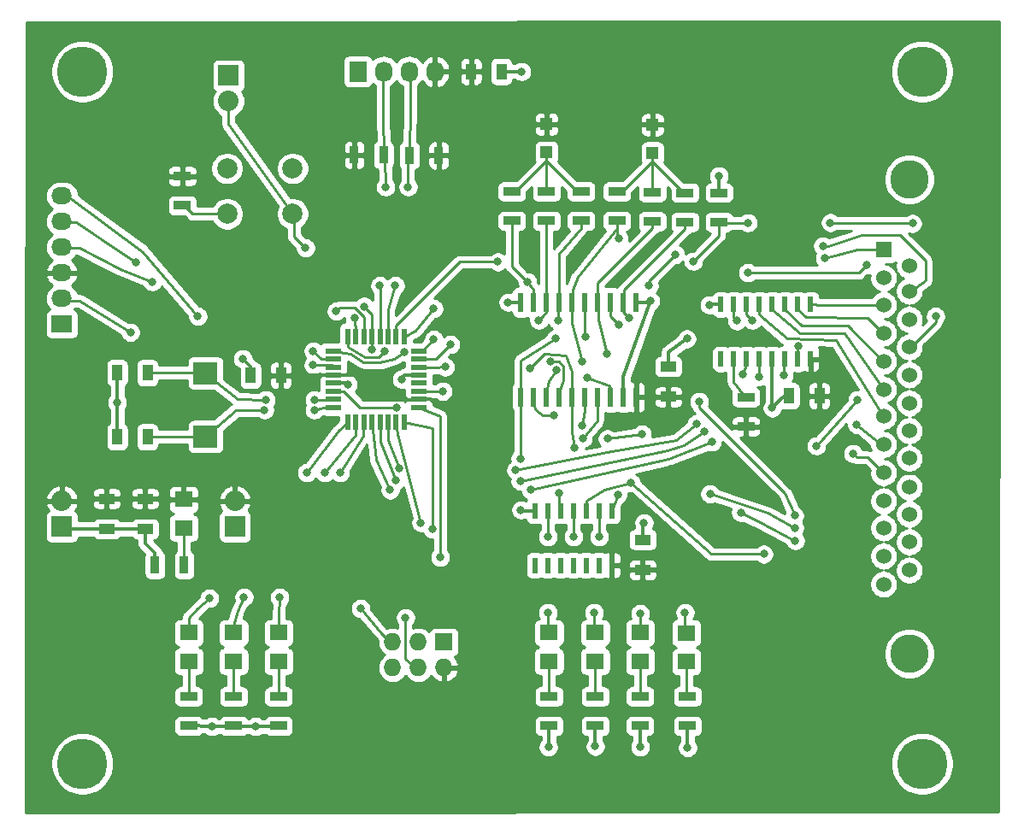
<source format=gbr>
G04 #@! TF.GenerationSoftware,KiCad,Pcbnew,(5.1.2-1)-1*
G04 #@! TF.CreationDate,2019-07-15T09:01:35+02:00*
G04 #@! TF.ProjectId,SmartParallel,536d6172-7450-4617-9261-6c6c656c2e6b,rev?*
G04 #@! TF.SameCoordinates,Original*
G04 #@! TF.FileFunction,Copper,L1,Top*
G04 #@! TF.FilePolarity,Positive*
%FSLAX46Y46*%
G04 Gerber Fmt 4.6, Leading zero omitted, Abs format (unit mm)*
G04 Created by KiCad (PCBNEW (5.1.2-1)-1) date 2019-07-15 09:01:35*
%MOMM*%
%LPD*%
G04 APERTURE LIST*
%ADD10O,2.032000X2.032000*%
%ADD11R,2.032000X2.032000*%
%ADD12R,0.550000X1.600000*%
%ADD13R,1.600000X0.550000*%
%ADD14R,0.900000X1.700000*%
%ADD15C,5.000000*%
%ADD16O,2.032000X1.727200*%
%ADD17R,2.032000X1.727200*%
%ADD18R,2.400000X2.200000*%
%ADD19R,0.600000X1.500000*%
%ADD20R,0.600000X1.950000*%
%ADD21C,2.000000*%
%ADD22R,1.700000X0.900000*%
%ADD23O,1.727200X2.032000*%
%ADD24R,1.727200X2.032000*%
%ADD25C,1.524000*%
%ADD26R,1.524000X1.524000*%
%ADD27C,3.810000*%
%ADD28R,1.800860X1.597660*%
%ADD29R,1.200000X1.200000*%
%ADD30O,1.727200X1.727200*%
%ADD31R,1.727200X1.727200*%
%ADD32R,1.600000X1.000000*%
%ADD33R,1.000000X1.600000*%
%ADD34C,0.800000*%
%ADD35C,0.350000*%
%ADD36C,0.250000*%
%ADD37C,0.254000*%
G04 APERTURE END LIST*
D10*
X143637000Y-33528000D03*
D11*
X143637000Y-30988000D03*
D12*
X155442000Y-56837000D03*
X156242000Y-56837000D03*
X157042000Y-56837000D03*
X157842000Y-56837000D03*
X158642000Y-56837000D03*
X159442000Y-56837000D03*
X160242000Y-56837000D03*
X161042000Y-56837000D03*
D13*
X162492000Y-58287000D03*
X162492000Y-59087000D03*
X162492000Y-59887000D03*
X162492000Y-60687000D03*
X162492000Y-61487000D03*
X162492000Y-62287000D03*
X162492000Y-63087000D03*
X162492000Y-63887000D03*
D12*
X161042000Y-65337000D03*
X160242000Y-65337000D03*
X159442000Y-65337000D03*
X158642000Y-65337000D03*
X157842000Y-65337000D03*
X157042000Y-65337000D03*
X156242000Y-65337000D03*
X155442000Y-65337000D03*
D13*
X153992000Y-63887000D03*
X153992000Y-63087000D03*
X153992000Y-62287000D03*
X153992000Y-61487000D03*
X153992000Y-60687000D03*
X153992000Y-59887000D03*
X153992000Y-59087000D03*
X153992000Y-58287000D03*
D14*
X161554500Y-38925500D03*
X164454500Y-38925500D03*
D15*
X212344000Y-99187000D03*
X129159000Y-99187000D03*
X129159000Y-30607000D03*
X212344000Y-30607000D03*
D10*
X127127000Y-73152000D03*
D11*
X127127000Y-75692000D03*
D16*
X127127000Y-42926000D03*
X127127000Y-45466000D03*
X127127000Y-48006000D03*
X127127000Y-50546000D03*
X127127000Y-53086000D03*
D17*
X127127000Y-55626000D03*
D18*
X141351000Y-66777000D03*
X141351000Y-60477000D03*
D19*
X201295000Y-59088000D03*
X200025000Y-59088000D03*
X198755000Y-59088000D03*
X197485000Y-59088000D03*
X196215000Y-59088000D03*
X194945000Y-59088000D03*
X193675000Y-59088000D03*
X192405000Y-59088000D03*
X192405000Y-53688000D03*
X193675000Y-53688000D03*
X194945000Y-53688000D03*
X196215000Y-53688000D03*
X197485000Y-53688000D03*
X198755000Y-53688000D03*
X200025000Y-53688000D03*
X201295000Y-53688000D03*
X181610000Y-79535000D03*
X180340000Y-79535000D03*
X179070000Y-79535000D03*
X177800000Y-79535000D03*
X176530000Y-79535000D03*
X175260000Y-79535000D03*
X173990000Y-79535000D03*
X173990000Y-74135000D03*
X175260000Y-74135000D03*
X176530000Y-74135000D03*
X177800000Y-74135000D03*
X179070000Y-74135000D03*
X180340000Y-74135000D03*
X181610000Y-74135000D03*
D20*
X184023000Y-62866000D03*
X182753000Y-62866000D03*
X181483000Y-62866000D03*
X180213000Y-62866000D03*
X178943000Y-62866000D03*
X177673000Y-62866000D03*
X176403000Y-62866000D03*
X175133000Y-62866000D03*
X173863000Y-62866000D03*
X172593000Y-62866000D03*
X172593000Y-53466000D03*
X173863000Y-53466000D03*
X175133000Y-53466000D03*
X176403000Y-53466000D03*
X177673000Y-53466000D03*
X178943000Y-53466000D03*
X180213000Y-53466000D03*
X181483000Y-53466000D03*
X182753000Y-53466000D03*
X184023000Y-53466000D03*
D21*
X143487000Y-44704000D03*
X143487000Y-40204000D03*
X149987000Y-44704000D03*
X149987000Y-40204000D03*
D22*
X189103000Y-95430000D03*
X189103000Y-92530000D03*
X175387000Y-95430000D03*
X175387000Y-92530000D03*
X179959000Y-95430000D03*
X179959000Y-92530000D03*
X184404000Y-95430000D03*
X184404000Y-92530000D03*
X194881500Y-62875500D03*
X194881500Y-65775500D03*
D14*
X158993500Y-38862000D03*
X156093500Y-38862000D03*
D22*
X188849000Y-45519000D03*
X188849000Y-42619000D03*
X182118000Y-45392000D03*
X182118000Y-42492000D03*
X185610500Y-45455500D03*
X185610500Y-42555500D03*
X192214500Y-42619000D03*
X192214500Y-45519000D03*
X178562000Y-45392000D03*
X178562000Y-42492000D03*
X139065000Y-43868000D03*
X139065000Y-40968000D03*
X175133000Y-45392000D03*
X175133000Y-42492000D03*
X171704000Y-45392000D03*
X171704000Y-42492000D03*
X139700000Y-95430000D03*
X139700000Y-92530000D03*
X144145000Y-95430000D03*
X144145000Y-92530000D03*
D14*
X136345000Y-79502000D03*
X139245000Y-79502000D03*
D22*
X148590000Y-95430000D03*
X148590000Y-92530000D03*
D23*
X164084000Y-30607000D03*
X161544000Y-30607000D03*
X159004000Y-30607000D03*
D24*
X156464000Y-30607000D03*
D10*
X144272000Y-73152000D03*
D11*
X144272000Y-75692000D03*
D25*
X211074000Y-80010000D03*
X211074000Y-77216000D03*
X211074000Y-74472800D03*
X211074000Y-71780400D03*
X211074000Y-68935600D03*
X211074000Y-66192400D03*
X211074000Y-63449200D03*
X211074000Y-60655200D03*
X211074000Y-57912000D03*
X211074000Y-55168800D03*
X211074000Y-52374800D03*
X211074000Y-49834800D03*
X208534000Y-81407000D03*
X208534000Y-78613000D03*
X208534000Y-75819000D03*
X208534000Y-73152000D03*
X208534000Y-70358000D03*
X208534000Y-67564000D03*
X208534000Y-64770000D03*
X208534000Y-62103000D03*
X208534000Y-59309000D03*
X208534000Y-56515000D03*
X208534000Y-53721000D03*
X208534000Y-51054000D03*
D26*
X208534000Y-48260000D03*
D27*
X211074000Y-41275000D03*
X211074000Y-88265000D03*
D28*
X188976000Y-89072720D03*
X188976000Y-86233000D03*
X175387000Y-89049860D03*
X175387000Y-86210140D03*
X179959000Y-89049860D03*
X179959000Y-86210140D03*
X184404000Y-89049860D03*
X184404000Y-86210140D03*
D29*
X185610500Y-35877500D03*
X185610500Y-38674500D03*
X175133000Y-35814000D03*
X175133000Y-38611000D03*
D28*
X139700000Y-89049860D03*
X139700000Y-86210140D03*
X139192000Y-75841860D03*
X139192000Y-73002140D03*
X144145000Y-89049860D03*
X144145000Y-86210140D03*
X148590000Y-89049860D03*
X148590000Y-86210140D03*
D30*
X159893000Y-89662000D03*
X159893000Y-87122000D03*
X162433000Y-89662000D03*
X162433000Y-87122000D03*
X164973000Y-89662000D03*
D31*
X164973000Y-87122000D03*
D32*
X184658000Y-76986000D03*
X184658000Y-79986000D03*
X187198000Y-59841000D03*
X187198000Y-62841000D03*
D33*
X199160000Y-62738000D03*
X202160000Y-62738000D03*
X170664000Y-30607000D03*
X167664000Y-30607000D03*
D32*
X135382000Y-75922000D03*
X135382000Y-72922000D03*
D33*
X132612000Y-66802000D03*
X135612000Y-66802000D03*
X132612000Y-60452000D03*
X135612000Y-60452000D03*
D32*
X131572000Y-75922000D03*
X131572000Y-72922000D03*
D33*
X145820000Y-60706000D03*
X148820000Y-60706000D03*
D34*
X132588000Y-63373000D03*
X145034000Y-59055000D03*
X155448000Y-61595000D03*
X184785000Y-75311000D03*
X160782000Y-61087000D03*
X171323000Y-53467000D03*
X185420000Y-53340000D03*
X172593000Y-74041000D03*
X191262000Y-53721000D03*
X192214500Y-40957500D03*
X197485000Y-63944500D03*
X175323500Y-97536000D03*
X179959000Y-97472500D03*
X184404000Y-97536000D03*
X189103000Y-97599500D03*
X189039500Y-57086500D03*
X185420000Y-53340000D03*
X172656500Y-30607000D03*
X146304000Y-95504000D03*
X141986000Y-95504000D03*
X147320000Y-63119000D03*
X152146000Y-63119000D03*
X147193000Y-64135000D03*
X152146000Y-64135000D03*
X157068654Y-53878346D03*
X157861000Y-58166000D03*
X156718000Y-83820000D03*
X151257000Y-48075315D03*
X161163000Y-84709000D03*
X162687000Y-75311000D03*
X164592000Y-78740000D03*
X163830000Y-75946000D03*
X154686000Y-70358000D03*
X148693845Y-82700155D03*
X153162000Y-70358000D03*
X145161000Y-82677000D03*
X151384000Y-70358000D03*
X141732000Y-82804000D03*
X184404000Y-84328000D03*
X180340000Y-76708000D03*
X177800000Y-76708000D03*
X179832000Y-84201000D03*
X175260000Y-76708000D03*
X175260000Y-84201000D03*
X188849000Y-84201000D03*
X177927000Y-67881500D03*
X173482000Y-60007500D03*
X165100000Y-59880500D03*
X170307000Y-49466500D03*
X189674500Y-49403000D03*
X213677500Y-54864000D03*
X211391500Y-45656500D03*
X195072000Y-45593000D03*
X203249389Y-45578889D03*
X181165500Y-66992500D03*
X184594500Y-66548000D03*
X205930500Y-63119000D03*
X201866500Y-67691000D03*
X175831500Y-64706500D03*
X182308500Y-47180500D03*
X202501500Y-47879000D03*
X178689000Y-59372500D03*
X182181500Y-72580500D03*
X176403000Y-72390000D03*
X195072000Y-50546000D03*
X206819500Y-49784000D03*
X172529500Y-68961000D03*
X176028498Y-57086500D03*
X196659500Y-78422500D03*
X183515000Y-71374000D03*
X181102000Y-58610500D03*
X194373500Y-74295000D03*
X199771000Y-77089000D03*
X182308500Y-55689500D03*
X179006500Y-56896000D03*
X191325500Y-72453500D03*
X199707500Y-75819000D03*
X183335428Y-54994535D03*
X190246000Y-63309500D03*
X199707500Y-74612500D03*
X193992500Y-55308500D03*
X205486000Y-68453000D03*
X195516500Y-55245000D03*
X205867000Y-65595500D03*
X200087036Y-57841395D03*
X202692000Y-49085500D03*
X187896500Y-48741500D03*
X185293000Y-51816000D03*
X176085500Y-60198000D03*
X152019000Y-58293000D03*
X140589000Y-54864000D03*
X156127824Y-55035824D03*
X134493000Y-49530000D03*
X154305000Y-54356000D03*
X136080500Y-51435000D03*
X152019000Y-59690000D03*
X133921500Y-56451500D03*
X160147000Y-51816000D03*
X161417000Y-42037000D03*
X158623000Y-51816000D03*
X159194500Y-42037000D03*
X173228000Y-51435000D03*
X163957000Y-54102000D03*
X163957000Y-57150000D03*
X174371000Y-55245000D03*
X165608000Y-57658000D03*
X176276000Y-55245000D03*
X159131000Y-58293000D03*
X179133500Y-60960000D03*
X178689000Y-65659000D03*
X164846000Y-62293500D03*
X189992000Y-65532000D03*
X194564000Y-60579000D03*
X172085000Y-70104000D03*
X160528000Y-69913500D03*
X190754000Y-66294000D03*
X196215000Y-60833000D03*
X172529500Y-71183500D03*
X160210500Y-71120000D03*
X198628000Y-60706000D03*
X191516000Y-67310000D03*
X173545500Y-72072500D03*
X159639000Y-72072500D03*
X160274000Y-63894000D03*
X178752500Y-66929000D03*
X161036000Y-58420000D03*
X175514000Y-59372500D03*
D35*
X132612000Y-63349000D02*
X132588000Y-63373000D01*
X132612000Y-60452000D02*
X132612000Y-63349000D01*
X132612000Y-63397000D02*
X132588000Y-63373000D01*
X132612000Y-66802000D02*
X132612000Y-63397000D01*
X145820000Y-59841000D02*
X145034000Y-59055000D01*
X145820000Y-60706000D02*
X145820000Y-59841000D01*
X135382000Y-75922000D02*
X131596000Y-75922000D01*
X131596000Y-75922000D02*
X131572000Y-75946000D01*
X131572000Y-75922000D02*
X127357000Y-75922000D01*
X127357000Y-75922000D02*
X127254000Y-75819000D01*
X136345000Y-78302000D02*
X135382000Y-77339000D01*
X136345000Y-79502000D02*
X136345000Y-78302000D01*
X135382000Y-77339000D02*
X135382000Y-76073000D01*
X155340000Y-61487000D02*
X155448000Y-61595000D01*
X153992000Y-61487000D02*
X155340000Y-61487000D01*
X184658000Y-75438000D02*
X184785000Y-75311000D01*
X184658000Y-76986000D02*
X184658000Y-75438000D01*
X161055000Y-60687000D02*
X162492000Y-60687000D01*
X160782000Y-61087000D02*
X161055000Y-60687000D01*
X171324000Y-53466000D02*
X171323000Y-53467000D01*
X172593000Y-53466000D02*
X171324000Y-53466000D01*
X185294000Y-53466000D02*
X185420000Y-53340000D01*
X184023000Y-53466000D02*
X185294000Y-53466000D01*
X172687000Y-74135000D02*
X172593000Y-74041000D01*
X173990000Y-74135000D02*
X172687000Y-74135000D01*
X191295000Y-53688000D02*
X191262000Y-53721000D01*
X192405000Y-53688000D02*
X191295000Y-53688000D01*
X192214500Y-42619000D02*
X192214500Y-40957500D01*
X197485000Y-59088000D02*
X197485000Y-63944500D01*
X175387000Y-97472500D02*
X175323500Y-97536000D01*
X175387000Y-95430000D02*
X175387000Y-97472500D01*
X179959000Y-95430000D02*
X179959000Y-97472500D01*
X184404000Y-95430000D02*
X184404000Y-97536000D01*
X189103000Y-95430000D02*
X189103000Y-97599500D01*
X187198000Y-58420000D02*
X187198000Y-59841000D01*
X189039500Y-57086500D02*
X187198000Y-58420000D01*
X182753000Y-60833000D02*
X182753000Y-62611000D01*
X182753000Y-62611000D02*
X182753000Y-62484000D01*
X185420000Y-53340000D02*
X182753000Y-60833000D01*
X170664000Y-30607000D02*
X172656500Y-30607000D01*
X198691500Y-62738000D02*
X197485000Y-63944500D01*
X199160000Y-62738000D02*
X198691500Y-62738000D01*
X146304000Y-95504000D02*
X148590000Y-95504000D01*
X141986000Y-95504000D02*
X139700000Y-95377000D01*
X144145000Y-95504000D02*
X146304000Y-95504000D01*
X141986000Y-95504000D02*
X144145000Y-95504000D01*
X148820000Y-60706000D02*
X153797000Y-60706000D01*
X153992000Y-60687000D02*
X157207000Y-60687000D01*
X157207000Y-60687000D02*
X159639000Y-63119000D01*
X159639000Y-63119000D02*
X162179000Y-63119000D01*
X163642000Y-63087000D02*
X163928000Y-63373000D01*
X162492000Y-63087000D02*
X163642000Y-63087000D01*
X163928000Y-63373000D02*
X165989000Y-63373000D01*
D36*
X135612000Y-60452000D02*
X141224000Y-60452000D01*
X141224000Y-60452000D02*
X141351000Y-60579000D01*
X152146000Y-63119000D02*
X153797000Y-63119000D01*
X144526000Y-63055500D02*
X147320000Y-63119000D01*
X142049500Y-61150500D02*
X144526000Y-63055500D01*
X141351000Y-60477000D02*
X142049500Y-61150500D01*
X135612000Y-66802000D02*
X141097000Y-66802000D01*
X152965685Y-63881000D02*
X153797000Y-63881000D01*
X153797000Y-63881000D02*
X153670000Y-63881000D01*
X152146000Y-64135000D02*
X152965685Y-63881000D01*
X144399000Y-64135000D02*
X147193000Y-64135000D01*
X141351000Y-66777000D02*
X144399000Y-64135000D01*
X157842000Y-54651692D02*
X157068654Y-53878346D01*
X157842000Y-56837000D02*
X157842000Y-54651692D01*
X143487000Y-44704000D02*
X140081000Y-44704000D01*
X140081000Y-44704000D02*
X139319000Y-43942000D01*
X143637000Y-35814000D02*
X143637000Y-33655000D01*
X149987000Y-44704000D02*
X143637000Y-35814000D01*
X157842000Y-58147000D02*
X157861000Y-58166000D01*
X157842000Y-56837000D02*
X157842000Y-58147000D01*
X158750000Y-86233000D02*
X159766000Y-87249000D01*
X156718000Y-83820000D02*
X158750000Y-86233000D01*
X150114000Y-46932315D02*
X150114000Y-44831000D01*
X151257000Y-48075315D02*
X150114000Y-46932315D01*
X161163000Y-84709000D02*
X161163000Y-88773000D01*
X161163000Y-88773000D02*
X162306000Y-89916000D01*
X160401000Y-66548000D02*
X160242000Y-65337000D01*
X162687000Y-75311000D02*
X160401000Y-66548000D01*
X164592000Y-64770000D02*
X162492000Y-63887000D01*
X164592000Y-78740000D02*
X164592000Y-64770000D01*
X163830000Y-65913000D02*
X161042000Y-65337000D01*
X163830000Y-75946000D02*
X163830000Y-65913000D01*
X148590000Y-89154000D02*
X148590000Y-92583000D01*
X156972000Y-66675000D02*
X157042000Y-65337000D01*
X154686000Y-70358000D02*
X156972000Y-66675000D01*
X148590000Y-84512685D02*
X148590000Y-86233000D01*
X148693845Y-82700155D02*
X148590000Y-84512685D01*
X144145000Y-91368690D02*
X144145000Y-92583000D01*
X144145000Y-89154000D02*
X144145000Y-91368690D01*
X156242000Y-66643000D02*
X156242000Y-65337000D01*
X153162000Y-70358000D02*
X156242000Y-66643000D01*
X144526000Y-84074000D02*
X144145000Y-85471000D01*
X144145000Y-85471000D02*
X144145000Y-86233000D01*
X145161000Y-82677000D02*
X144526000Y-84074000D01*
X139192000Y-75841860D02*
X139192000Y-79248000D01*
X139700000Y-89027000D02*
X139700000Y-92456000D01*
X139700000Y-84709000D02*
X139700000Y-86233000D01*
X140589000Y-83820000D02*
X139700000Y-84709000D01*
X141732000Y-82804000D02*
X140589000Y-83820000D01*
X154495500Y-66230500D02*
X155442000Y-65337000D01*
X151384000Y-70358000D02*
X154495500Y-66230500D01*
X175133000Y-38611000D02*
X175133000Y-42291000D01*
X175133000Y-42291000D02*
X175006000Y-42418000D01*
X175133000Y-39461000D02*
X178090000Y-42418000D01*
X175133000Y-38611000D02*
X175133000Y-39461000D01*
X178090000Y-42418000D02*
X178562000Y-42418000D01*
X178562000Y-42418000D02*
X178435000Y-42418000D01*
X175133000Y-39461000D02*
X172176000Y-42418000D01*
X172176000Y-42418000D02*
X171704000Y-42418000D01*
X185610500Y-38674500D02*
X185610500Y-39524500D01*
X185610500Y-39524500D02*
X185610500Y-42481500D01*
X185610500Y-39524500D02*
X188758000Y-42672000D01*
X188758000Y-42672000D02*
X188912500Y-42672000D01*
X188912500Y-42672000D02*
X188912500Y-42608500D01*
X185610500Y-39524500D02*
X182653500Y-42481500D01*
X182653500Y-42481500D02*
X182245000Y-42481500D01*
X184404000Y-89049860D02*
X184404000Y-92456000D01*
X184404000Y-92456000D02*
X184340500Y-92456000D01*
X184404000Y-86210140D02*
X184404000Y-84328000D01*
X180340000Y-76708000D02*
X180340000Y-74422000D01*
X179959000Y-89049860D02*
X179959000Y-92583000D01*
X177800000Y-74135000D02*
X177800000Y-76708000D01*
X179832000Y-84201000D02*
X179832000Y-86233000D01*
X175387000Y-89049860D02*
X175387000Y-92392500D01*
X175387000Y-92392500D02*
X175323500Y-92456000D01*
X175260000Y-74135000D02*
X175260000Y-76708000D01*
X175260000Y-84201000D02*
X175260000Y-86233000D01*
X188976000Y-89072720D02*
X188976000Y-92329000D01*
X188849000Y-84201000D02*
X188849000Y-86233000D01*
X177673000Y-66257000D02*
X177673000Y-62866000D01*
X177927000Y-67881500D02*
X177673000Y-66257000D01*
X164027000Y-59887000D02*
X162492000Y-59887000D01*
X165100000Y-59880500D02*
X164027000Y-59887000D01*
X177673000Y-60325000D02*
X177673000Y-62611000D01*
X177038000Y-58737500D02*
X177673000Y-60325000D01*
X174971138Y-58575638D02*
X177038000Y-58737500D01*
X173482000Y-60007500D02*
X174971138Y-58575638D01*
X160242000Y-55787000D02*
X166562500Y-49466500D01*
X166562500Y-49466500D02*
X170307000Y-49466500D01*
X160242000Y-56837000D02*
X160242000Y-55787000D01*
X189674500Y-49403000D02*
X192214500Y-46863000D01*
X192214500Y-46863000D02*
X192214500Y-45466000D01*
X213677500Y-54864000D02*
X213677500Y-55435500D01*
X213677500Y-55435500D02*
X211074000Y-58039000D01*
X211074000Y-58039000D02*
X211137500Y-57975500D01*
X211137500Y-57975500D02*
X211137500Y-57912000D01*
X195072000Y-45593000D02*
X192405000Y-45593000D01*
X211313889Y-45578889D02*
X211391500Y-45656500D01*
X203249389Y-45578889D02*
X211313889Y-45578889D01*
X181165500Y-66992500D02*
X184594500Y-66548000D01*
X201866500Y-67691000D02*
X205930500Y-63119000D01*
X173863000Y-63541000D02*
X173863000Y-62866000D01*
X174117000Y-64198500D02*
X173863000Y-63541000D01*
X174752000Y-64706500D02*
X174117000Y-64198500D01*
X175831500Y-64706500D02*
X174752000Y-64706500D01*
X182118000Y-46990000D02*
X182308500Y-47180500D01*
X182118000Y-45392000D02*
X182118000Y-46990000D01*
X177673000Y-55499000D02*
X177673000Y-53466000D01*
X178689000Y-59372500D02*
X177673000Y-55499000D01*
X182181500Y-72580500D02*
X181610000Y-74041000D01*
X178244500Y-50927000D02*
X177736500Y-52260500D01*
X182118000Y-46092000D02*
X178244500Y-50927000D01*
X177736500Y-52260500D02*
X177736500Y-53403500D01*
X182118000Y-45392000D02*
X182118000Y-46092000D01*
X206375000Y-46799500D02*
X210121500Y-46799500D01*
X212661500Y-51308000D02*
X211137500Y-52387500D01*
X212661500Y-49339500D02*
X212661500Y-51308000D01*
X210121500Y-46799500D02*
X212661500Y-49339500D01*
X203067185Y-47879000D02*
X206375000Y-46799500D01*
X202501500Y-47879000D02*
X203067185Y-47879000D01*
X176403000Y-72390000D02*
X176403000Y-74041000D01*
X206057500Y-50546000D02*
X206819500Y-49784000D01*
X195072000Y-50546000D02*
X206057500Y-50546000D01*
X172593000Y-62866000D02*
X172529500Y-68961000D01*
X172593000Y-59245500D02*
X172593000Y-62866000D01*
X176028498Y-57086500D02*
X172593000Y-59245500D01*
X185610500Y-46155500D02*
X180213000Y-51553000D01*
X185610500Y-45455500D02*
X185610500Y-46155500D01*
X180213000Y-51553000D02*
X180213000Y-53467000D01*
X191452500Y-78422500D02*
X196659500Y-78422500D01*
X183515000Y-71374000D02*
X191452500Y-78422500D01*
X179070000Y-73094998D02*
X179070000Y-74041000D01*
X180848000Y-72009000D02*
X179070000Y-73094998D01*
X183515000Y-71374000D02*
X180848000Y-72009000D01*
X180276500Y-55181500D02*
X181102000Y-58610500D01*
X180276500Y-55181500D02*
X180276500Y-53911500D01*
X208407000Y-78613000D02*
X208407000Y-78676500D01*
X196278500Y-75247500D02*
X194373500Y-74295000D01*
X199771000Y-77089000D02*
X196278500Y-75247500D01*
X181483000Y-54864000D02*
X182308500Y-55689500D01*
X181483000Y-53466000D02*
X181483000Y-54864000D01*
X178943000Y-56832500D02*
X179006500Y-56896000D01*
X178943000Y-53466000D02*
X178943000Y-56832500D01*
X191960500Y-72644000D02*
X191325500Y-72453500D01*
X197040500Y-74358500D02*
X191960500Y-72644000D01*
X199707500Y-75819000D02*
X197040500Y-74358500D01*
X188849000Y-46219000D02*
X182816500Y-52251500D01*
X188849000Y-45519000D02*
X188849000Y-46219000D01*
X182816500Y-52251500D02*
X182816500Y-53467000D01*
X182753000Y-54412107D02*
X183335428Y-54994535D01*
X182753000Y-53466000D02*
X182753000Y-54412107D01*
X190246000Y-63875185D02*
X190246000Y-63309500D01*
X198760816Y-72390001D02*
X190246000Y-63875185D01*
X199707500Y-74612500D02*
X198760816Y-72390001D01*
X193675000Y-54991000D02*
X193992500Y-55308500D01*
X193675000Y-53688000D02*
X193675000Y-54991000D01*
X205885999Y-68852999D02*
X206965499Y-68852999D01*
X205486000Y-68453000D02*
X205885999Y-68852999D01*
X206965499Y-68852999D02*
X208407000Y-70294500D01*
X208407000Y-70294500D02*
X208343500Y-70231000D01*
X194945000Y-54673500D02*
X195516500Y-55245000D01*
X194945000Y-53688000D02*
X194945000Y-54673500D01*
X205867000Y-65595500D02*
X208343500Y-67627500D01*
X208407000Y-64833500D02*
X208407000Y-64770000D01*
X208407000Y-64564998D02*
X208407000Y-64833500D01*
X203835000Y-57213500D02*
X208407000Y-64564998D01*
X198945500Y-57086500D02*
X203835000Y-57213500D01*
X196215000Y-54688000D02*
X198945500Y-57086500D01*
X196215000Y-53688000D02*
X196215000Y-54688000D01*
X200215500Y-56578500D02*
X204660500Y-56578500D01*
X197485000Y-54138000D02*
X200215500Y-56578500D01*
X204660500Y-56578500D02*
X208407000Y-61912500D01*
X197485000Y-53688000D02*
X197485000Y-54138000D01*
X198755000Y-54138000D02*
X200433500Y-55816500D01*
X198755000Y-53688000D02*
X198755000Y-54138000D01*
X200433500Y-55816500D02*
X204978000Y-55816500D01*
X204978000Y-55816500D02*
X208407000Y-59245500D01*
X206946500Y-54991000D02*
X208470500Y-56515000D01*
X200800750Y-54913750D02*
X206946500Y-54991000D01*
X200025000Y-54138000D02*
X200800750Y-54913750D01*
X200025000Y-53688000D02*
X200025000Y-54138000D01*
X201845000Y-53688000D02*
X201878000Y-53721000D01*
X201295000Y-53688000D02*
X201845000Y-53688000D01*
X201878000Y-53721000D02*
X208407000Y-53721000D01*
X208407000Y-53721000D02*
X208470500Y-53784500D01*
X200025000Y-57903431D02*
X200087036Y-57841395D01*
X200025000Y-59088000D02*
X200025000Y-57903431D01*
X185293000Y-51345000D02*
X185293000Y-51816000D01*
X187896500Y-48741500D02*
X185293000Y-51345000D01*
X175323500Y-61277500D02*
X175069500Y-62357000D01*
X176085500Y-60198000D02*
X175323500Y-61277500D01*
X205930500Y-48260000D02*
X202692000Y-49085500D01*
X208534000Y-48260000D02*
X205930500Y-48260000D01*
X152813000Y-59087000D02*
X152019000Y-58293000D01*
X153992000Y-59087000D02*
X152813000Y-59087000D01*
X135173849Y-48468151D02*
X127508000Y-42862500D01*
X140589000Y-54864000D02*
X135173849Y-48468151D01*
X156210000Y-55810685D02*
X156210000Y-56642000D01*
X156210000Y-56515000D02*
X156210000Y-55810685D01*
X156127824Y-55035824D02*
X156210000Y-56515000D01*
X128518185Y-45529500D02*
X127381000Y-45529500D01*
X132969000Y-48514000D02*
X128518185Y-45529500D01*
X134493000Y-49530000D02*
X132969000Y-48514000D01*
X154704999Y-53956001D02*
X156121003Y-53956001D01*
X156121003Y-53956001D02*
X157099000Y-54933998D01*
X154305000Y-54356000D02*
X154704999Y-53956001D01*
X157099000Y-54933998D02*
X157099000Y-56896000D01*
X132969000Y-50165000D02*
X128841500Y-48069500D01*
X136080500Y-51435000D02*
X132969000Y-50165000D01*
X128841500Y-48069500D02*
X127254000Y-48069500D01*
X127254000Y-48069500D02*
X127190500Y-48133000D01*
X152019000Y-59690000D02*
X153924000Y-59690000D01*
X128905000Y-53340000D02*
X127127000Y-53340000D01*
X133921500Y-56451500D02*
X128905000Y-53340000D01*
X161618000Y-30787000D02*
X161671000Y-30734000D01*
X161417000Y-39497000D02*
X161353500Y-38989000D01*
X161417000Y-42037000D02*
X161417000Y-39497000D01*
X161607500Y-35115500D02*
X161607500Y-30734000D01*
X161544000Y-37719000D02*
X161607500Y-35115500D01*
X161607500Y-38417500D02*
X161544000Y-37719000D01*
X159442000Y-54159000D02*
X160147000Y-51816000D01*
X159442000Y-56837000D02*
X159442000Y-54159000D01*
X158642000Y-51835000D02*
X158623000Y-51816000D01*
X158642000Y-56837000D02*
X158642000Y-51835000D01*
X159194500Y-42037000D02*
X159131000Y-39052500D01*
X159004000Y-38608000D02*
X158940500Y-35242500D01*
X158940500Y-30861000D02*
X159004000Y-30797500D01*
X158940500Y-35242500D02*
X158940500Y-30861000D01*
X158676000Y-38862000D02*
X159004000Y-38608000D01*
X173863000Y-52197000D02*
X173863000Y-52959000D01*
X173228000Y-51435000D02*
X173863000Y-52197000D01*
X171704000Y-49911000D02*
X173228000Y-51435000D01*
X171704000Y-45392000D02*
X171704000Y-49911000D01*
X162115500Y-56324500D02*
X161042000Y-56837000D01*
X163957000Y-54102000D02*
X162115500Y-56324500D01*
X162820000Y-58287000D02*
X163957000Y-57150000D01*
X162492000Y-58287000D02*
X162820000Y-58287000D01*
X175133000Y-45392000D02*
X175133000Y-53340000D01*
X175069500Y-54419500D02*
X175133000Y-53848000D01*
X174770999Y-54845001D02*
X175069500Y-54419500D01*
X174371000Y-55245000D02*
X174770999Y-54845001D01*
X164179000Y-59087000D02*
X165608000Y-57658000D01*
X162492000Y-59087000D02*
X164179000Y-59087000D01*
X176276000Y-55245000D02*
X176276000Y-53975000D01*
X176276000Y-53975000D02*
X176403000Y-53848000D01*
X178562000Y-46092000D02*
X176403000Y-48704500D01*
X176403000Y-48704500D02*
X176403000Y-53340000D01*
X178562000Y-45392000D02*
X178562000Y-46092000D01*
X193681685Y-61334315D02*
X194564000Y-62547500D01*
X193675000Y-59088000D02*
X193681685Y-61334315D01*
X155442000Y-57887000D02*
X155442000Y-56837000D01*
X157189001Y-58891001D02*
X155442000Y-57887000D01*
X158532999Y-58891001D02*
X157189001Y-58891001D01*
X159131000Y-58293000D02*
X158532999Y-58891001D01*
X181483000Y-61912500D02*
X181483000Y-62611000D01*
X181292500Y-61722000D02*
X181483000Y-61912500D01*
X179133500Y-60960000D02*
X181292500Y-61722000D01*
X178943000Y-64135000D02*
X178943000Y-63754000D01*
X178689000Y-65659000D02*
X178943000Y-64135000D01*
X178943000Y-63754000D02*
X178943000Y-63373000D01*
X164281000Y-62287000D02*
X162492000Y-62287000D01*
X164846000Y-62293500D02*
X164281000Y-62287000D01*
X187960000Y-67119500D02*
X189992000Y-65532000D01*
X181102000Y-68326000D02*
X187960000Y-67119500D01*
X172085000Y-70104000D02*
X181102000Y-68326000D01*
X159442000Y-67126000D02*
X159442000Y-65337000D01*
X160528000Y-69913500D02*
X159442000Y-67126000D01*
X194945000Y-59632315D02*
X194945000Y-59309000D01*
X194754500Y-60134500D02*
X194945000Y-59632315D01*
X194564000Y-60579000D02*
X194754500Y-60134500D01*
X188722000Y-67627500D02*
X190754000Y-66294000D01*
X187134500Y-68135500D02*
X188722000Y-67627500D01*
X172529500Y-71183500D02*
X187134500Y-68135500D01*
X158642000Y-67291000D02*
X158642000Y-65337000D01*
X160210500Y-71120000D02*
X158642000Y-67291000D01*
X196215000Y-59288315D02*
X196215000Y-59055000D01*
X196147129Y-60075371D02*
X196215000Y-59288315D01*
X196215000Y-60833000D02*
X196147129Y-60075371D01*
X198628000Y-60706000D02*
X198628000Y-59436000D01*
X198628000Y-59436000D02*
X198755000Y-59309000D01*
X187198000Y-68961000D02*
X191516000Y-67310000D01*
X173545500Y-72072500D02*
X187198000Y-68961000D01*
X158242000Y-69088000D02*
X157842000Y-65337000D01*
X159639000Y-72072500D02*
X158242000Y-69088000D01*
X155066998Y-62287000D02*
X156673998Y-63894000D01*
X156673998Y-63894000D02*
X160274000Y-63894000D01*
X153992000Y-62287000D02*
X155066998Y-62287000D01*
X180213000Y-63696315D02*
X180213000Y-63119000D01*
X180149500Y-65151000D02*
X180213000Y-63696315D01*
X178752500Y-66929000D02*
X180149500Y-65151000D01*
X155676838Y-58572162D02*
X153992000Y-58287000D01*
X157021905Y-59386095D02*
X155676838Y-58572162D01*
X158623000Y-59436000D02*
X157021905Y-59386095D01*
X160020000Y-59055000D02*
X158623000Y-59436000D01*
X161036000Y-58420000D02*
X160020000Y-59055000D01*
X176810501Y-61177001D02*
X176403000Y-62357000D01*
X176810501Y-59849999D02*
X176810501Y-61177001D01*
X176333002Y-59372500D02*
X176810501Y-59849999D01*
X175514000Y-59372500D02*
X176333002Y-59372500D01*
D37*
G36*
X219939001Y-38398202D02*
G01*
X219892653Y-103941714D01*
X123543309Y-104056505D01*
X123546970Y-98878229D01*
X126024000Y-98878229D01*
X126024000Y-99495771D01*
X126144476Y-100101446D01*
X126380799Y-100671979D01*
X126723886Y-101185446D01*
X127160554Y-101622114D01*
X127674021Y-101965201D01*
X128244554Y-102201524D01*
X128850229Y-102322000D01*
X129467771Y-102322000D01*
X130073446Y-102201524D01*
X130643979Y-101965201D01*
X131157446Y-101622114D01*
X131594114Y-101185446D01*
X131937201Y-100671979D01*
X132173524Y-100101446D01*
X132294000Y-99495771D01*
X132294000Y-98878229D01*
X209209000Y-98878229D01*
X209209000Y-99495771D01*
X209329476Y-100101446D01*
X209565799Y-100671979D01*
X209908886Y-101185446D01*
X210345554Y-101622114D01*
X210859021Y-101965201D01*
X211429554Y-102201524D01*
X212035229Y-102322000D01*
X212652771Y-102322000D01*
X213258446Y-102201524D01*
X213828979Y-101965201D01*
X214342446Y-101622114D01*
X214779114Y-101185446D01*
X215122201Y-100671979D01*
X215358524Y-100101446D01*
X215479000Y-99495771D01*
X215479000Y-98878229D01*
X215358524Y-98272554D01*
X215122201Y-97702021D01*
X214779114Y-97188554D01*
X214342446Y-96751886D01*
X213828979Y-96408799D01*
X213258446Y-96172476D01*
X212652771Y-96052000D01*
X212035229Y-96052000D01*
X211429554Y-96172476D01*
X210859021Y-96408799D01*
X210345554Y-96751886D01*
X209908886Y-97188554D01*
X209565799Y-97702021D01*
X209329476Y-98272554D01*
X209209000Y-98878229D01*
X132294000Y-98878229D01*
X132173524Y-98272554D01*
X131937201Y-97702021D01*
X131594114Y-97188554D01*
X131157446Y-96751886D01*
X130643979Y-96408799D01*
X130073446Y-96172476D01*
X129467771Y-96052000D01*
X128850229Y-96052000D01*
X128244554Y-96172476D01*
X127674021Y-96408799D01*
X127160554Y-96751886D01*
X126723886Y-97188554D01*
X126380799Y-97702021D01*
X126144476Y-98272554D01*
X126024000Y-98878229D01*
X123546970Y-98878229D01*
X123549726Y-94980000D01*
X138211928Y-94980000D01*
X138211928Y-95880000D01*
X138224188Y-96004482D01*
X138260498Y-96124180D01*
X138319463Y-96234494D01*
X138398815Y-96331185D01*
X138495506Y-96410537D01*
X138605820Y-96469502D01*
X138725518Y-96505812D01*
X138850000Y-96518072D01*
X140550000Y-96518072D01*
X140674482Y-96505812D01*
X140794180Y-96469502D01*
X140904494Y-96410537D01*
X141001185Y-96331185D01*
X141056636Y-96263617D01*
X141295158Y-96276869D01*
X141326226Y-96307937D01*
X141495744Y-96421205D01*
X141684102Y-96499226D01*
X141884061Y-96539000D01*
X142087939Y-96539000D01*
X142287898Y-96499226D01*
X142476256Y-96421205D01*
X142636700Y-96314000D01*
X142829712Y-96314000D01*
X142843815Y-96331185D01*
X142940506Y-96410537D01*
X143050820Y-96469502D01*
X143170518Y-96505812D01*
X143295000Y-96518072D01*
X144995000Y-96518072D01*
X145119482Y-96505812D01*
X145239180Y-96469502D01*
X145349494Y-96410537D01*
X145446185Y-96331185D01*
X145460288Y-96314000D01*
X145653300Y-96314000D01*
X145813744Y-96421205D01*
X146002102Y-96499226D01*
X146202061Y-96539000D01*
X146405939Y-96539000D01*
X146605898Y-96499226D01*
X146794256Y-96421205D01*
X146954700Y-96314000D01*
X147274712Y-96314000D01*
X147288815Y-96331185D01*
X147385506Y-96410537D01*
X147495820Y-96469502D01*
X147615518Y-96505812D01*
X147740000Y-96518072D01*
X149440000Y-96518072D01*
X149564482Y-96505812D01*
X149684180Y-96469502D01*
X149794494Y-96410537D01*
X149891185Y-96331185D01*
X149970537Y-96234494D01*
X150029502Y-96124180D01*
X150065812Y-96004482D01*
X150078072Y-95880000D01*
X150078072Y-94980000D01*
X173898928Y-94980000D01*
X173898928Y-95880000D01*
X173911188Y-96004482D01*
X173947498Y-96124180D01*
X174006463Y-96234494D01*
X174085815Y-96331185D01*
X174182506Y-96410537D01*
X174292820Y-96469502D01*
X174412518Y-96505812D01*
X174537000Y-96518072D01*
X174577001Y-96518072D01*
X174577001Y-96818788D01*
X174519563Y-96876226D01*
X174406295Y-97045744D01*
X174328274Y-97234102D01*
X174288500Y-97434061D01*
X174288500Y-97637939D01*
X174328274Y-97837898D01*
X174406295Y-98026256D01*
X174519563Y-98195774D01*
X174663726Y-98339937D01*
X174833244Y-98453205D01*
X175021602Y-98531226D01*
X175221561Y-98571000D01*
X175425439Y-98571000D01*
X175625398Y-98531226D01*
X175813756Y-98453205D01*
X175983274Y-98339937D01*
X176127437Y-98195774D01*
X176240705Y-98026256D01*
X176318726Y-97837898D01*
X176358500Y-97637939D01*
X176358500Y-97434061D01*
X176318726Y-97234102D01*
X176240705Y-97045744D01*
X176197000Y-96980335D01*
X176197000Y-96518072D01*
X176237000Y-96518072D01*
X176361482Y-96505812D01*
X176481180Y-96469502D01*
X176591494Y-96410537D01*
X176688185Y-96331185D01*
X176767537Y-96234494D01*
X176826502Y-96124180D01*
X176862812Y-96004482D01*
X176875072Y-95880000D01*
X176875072Y-94980000D01*
X178470928Y-94980000D01*
X178470928Y-95880000D01*
X178483188Y-96004482D01*
X178519498Y-96124180D01*
X178578463Y-96234494D01*
X178657815Y-96331185D01*
X178754506Y-96410537D01*
X178864820Y-96469502D01*
X178984518Y-96505812D01*
X179109000Y-96518072D01*
X179149001Y-96518072D01*
X179149001Y-96821799D01*
X179041795Y-96982244D01*
X178963774Y-97170602D01*
X178924000Y-97370561D01*
X178924000Y-97574439D01*
X178963774Y-97774398D01*
X179041795Y-97962756D01*
X179155063Y-98132274D01*
X179299226Y-98276437D01*
X179468744Y-98389705D01*
X179657102Y-98467726D01*
X179857061Y-98507500D01*
X180060939Y-98507500D01*
X180260898Y-98467726D01*
X180449256Y-98389705D01*
X180618774Y-98276437D01*
X180762937Y-98132274D01*
X180876205Y-97962756D01*
X180954226Y-97774398D01*
X180994000Y-97574439D01*
X180994000Y-97370561D01*
X180954226Y-97170602D01*
X180876205Y-96982244D01*
X180769000Y-96821800D01*
X180769000Y-96518072D01*
X180809000Y-96518072D01*
X180933482Y-96505812D01*
X181053180Y-96469502D01*
X181163494Y-96410537D01*
X181260185Y-96331185D01*
X181339537Y-96234494D01*
X181398502Y-96124180D01*
X181434812Y-96004482D01*
X181447072Y-95880000D01*
X181447072Y-94980000D01*
X182915928Y-94980000D01*
X182915928Y-95880000D01*
X182928188Y-96004482D01*
X182964498Y-96124180D01*
X183023463Y-96234494D01*
X183102815Y-96331185D01*
X183199506Y-96410537D01*
X183309820Y-96469502D01*
X183429518Y-96505812D01*
X183554000Y-96518072D01*
X183594001Y-96518072D01*
X183594001Y-96885299D01*
X183486795Y-97045744D01*
X183408774Y-97234102D01*
X183369000Y-97434061D01*
X183369000Y-97637939D01*
X183408774Y-97837898D01*
X183486795Y-98026256D01*
X183600063Y-98195774D01*
X183744226Y-98339937D01*
X183913744Y-98453205D01*
X184102102Y-98531226D01*
X184302061Y-98571000D01*
X184505939Y-98571000D01*
X184705898Y-98531226D01*
X184894256Y-98453205D01*
X185063774Y-98339937D01*
X185207937Y-98195774D01*
X185321205Y-98026256D01*
X185399226Y-97837898D01*
X185439000Y-97637939D01*
X185439000Y-97434061D01*
X185399226Y-97234102D01*
X185321205Y-97045744D01*
X185214000Y-96885300D01*
X185214000Y-96518072D01*
X185254000Y-96518072D01*
X185378482Y-96505812D01*
X185498180Y-96469502D01*
X185608494Y-96410537D01*
X185705185Y-96331185D01*
X185784537Y-96234494D01*
X185843502Y-96124180D01*
X185879812Y-96004482D01*
X185892072Y-95880000D01*
X185892072Y-94980000D01*
X187614928Y-94980000D01*
X187614928Y-95880000D01*
X187627188Y-96004482D01*
X187663498Y-96124180D01*
X187722463Y-96234494D01*
X187801815Y-96331185D01*
X187898506Y-96410537D01*
X188008820Y-96469502D01*
X188128518Y-96505812D01*
X188253000Y-96518072D01*
X188293001Y-96518072D01*
X188293001Y-96948799D01*
X188185795Y-97109244D01*
X188107774Y-97297602D01*
X188068000Y-97497561D01*
X188068000Y-97701439D01*
X188107774Y-97901398D01*
X188185795Y-98089756D01*
X188299063Y-98259274D01*
X188443226Y-98403437D01*
X188612744Y-98516705D01*
X188801102Y-98594726D01*
X189001061Y-98634500D01*
X189204939Y-98634500D01*
X189404898Y-98594726D01*
X189593256Y-98516705D01*
X189762774Y-98403437D01*
X189906937Y-98259274D01*
X190020205Y-98089756D01*
X190098226Y-97901398D01*
X190138000Y-97701439D01*
X190138000Y-97497561D01*
X190098226Y-97297602D01*
X190020205Y-97109244D01*
X189913000Y-96948800D01*
X189913000Y-96518072D01*
X189953000Y-96518072D01*
X190077482Y-96505812D01*
X190197180Y-96469502D01*
X190307494Y-96410537D01*
X190404185Y-96331185D01*
X190483537Y-96234494D01*
X190542502Y-96124180D01*
X190578812Y-96004482D01*
X190591072Y-95880000D01*
X190591072Y-94980000D01*
X190578812Y-94855518D01*
X190542502Y-94735820D01*
X190483537Y-94625506D01*
X190404185Y-94528815D01*
X190307494Y-94449463D01*
X190197180Y-94390498D01*
X190077482Y-94354188D01*
X189953000Y-94341928D01*
X188253000Y-94341928D01*
X188128518Y-94354188D01*
X188008820Y-94390498D01*
X187898506Y-94449463D01*
X187801815Y-94528815D01*
X187722463Y-94625506D01*
X187663498Y-94735820D01*
X187627188Y-94855518D01*
X187614928Y-94980000D01*
X185892072Y-94980000D01*
X185879812Y-94855518D01*
X185843502Y-94735820D01*
X185784537Y-94625506D01*
X185705185Y-94528815D01*
X185608494Y-94449463D01*
X185498180Y-94390498D01*
X185378482Y-94354188D01*
X185254000Y-94341928D01*
X183554000Y-94341928D01*
X183429518Y-94354188D01*
X183309820Y-94390498D01*
X183199506Y-94449463D01*
X183102815Y-94528815D01*
X183023463Y-94625506D01*
X182964498Y-94735820D01*
X182928188Y-94855518D01*
X182915928Y-94980000D01*
X181447072Y-94980000D01*
X181434812Y-94855518D01*
X181398502Y-94735820D01*
X181339537Y-94625506D01*
X181260185Y-94528815D01*
X181163494Y-94449463D01*
X181053180Y-94390498D01*
X180933482Y-94354188D01*
X180809000Y-94341928D01*
X179109000Y-94341928D01*
X178984518Y-94354188D01*
X178864820Y-94390498D01*
X178754506Y-94449463D01*
X178657815Y-94528815D01*
X178578463Y-94625506D01*
X178519498Y-94735820D01*
X178483188Y-94855518D01*
X178470928Y-94980000D01*
X176875072Y-94980000D01*
X176862812Y-94855518D01*
X176826502Y-94735820D01*
X176767537Y-94625506D01*
X176688185Y-94528815D01*
X176591494Y-94449463D01*
X176481180Y-94390498D01*
X176361482Y-94354188D01*
X176237000Y-94341928D01*
X174537000Y-94341928D01*
X174412518Y-94354188D01*
X174292820Y-94390498D01*
X174182506Y-94449463D01*
X174085815Y-94528815D01*
X174006463Y-94625506D01*
X173947498Y-94735820D01*
X173911188Y-94855518D01*
X173898928Y-94980000D01*
X150078072Y-94980000D01*
X150065812Y-94855518D01*
X150029502Y-94735820D01*
X149970537Y-94625506D01*
X149891185Y-94528815D01*
X149794494Y-94449463D01*
X149684180Y-94390498D01*
X149564482Y-94354188D01*
X149440000Y-94341928D01*
X147740000Y-94341928D01*
X147615518Y-94354188D01*
X147495820Y-94390498D01*
X147385506Y-94449463D01*
X147288815Y-94528815D01*
X147209463Y-94625506D01*
X147172852Y-94694000D01*
X146954700Y-94694000D01*
X146794256Y-94586795D01*
X146605898Y-94508774D01*
X146405939Y-94469000D01*
X146202061Y-94469000D01*
X146002102Y-94508774D01*
X145813744Y-94586795D01*
X145653300Y-94694000D01*
X145562148Y-94694000D01*
X145525537Y-94625506D01*
X145446185Y-94528815D01*
X145349494Y-94449463D01*
X145239180Y-94390498D01*
X145119482Y-94354188D01*
X144995000Y-94341928D01*
X143295000Y-94341928D01*
X143170518Y-94354188D01*
X143050820Y-94390498D01*
X142940506Y-94449463D01*
X142843815Y-94528815D01*
X142764463Y-94625506D01*
X142727852Y-94694000D01*
X142636700Y-94694000D01*
X142476256Y-94586795D01*
X142287898Y-94508774D01*
X142087939Y-94469000D01*
X141884061Y-94469000D01*
X141684102Y-94508774D01*
X141495744Y-94586795D01*
X141386974Y-94659472D01*
X141089870Y-94642966D01*
X141080537Y-94625506D01*
X141001185Y-94528815D01*
X140904494Y-94449463D01*
X140794180Y-94390498D01*
X140674482Y-94354188D01*
X140550000Y-94341928D01*
X138850000Y-94341928D01*
X138725518Y-94354188D01*
X138605820Y-94390498D01*
X138495506Y-94449463D01*
X138398815Y-94528815D01*
X138319463Y-94625506D01*
X138260498Y-94735820D01*
X138224188Y-94855518D01*
X138211928Y-94980000D01*
X123549726Y-94980000D01*
X123556492Y-85411310D01*
X138161498Y-85411310D01*
X138161498Y-87008970D01*
X138173758Y-87133452D01*
X138210068Y-87253150D01*
X138269033Y-87363464D01*
X138348385Y-87460155D01*
X138445076Y-87539507D01*
X138555390Y-87598472D01*
X138659324Y-87630000D01*
X138555390Y-87661528D01*
X138445076Y-87720493D01*
X138348385Y-87799845D01*
X138269033Y-87896536D01*
X138210068Y-88006850D01*
X138173758Y-88126548D01*
X138161498Y-88251030D01*
X138161498Y-89848690D01*
X138173758Y-89973172D01*
X138210068Y-90092870D01*
X138269033Y-90203184D01*
X138348385Y-90299875D01*
X138445076Y-90379227D01*
X138555390Y-90438192D01*
X138675088Y-90474502D01*
X138799570Y-90486762D01*
X138940000Y-90486762D01*
X138940001Y-91441928D01*
X138850000Y-91441928D01*
X138725518Y-91454188D01*
X138605820Y-91490498D01*
X138495506Y-91549463D01*
X138398815Y-91628815D01*
X138319463Y-91725506D01*
X138260498Y-91835820D01*
X138224188Y-91955518D01*
X138211928Y-92080000D01*
X138211928Y-92980000D01*
X138224188Y-93104482D01*
X138260498Y-93224180D01*
X138319463Y-93334494D01*
X138398815Y-93431185D01*
X138495506Y-93510537D01*
X138605820Y-93569502D01*
X138725518Y-93605812D01*
X138850000Y-93618072D01*
X140550000Y-93618072D01*
X140674482Y-93605812D01*
X140794180Y-93569502D01*
X140904494Y-93510537D01*
X141001185Y-93431185D01*
X141080537Y-93334494D01*
X141139502Y-93224180D01*
X141175812Y-93104482D01*
X141188072Y-92980000D01*
X141188072Y-92080000D01*
X141175812Y-91955518D01*
X141139502Y-91835820D01*
X141080537Y-91725506D01*
X141001185Y-91628815D01*
X140904494Y-91549463D01*
X140794180Y-91490498D01*
X140674482Y-91454188D01*
X140550000Y-91441928D01*
X140460000Y-91441928D01*
X140460000Y-90486762D01*
X140600430Y-90486762D01*
X140724912Y-90474502D01*
X140844610Y-90438192D01*
X140954924Y-90379227D01*
X141051615Y-90299875D01*
X141130967Y-90203184D01*
X141189932Y-90092870D01*
X141226242Y-89973172D01*
X141238502Y-89848690D01*
X141238502Y-88251030D01*
X141226242Y-88126548D01*
X141189932Y-88006850D01*
X141130967Y-87896536D01*
X141051615Y-87799845D01*
X140954924Y-87720493D01*
X140844610Y-87661528D01*
X140740676Y-87630000D01*
X140844610Y-87598472D01*
X140954924Y-87539507D01*
X141051615Y-87460155D01*
X141130967Y-87363464D01*
X141189932Y-87253150D01*
X141226242Y-87133452D01*
X141238502Y-87008970D01*
X141238502Y-85411310D01*
X142606498Y-85411310D01*
X142606498Y-87008970D01*
X142618758Y-87133452D01*
X142655068Y-87253150D01*
X142714033Y-87363464D01*
X142793385Y-87460155D01*
X142890076Y-87539507D01*
X143000390Y-87598472D01*
X143104324Y-87630000D01*
X143000390Y-87661528D01*
X142890076Y-87720493D01*
X142793385Y-87799845D01*
X142714033Y-87896536D01*
X142655068Y-88006850D01*
X142618758Y-88126548D01*
X142606498Y-88251030D01*
X142606498Y-89848690D01*
X142618758Y-89973172D01*
X142655068Y-90092870D01*
X142714033Y-90203184D01*
X142793385Y-90299875D01*
X142890076Y-90379227D01*
X143000390Y-90438192D01*
X143120088Y-90474502D01*
X143244570Y-90486762D01*
X143385001Y-90486762D01*
X143385001Y-91331348D01*
X143385000Y-91331358D01*
X143385000Y-91441928D01*
X143295000Y-91441928D01*
X143170518Y-91454188D01*
X143050820Y-91490498D01*
X142940506Y-91549463D01*
X142843815Y-91628815D01*
X142764463Y-91725506D01*
X142705498Y-91835820D01*
X142669188Y-91955518D01*
X142656928Y-92080000D01*
X142656928Y-92980000D01*
X142669188Y-93104482D01*
X142705498Y-93224180D01*
X142764463Y-93334494D01*
X142843815Y-93431185D01*
X142940506Y-93510537D01*
X143050820Y-93569502D01*
X143170518Y-93605812D01*
X143295000Y-93618072D01*
X144995000Y-93618072D01*
X145119482Y-93605812D01*
X145239180Y-93569502D01*
X145349494Y-93510537D01*
X145446185Y-93431185D01*
X145525537Y-93334494D01*
X145584502Y-93224180D01*
X145620812Y-93104482D01*
X145633072Y-92980000D01*
X145633072Y-92080000D01*
X145620812Y-91955518D01*
X145584502Y-91835820D01*
X145525537Y-91725506D01*
X145446185Y-91628815D01*
X145349494Y-91549463D01*
X145239180Y-91490498D01*
X145119482Y-91454188D01*
X144995000Y-91441928D01*
X144905000Y-91441928D01*
X144905000Y-90486762D01*
X145045430Y-90486762D01*
X145169912Y-90474502D01*
X145289610Y-90438192D01*
X145399924Y-90379227D01*
X145496615Y-90299875D01*
X145575967Y-90203184D01*
X145634932Y-90092870D01*
X145671242Y-89973172D01*
X145683502Y-89848690D01*
X145683502Y-88251030D01*
X145671242Y-88126548D01*
X145634932Y-88006850D01*
X145575967Y-87896536D01*
X145496615Y-87799845D01*
X145399924Y-87720493D01*
X145289610Y-87661528D01*
X145185676Y-87630000D01*
X145289610Y-87598472D01*
X145399924Y-87539507D01*
X145496615Y-87460155D01*
X145575967Y-87363464D01*
X145634932Y-87253150D01*
X145671242Y-87133452D01*
X145683502Y-87008970D01*
X145683502Y-85411310D01*
X147051498Y-85411310D01*
X147051498Y-87008970D01*
X147063758Y-87133452D01*
X147100068Y-87253150D01*
X147159033Y-87363464D01*
X147238385Y-87460155D01*
X147335076Y-87539507D01*
X147445390Y-87598472D01*
X147549324Y-87630000D01*
X147445390Y-87661528D01*
X147335076Y-87720493D01*
X147238385Y-87799845D01*
X147159033Y-87896536D01*
X147100068Y-88006850D01*
X147063758Y-88126548D01*
X147051498Y-88251030D01*
X147051498Y-89848690D01*
X147063758Y-89973172D01*
X147100068Y-90092870D01*
X147159033Y-90203184D01*
X147238385Y-90299875D01*
X147335076Y-90379227D01*
X147445390Y-90438192D01*
X147565088Y-90474502D01*
X147689570Y-90486762D01*
X147830000Y-90486762D01*
X147830001Y-91441928D01*
X147740000Y-91441928D01*
X147615518Y-91454188D01*
X147495820Y-91490498D01*
X147385506Y-91549463D01*
X147288815Y-91628815D01*
X147209463Y-91725506D01*
X147150498Y-91835820D01*
X147114188Y-91955518D01*
X147101928Y-92080000D01*
X147101928Y-92980000D01*
X147114188Y-93104482D01*
X147150498Y-93224180D01*
X147209463Y-93334494D01*
X147288815Y-93431185D01*
X147385506Y-93510537D01*
X147495820Y-93569502D01*
X147615518Y-93605812D01*
X147740000Y-93618072D01*
X149440000Y-93618072D01*
X149564482Y-93605812D01*
X149684180Y-93569502D01*
X149794494Y-93510537D01*
X149891185Y-93431185D01*
X149970537Y-93334494D01*
X150029502Y-93224180D01*
X150065812Y-93104482D01*
X150078072Y-92980000D01*
X150078072Y-92080000D01*
X150065812Y-91955518D01*
X150029502Y-91835820D01*
X149970537Y-91725506D01*
X149891185Y-91628815D01*
X149794494Y-91549463D01*
X149684180Y-91490498D01*
X149564482Y-91454188D01*
X149440000Y-91441928D01*
X149350000Y-91441928D01*
X149350000Y-90486762D01*
X149490430Y-90486762D01*
X149614912Y-90474502D01*
X149734610Y-90438192D01*
X149844924Y-90379227D01*
X149941615Y-90299875D01*
X150020967Y-90203184D01*
X150079932Y-90092870D01*
X150116242Y-89973172D01*
X150128502Y-89848690D01*
X150128502Y-88251030D01*
X150116242Y-88126548D01*
X150079932Y-88006850D01*
X150020967Y-87896536D01*
X149941615Y-87799845D01*
X149844924Y-87720493D01*
X149734610Y-87661528D01*
X149630676Y-87630000D01*
X149734610Y-87598472D01*
X149844924Y-87539507D01*
X149941615Y-87460155D01*
X150020967Y-87363464D01*
X150079932Y-87253150D01*
X150116242Y-87133452D01*
X150128502Y-87008970D01*
X150128502Y-85411310D01*
X150116242Y-85286828D01*
X150079932Y-85167130D01*
X150020967Y-85056816D01*
X149941615Y-84960125D01*
X149844924Y-84880773D01*
X149734610Y-84821808D01*
X149614912Y-84785498D01*
X149490430Y-84773238D01*
X149350000Y-84773238D01*
X149350000Y-84534433D01*
X149396772Y-83718061D01*
X155683000Y-83718061D01*
X155683000Y-83921939D01*
X155722774Y-84121898D01*
X155800795Y-84310256D01*
X155914063Y-84479774D01*
X156058226Y-84623937D01*
X156227744Y-84737205D01*
X156416102Y-84815226D01*
X156591964Y-84850207D01*
X158165601Y-86718901D01*
X158186201Y-86744002D01*
X158189606Y-86747407D01*
X158192715Y-86751099D01*
X158216025Y-86773826D01*
X158403024Y-86960825D01*
X158387149Y-87122000D01*
X158416084Y-87415777D01*
X158501775Y-87698264D01*
X158640931Y-87958606D01*
X158828203Y-88186797D01*
X159056394Y-88374069D01*
X159089940Y-88392000D01*
X159056394Y-88409931D01*
X158828203Y-88597203D01*
X158640931Y-88825394D01*
X158501775Y-89085736D01*
X158416084Y-89368223D01*
X158387149Y-89662000D01*
X158416084Y-89955777D01*
X158501775Y-90238264D01*
X158640931Y-90498606D01*
X158828203Y-90726797D01*
X159056394Y-90914069D01*
X159316736Y-91053225D01*
X159599223Y-91138916D01*
X159819381Y-91160600D01*
X159966619Y-91160600D01*
X160186777Y-91138916D01*
X160469264Y-91053225D01*
X160729606Y-90914069D01*
X160957797Y-90726797D01*
X161145069Y-90498606D01*
X161163000Y-90465060D01*
X161180931Y-90498606D01*
X161368203Y-90726797D01*
X161596394Y-90914069D01*
X161856736Y-91053225D01*
X162139223Y-91138916D01*
X162359381Y-91160600D01*
X162506619Y-91160600D01*
X162726777Y-91138916D01*
X163009264Y-91053225D01*
X163269606Y-90914069D01*
X163497797Y-90726797D01*
X163685069Y-90498606D01*
X163708863Y-90454090D01*
X163766183Y-90550488D01*
X163962707Y-90768854D01*
X164198056Y-90944684D01*
X164463186Y-91071222D01*
X164613974Y-91116958D01*
X164846000Y-90995817D01*
X164846000Y-89789000D01*
X165100000Y-89789000D01*
X165100000Y-90995817D01*
X165332026Y-91116958D01*
X165482814Y-91071222D01*
X165747944Y-90944684D01*
X165983293Y-90768854D01*
X166179817Y-90550488D01*
X166329964Y-90297978D01*
X166427963Y-90021027D01*
X166307464Y-89789000D01*
X165100000Y-89789000D01*
X164846000Y-89789000D01*
X164826000Y-89789000D01*
X164826000Y-89535000D01*
X164846000Y-89535000D01*
X164846000Y-89515000D01*
X165100000Y-89515000D01*
X165100000Y-89535000D01*
X166307464Y-89535000D01*
X166427963Y-89302973D01*
X166329964Y-89026022D01*
X166179817Y-88773512D01*
X166018308Y-88594053D01*
X166080780Y-88575102D01*
X166191094Y-88516137D01*
X166287785Y-88436785D01*
X166367137Y-88340094D01*
X166426102Y-88229780D01*
X166462412Y-88110082D01*
X166474672Y-87985600D01*
X166474672Y-86258400D01*
X166462412Y-86133918D01*
X166426102Y-86014220D01*
X166367137Y-85903906D01*
X166287785Y-85807215D01*
X166191094Y-85727863D01*
X166080780Y-85668898D01*
X165961082Y-85632588D01*
X165836600Y-85620328D01*
X164109400Y-85620328D01*
X163984918Y-85632588D01*
X163865220Y-85668898D01*
X163754906Y-85727863D01*
X163658215Y-85807215D01*
X163578863Y-85903906D01*
X163519898Y-86014220D01*
X163504414Y-86065265D01*
X163497797Y-86057203D01*
X163269606Y-85869931D01*
X163009264Y-85730775D01*
X162726777Y-85645084D01*
X162506619Y-85623400D01*
X162359381Y-85623400D01*
X162139223Y-85645084D01*
X161923000Y-85710674D01*
X161923000Y-85412711D01*
X161924401Y-85411310D01*
X173848498Y-85411310D01*
X173848498Y-87008970D01*
X173860758Y-87133452D01*
X173897068Y-87253150D01*
X173956033Y-87363464D01*
X174035385Y-87460155D01*
X174132076Y-87539507D01*
X174242390Y-87598472D01*
X174346324Y-87630000D01*
X174242390Y-87661528D01*
X174132076Y-87720493D01*
X174035385Y-87799845D01*
X173956033Y-87896536D01*
X173897068Y-88006850D01*
X173860758Y-88126548D01*
X173848498Y-88251030D01*
X173848498Y-89848690D01*
X173860758Y-89973172D01*
X173897068Y-90092870D01*
X173956033Y-90203184D01*
X174035385Y-90299875D01*
X174132076Y-90379227D01*
X174242390Y-90438192D01*
X174362088Y-90474502D01*
X174486570Y-90486762D01*
X174627000Y-90486762D01*
X174627001Y-91441928D01*
X174537000Y-91441928D01*
X174412518Y-91454188D01*
X174292820Y-91490498D01*
X174182506Y-91549463D01*
X174085815Y-91628815D01*
X174006463Y-91725506D01*
X173947498Y-91835820D01*
X173911188Y-91955518D01*
X173898928Y-92080000D01*
X173898928Y-92980000D01*
X173911188Y-93104482D01*
X173947498Y-93224180D01*
X174006463Y-93334494D01*
X174085815Y-93431185D01*
X174182506Y-93510537D01*
X174292820Y-93569502D01*
X174412518Y-93605812D01*
X174537000Y-93618072D01*
X176237000Y-93618072D01*
X176361482Y-93605812D01*
X176481180Y-93569502D01*
X176591494Y-93510537D01*
X176688185Y-93431185D01*
X176767537Y-93334494D01*
X176826502Y-93224180D01*
X176862812Y-93104482D01*
X176875072Y-92980000D01*
X176875072Y-92080000D01*
X176862812Y-91955518D01*
X176826502Y-91835820D01*
X176767537Y-91725506D01*
X176688185Y-91628815D01*
X176591494Y-91549463D01*
X176481180Y-91490498D01*
X176361482Y-91454188D01*
X176237000Y-91441928D01*
X176147000Y-91441928D01*
X176147000Y-90486762D01*
X176287430Y-90486762D01*
X176411912Y-90474502D01*
X176531610Y-90438192D01*
X176641924Y-90379227D01*
X176738615Y-90299875D01*
X176817967Y-90203184D01*
X176876932Y-90092870D01*
X176913242Y-89973172D01*
X176925502Y-89848690D01*
X176925502Y-88251030D01*
X176913242Y-88126548D01*
X176876932Y-88006850D01*
X176817967Y-87896536D01*
X176738615Y-87799845D01*
X176641924Y-87720493D01*
X176531610Y-87661528D01*
X176427676Y-87630000D01*
X176531610Y-87598472D01*
X176641924Y-87539507D01*
X176738615Y-87460155D01*
X176817967Y-87363464D01*
X176876932Y-87253150D01*
X176913242Y-87133452D01*
X176925502Y-87008970D01*
X176925502Y-85411310D01*
X178420498Y-85411310D01*
X178420498Y-87008970D01*
X178432758Y-87133452D01*
X178469068Y-87253150D01*
X178528033Y-87363464D01*
X178607385Y-87460155D01*
X178704076Y-87539507D01*
X178814390Y-87598472D01*
X178918324Y-87630000D01*
X178814390Y-87661528D01*
X178704076Y-87720493D01*
X178607385Y-87799845D01*
X178528033Y-87896536D01*
X178469068Y-88006850D01*
X178432758Y-88126548D01*
X178420498Y-88251030D01*
X178420498Y-89848690D01*
X178432758Y-89973172D01*
X178469068Y-90092870D01*
X178528033Y-90203184D01*
X178607385Y-90299875D01*
X178704076Y-90379227D01*
X178814390Y-90438192D01*
X178934088Y-90474502D01*
X179058570Y-90486762D01*
X179199000Y-90486762D01*
X179199001Y-91441928D01*
X179109000Y-91441928D01*
X178984518Y-91454188D01*
X178864820Y-91490498D01*
X178754506Y-91549463D01*
X178657815Y-91628815D01*
X178578463Y-91725506D01*
X178519498Y-91835820D01*
X178483188Y-91955518D01*
X178470928Y-92080000D01*
X178470928Y-92980000D01*
X178483188Y-93104482D01*
X178519498Y-93224180D01*
X178578463Y-93334494D01*
X178657815Y-93431185D01*
X178754506Y-93510537D01*
X178864820Y-93569502D01*
X178984518Y-93605812D01*
X179109000Y-93618072D01*
X180809000Y-93618072D01*
X180933482Y-93605812D01*
X181053180Y-93569502D01*
X181163494Y-93510537D01*
X181260185Y-93431185D01*
X181339537Y-93334494D01*
X181398502Y-93224180D01*
X181434812Y-93104482D01*
X181447072Y-92980000D01*
X181447072Y-92080000D01*
X181434812Y-91955518D01*
X181398502Y-91835820D01*
X181339537Y-91725506D01*
X181260185Y-91628815D01*
X181163494Y-91549463D01*
X181053180Y-91490498D01*
X180933482Y-91454188D01*
X180809000Y-91441928D01*
X180719000Y-91441928D01*
X180719000Y-90486762D01*
X180859430Y-90486762D01*
X180983912Y-90474502D01*
X181103610Y-90438192D01*
X181213924Y-90379227D01*
X181310615Y-90299875D01*
X181389967Y-90203184D01*
X181448932Y-90092870D01*
X181485242Y-89973172D01*
X181497502Y-89848690D01*
X181497502Y-88251030D01*
X181485242Y-88126548D01*
X181448932Y-88006850D01*
X181389967Y-87896536D01*
X181310615Y-87799845D01*
X181213924Y-87720493D01*
X181103610Y-87661528D01*
X180999676Y-87630000D01*
X181103610Y-87598472D01*
X181213924Y-87539507D01*
X181310615Y-87460155D01*
X181389967Y-87363464D01*
X181448932Y-87253150D01*
X181485242Y-87133452D01*
X181497502Y-87008970D01*
X181497502Y-85411310D01*
X182865498Y-85411310D01*
X182865498Y-87008970D01*
X182877758Y-87133452D01*
X182914068Y-87253150D01*
X182973033Y-87363464D01*
X183052385Y-87460155D01*
X183149076Y-87539507D01*
X183259390Y-87598472D01*
X183363324Y-87630000D01*
X183259390Y-87661528D01*
X183149076Y-87720493D01*
X183052385Y-87799845D01*
X182973033Y-87896536D01*
X182914068Y-88006850D01*
X182877758Y-88126548D01*
X182865498Y-88251030D01*
X182865498Y-89848690D01*
X182877758Y-89973172D01*
X182914068Y-90092870D01*
X182973033Y-90203184D01*
X183052385Y-90299875D01*
X183149076Y-90379227D01*
X183259390Y-90438192D01*
X183379088Y-90474502D01*
X183503570Y-90486762D01*
X183644000Y-90486762D01*
X183644001Y-91441928D01*
X183554000Y-91441928D01*
X183429518Y-91454188D01*
X183309820Y-91490498D01*
X183199506Y-91549463D01*
X183102815Y-91628815D01*
X183023463Y-91725506D01*
X182964498Y-91835820D01*
X182928188Y-91955518D01*
X182915928Y-92080000D01*
X182915928Y-92980000D01*
X182928188Y-93104482D01*
X182964498Y-93224180D01*
X183023463Y-93334494D01*
X183102815Y-93431185D01*
X183199506Y-93510537D01*
X183309820Y-93569502D01*
X183429518Y-93605812D01*
X183554000Y-93618072D01*
X185254000Y-93618072D01*
X185378482Y-93605812D01*
X185498180Y-93569502D01*
X185608494Y-93510537D01*
X185705185Y-93431185D01*
X185784537Y-93334494D01*
X185843502Y-93224180D01*
X185879812Y-93104482D01*
X185892072Y-92980000D01*
X185892072Y-92080000D01*
X185879812Y-91955518D01*
X185843502Y-91835820D01*
X185784537Y-91725506D01*
X185705185Y-91628815D01*
X185608494Y-91549463D01*
X185498180Y-91490498D01*
X185378482Y-91454188D01*
X185254000Y-91441928D01*
X185164000Y-91441928D01*
X185164000Y-90486762D01*
X185304430Y-90486762D01*
X185428912Y-90474502D01*
X185548610Y-90438192D01*
X185658924Y-90379227D01*
X185755615Y-90299875D01*
X185834967Y-90203184D01*
X185893932Y-90092870D01*
X185930242Y-89973172D01*
X185942502Y-89848690D01*
X185942502Y-88251030D01*
X185930242Y-88126548D01*
X185893932Y-88006850D01*
X185834967Y-87896536D01*
X185755615Y-87799845D01*
X185658924Y-87720493D01*
X185548610Y-87661528D01*
X185444676Y-87630000D01*
X185548610Y-87598472D01*
X185658924Y-87539507D01*
X185755615Y-87460155D01*
X185834967Y-87363464D01*
X185893932Y-87253150D01*
X185930242Y-87133452D01*
X185942502Y-87008970D01*
X185942502Y-85434170D01*
X187437498Y-85434170D01*
X187437498Y-87031830D01*
X187449758Y-87156312D01*
X187486068Y-87276010D01*
X187545033Y-87386324D01*
X187624385Y-87483015D01*
X187721076Y-87562367D01*
X187831390Y-87621332D01*
X187935324Y-87652860D01*
X187831390Y-87684388D01*
X187721076Y-87743353D01*
X187624385Y-87822705D01*
X187545033Y-87919396D01*
X187486068Y-88029710D01*
X187449758Y-88149408D01*
X187437498Y-88273890D01*
X187437498Y-89871550D01*
X187449758Y-89996032D01*
X187486068Y-90115730D01*
X187545033Y-90226044D01*
X187624385Y-90322735D01*
X187721076Y-90402087D01*
X187831390Y-90461052D01*
X187951088Y-90497362D01*
X188075570Y-90509622D01*
X188216000Y-90509622D01*
X188216001Y-91445572D01*
X188128518Y-91454188D01*
X188008820Y-91490498D01*
X187898506Y-91549463D01*
X187801815Y-91628815D01*
X187722463Y-91725506D01*
X187663498Y-91835820D01*
X187627188Y-91955518D01*
X187614928Y-92080000D01*
X187614928Y-92980000D01*
X187627188Y-93104482D01*
X187663498Y-93224180D01*
X187722463Y-93334494D01*
X187801815Y-93431185D01*
X187898506Y-93510537D01*
X188008820Y-93569502D01*
X188128518Y-93605812D01*
X188253000Y-93618072D01*
X189953000Y-93618072D01*
X190077482Y-93605812D01*
X190197180Y-93569502D01*
X190307494Y-93510537D01*
X190404185Y-93431185D01*
X190483537Y-93334494D01*
X190542502Y-93224180D01*
X190578812Y-93104482D01*
X190591072Y-92980000D01*
X190591072Y-92080000D01*
X190578812Y-91955518D01*
X190542502Y-91835820D01*
X190483537Y-91725506D01*
X190404185Y-91628815D01*
X190307494Y-91549463D01*
X190197180Y-91490498D01*
X190077482Y-91454188D01*
X189953000Y-91441928D01*
X189736000Y-91441928D01*
X189736000Y-90509622D01*
X189876430Y-90509622D01*
X190000912Y-90497362D01*
X190120610Y-90461052D01*
X190230924Y-90402087D01*
X190327615Y-90322735D01*
X190406967Y-90226044D01*
X190465932Y-90115730D01*
X190502242Y-89996032D01*
X190514502Y-89871550D01*
X190514502Y-88273890D01*
X190502242Y-88149408D01*
X190465932Y-88029710D01*
X190457980Y-88014832D01*
X208534000Y-88014832D01*
X208534000Y-88515168D01*
X208631611Y-89005891D01*
X208823081Y-89468141D01*
X209101053Y-89884156D01*
X209454844Y-90237947D01*
X209870859Y-90515919D01*
X210333109Y-90707389D01*
X210823832Y-90805000D01*
X211324168Y-90805000D01*
X211814891Y-90707389D01*
X212277141Y-90515919D01*
X212693156Y-90237947D01*
X213046947Y-89884156D01*
X213324919Y-89468141D01*
X213516389Y-89005891D01*
X213614000Y-88515168D01*
X213614000Y-88014832D01*
X213516389Y-87524109D01*
X213324919Y-87061859D01*
X213046947Y-86645844D01*
X212693156Y-86292053D01*
X212277141Y-86014081D01*
X211814891Y-85822611D01*
X211324168Y-85725000D01*
X210823832Y-85725000D01*
X210333109Y-85822611D01*
X209870859Y-86014081D01*
X209454844Y-86292053D01*
X209101053Y-86645844D01*
X208823081Y-87061859D01*
X208631611Y-87524109D01*
X208534000Y-88014832D01*
X190457980Y-88014832D01*
X190406967Y-87919396D01*
X190327615Y-87822705D01*
X190230924Y-87743353D01*
X190120610Y-87684388D01*
X190016676Y-87652860D01*
X190120610Y-87621332D01*
X190230924Y-87562367D01*
X190327615Y-87483015D01*
X190406967Y-87386324D01*
X190465932Y-87276010D01*
X190502242Y-87156312D01*
X190514502Y-87031830D01*
X190514502Y-85434170D01*
X190502242Y-85309688D01*
X190465932Y-85189990D01*
X190406967Y-85079676D01*
X190327615Y-84982985D01*
X190230924Y-84903633D01*
X190120610Y-84844668D01*
X190000912Y-84808358D01*
X189876430Y-84796098D01*
X189696152Y-84796098D01*
X189766205Y-84691256D01*
X189844226Y-84502898D01*
X189884000Y-84302939D01*
X189884000Y-84099061D01*
X189844226Y-83899102D01*
X189766205Y-83710744D01*
X189652937Y-83541226D01*
X189508774Y-83397063D01*
X189339256Y-83283795D01*
X189150898Y-83205774D01*
X188950939Y-83166000D01*
X188747061Y-83166000D01*
X188547102Y-83205774D01*
X188358744Y-83283795D01*
X188189226Y-83397063D01*
X188045063Y-83541226D01*
X187931795Y-83710744D01*
X187853774Y-83899102D01*
X187814000Y-84099061D01*
X187814000Y-84302939D01*
X187853774Y-84502898D01*
X187931795Y-84691256D01*
X188006400Y-84802910D01*
X187951088Y-84808358D01*
X187831390Y-84844668D01*
X187721076Y-84903633D01*
X187624385Y-84982985D01*
X187545033Y-85079676D01*
X187486068Y-85189990D01*
X187449758Y-85309688D01*
X187437498Y-85434170D01*
X185942502Y-85434170D01*
X185942502Y-85411310D01*
X185930242Y-85286828D01*
X185893932Y-85167130D01*
X185834967Y-85056816D01*
X185755615Y-84960125D01*
X185658924Y-84880773D01*
X185548610Y-84821808D01*
X185428912Y-84785498D01*
X185338464Y-84776590D01*
X185399226Y-84629898D01*
X185439000Y-84429939D01*
X185439000Y-84226061D01*
X185399226Y-84026102D01*
X185321205Y-83837744D01*
X185207937Y-83668226D01*
X185063774Y-83524063D01*
X184894256Y-83410795D01*
X184705898Y-83332774D01*
X184505939Y-83293000D01*
X184302061Y-83293000D01*
X184102102Y-83332774D01*
X183913744Y-83410795D01*
X183744226Y-83524063D01*
X183600063Y-83668226D01*
X183486795Y-83837744D01*
X183408774Y-84026102D01*
X183369000Y-84226061D01*
X183369000Y-84429939D01*
X183408774Y-84629898D01*
X183469536Y-84776590D01*
X183379088Y-84785498D01*
X183259390Y-84821808D01*
X183149076Y-84880773D01*
X183052385Y-84960125D01*
X182973033Y-85056816D01*
X182914068Y-85167130D01*
X182877758Y-85286828D01*
X182865498Y-85411310D01*
X181497502Y-85411310D01*
X181485242Y-85286828D01*
X181448932Y-85167130D01*
X181389967Y-85056816D01*
X181310615Y-84960125D01*
X181213924Y-84880773D01*
X181103610Y-84821808D01*
X180983912Y-84785498D01*
X180859430Y-84773238D01*
X180694427Y-84773238D01*
X180749205Y-84691256D01*
X180827226Y-84502898D01*
X180867000Y-84302939D01*
X180867000Y-84099061D01*
X180827226Y-83899102D01*
X180749205Y-83710744D01*
X180635937Y-83541226D01*
X180491774Y-83397063D01*
X180322256Y-83283795D01*
X180133898Y-83205774D01*
X179933939Y-83166000D01*
X179730061Y-83166000D01*
X179530102Y-83205774D01*
X179341744Y-83283795D01*
X179172226Y-83397063D01*
X179028063Y-83541226D01*
X178914795Y-83710744D01*
X178836774Y-83899102D01*
X178797000Y-84099061D01*
X178797000Y-84302939D01*
X178836774Y-84502898D01*
X178914795Y-84691256D01*
X178975068Y-84781462D01*
X178934088Y-84785498D01*
X178814390Y-84821808D01*
X178704076Y-84880773D01*
X178607385Y-84960125D01*
X178528033Y-85056816D01*
X178469068Y-85167130D01*
X178432758Y-85286828D01*
X178420498Y-85411310D01*
X176925502Y-85411310D01*
X176913242Y-85286828D01*
X176876932Y-85167130D01*
X176817967Y-85056816D01*
X176738615Y-84960125D01*
X176641924Y-84880773D01*
X176531610Y-84821808D01*
X176411912Y-84785498D01*
X176287430Y-84773238D01*
X176122427Y-84773238D01*
X176177205Y-84691256D01*
X176255226Y-84502898D01*
X176295000Y-84302939D01*
X176295000Y-84099061D01*
X176255226Y-83899102D01*
X176177205Y-83710744D01*
X176063937Y-83541226D01*
X175919774Y-83397063D01*
X175750256Y-83283795D01*
X175561898Y-83205774D01*
X175361939Y-83166000D01*
X175158061Y-83166000D01*
X174958102Y-83205774D01*
X174769744Y-83283795D01*
X174600226Y-83397063D01*
X174456063Y-83541226D01*
X174342795Y-83710744D01*
X174264774Y-83899102D01*
X174225000Y-84099061D01*
X174225000Y-84302939D01*
X174264774Y-84502898D01*
X174342795Y-84691256D01*
X174403068Y-84781462D01*
X174362088Y-84785498D01*
X174242390Y-84821808D01*
X174132076Y-84880773D01*
X174035385Y-84960125D01*
X173956033Y-85056816D01*
X173897068Y-85167130D01*
X173860758Y-85286828D01*
X173848498Y-85411310D01*
X161924401Y-85411310D01*
X161966937Y-85368774D01*
X162080205Y-85199256D01*
X162158226Y-85010898D01*
X162198000Y-84810939D01*
X162198000Y-84607061D01*
X162158226Y-84407102D01*
X162080205Y-84218744D01*
X161966937Y-84049226D01*
X161822774Y-83905063D01*
X161653256Y-83791795D01*
X161464898Y-83713774D01*
X161264939Y-83674000D01*
X161061061Y-83674000D01*
X160861102Y-83713774D01*
X160672744Y-83791795D01*
X160503226Y-83905063D01*
X160359063Y-84049226D01*
X160245795Y-84218744D01*
X160167774Y-84407102D01*
X160128000Y-84607061D01*
X160128000Y-84810939D01*
X160167774Y-85010898D01*
X160245795Y-85199256D01*
X160359063Y-85368774D01*
X160403000Y-85412711D01*
X160403000Y-85710674D01*
X160186777Y-85645084D01*
X159966619Y-85623400D01*
X159819381Y-85623400D01*
X159599223Y-85645084D01*
X159321217Y-85729416D01*
X159310398Y-85718597D01*
X157753000Y-83869188D01*
X157753000Y-83718061D01*
X157713226Y-83518102D01*
X157635205Y-83329744D01*
X157521937Y-83160226D01*
X157377774Y-83016063D01*
X157208256Y-82902795D01*
X157019898Y-82824774D01*
X156819939Y-82785000D01*
X156616061Y-82785000D01*
X156416102Y-82824774D01*
X156227744Y-82902795D01*
X156058226Y-83016063D01*
X155914063Y-83160226D01*
X155800795Y-83329744D01*
X155722774Y-83518102D01*
X155683000Y-83718061D01*
X149396772Y-83718061D01*
X149412399Y-83445312D01*
X149497782Y-83359929D01*
X149611050Y-83190411D01*
X149689071Y-83002053D01*
X149728845Y-82802094D01*
X149728845Y-82598216D01*
X149689071Y-82398257D01*
X149611050Y-82209899D01*
X149497782Y-82040381D01*
X149353619Y-81896218D01*
X149184101Y-81782950D01*
X148995743Y-81704929D01*
X148795784Y-81665155D01*
X148591906Y-81665155D01*
X148391947Y-81704929D01*
X148203589Y-81782950D01*
X148034071Y-81896218D01*
X147889908Y-82040381D01*
X147776640Y-82209899D01*
X147698619Y-82398257D01*
X147658845Y-82598216D01*
X147658845Y-82802094D01*
X147698619Y-83002053D01*
X147776640Y-83190411D01*
X147889908Y-83359929D01*
X147894534Y-83364555D01*
X147832134Y-84453685D01*
X147830000Y-84475353D01*
X147830000Y-84490934D01*
X147829109Y-84506486D01*
X147830000Y-84528233D01*
X147830000Y-84773238D01*
X147689570Y-84773238D01*
X147565088Y-84785498D01*
X147445390Y-84821808D01*
X147335076Y-84880773D01*
X147238385Y-84960125D01*
X147159033Y-85056816D01*
X147100068Y-85167130D01*
X147063758Y-85286828D01*
X147051498Y-85411310D01*
X145683502Y-85411310D01*
X145671242Y-85286828D01*
X145634932Y-85167130D01*
X145575967Y-85056816D01*
X145496615Y-84960125D01*
X145399924Y-84880773D01*
X145289610Y-84821808D01*
X145169912Y-84785498D01*
X145121025Y-84780683D01*
X145243151Y-84332891D01*
X145562138Y-83631119D01*
X145651256Y-83594205D01*
X145820774Y-83480937D01*
X145964937Y-83336774D01*
X146078205Y-83167256D01*
X146156226Y-82978898D01*
X146196000Y-82778939D01*
X146196000Y-82575061D01*
X146156226Y-82375102D01*
X146078205Y-82186744D01*
X145964937Y-82017226D01*
X145820774Y-81873063D01*
X145651256Y-81759795D01*
X145462898Y-81681774D01*
X145262939Y-81642000D01*
X145059061Y-81642000D01*
X144859102Y-81681774D01*
X144670744Y-81759795D01*
X144501226Y-81873063D01*
X144357063Y-82017226D01*
X144243795Y-82186744D01*
X144165774Y-82375102D01*
X144126000Y-82575061D01*
X144126000Y-82778939D01*
X144165774Y-82978898D01*
X144176822Y-83005570D01*
X143855246Y-83713036D01*
X143842590Y-83733188D01*
X143824342Y-83781025D01*
X143818673Y-83793497D01*
X143811035Y-83815911D01*
X143802603Y-83838014D01*
X143799002Y-83851219D01*
X143782482Y-83899693D01*
X143779347Y-83923287D01*
X143547542Y-84773238D01*
X143244570Y-84773238D01*
X143120088Y-84785498D01*
X143000390Y-84821808D01*
X142890076Y-84880773D01*
X142793385Y-84960125D01*
X142714033Y-85056816D01*
X142655068Y-85167130D01*
X142618758Y-85286828D01*
X142606498Y-85411310D01*
X141238502Y-85411310D01*
X141226242Y-85286828D01*
X141189932Y-85167130D01*
X141130967Y-85056816D01*
X141051615Y-84960125D01*
X140954924Y-84880773D01*
X140844610Y-84821808D01*
X140724912Y-84785498D01*
X140700689Y-84783112D01*
X141110616Y-84373186D01*
X141711576Y-83839000D01*
X141833939Y-83839000D01*
X142033898Y-83799226D01*
X142222256Y-83721205D01*
X142391774Y-83607937D01*
X142535937Y-83463774D01*
X142649205Y-83294256D01*
X142727226Y-83105898D01*
X142767000Y-82905939D01*
X142767000Y-82702061D01*
X142727226Y-82502102D01*
X142649205Y-82313744D01*
X142535937Y-82144226D01*
X142391774Y-82000063D01*
X142222256Y-81886795D01*
X142033898Y-81808774D01*
X141833939Y-81769000D01*
X141630061Y-81769000D01*
X141430102Y-81808774D01*
X141241744Y-81886795D01*
X141072226Y-82000063D01*
X140928063Y-82144226D01*
X140814795Y-82313744D01*
X140736774Y-82502102D01*
X140697000Y-82702061D01*
X140697000Y-82707154D01*
X140095281Y-83242016D01*
X140077997Y-83256201D01*
X140067386Y-83266812D01*
X140056181Y-83276772D01*
X140041020Y-83293178D01*
X139189002Y-84145197D01*
X139159999Y-84168999D01*
X139117784Y-84220439D01*
X139065026Y-84284724D01*
X139034334Y-84342144D01*
X138994454Y-84416754D01*
X138950997Y-84560015D01*
X138940000Y-84671668D01*
X138940000Y-84671678D01*
X138936324Y-84709000D01*
X138940000Y-84746323D01*
X138940000Y-84773238D01*
X138799570Y-84773238D01*
X138675088Y-84785498D01*
X138555390Y-84821808D01*
X138445076Y-84880773D01*
X138348385Y-84960125D01*
X138269033Y-85056816D01*
X138210068Y-85167130D01*
X138173758Y-85286828D01*
X138161498Y-85411310D01*
X123556492Y-85411310D01*
X123564084Y-74676000D01*
X125472928Y-74676000D01*
X125472928Y-76708000D01*
X125485188Y-76832482D01*
X125521498Y-76952180D01*
X125580463Y-77062494D01*
X125659815Y-77159185D01*
X125756506Y-77238537D01*
X125866820Y-77297502D01*
X125986518Y-77333812D01*
X126111000Y-77346072D01*
X128143000Y-77346072D01*
X128267482Y-77333812D01*
X128387180Y-77297502D01*
X128497494Y-77238537D01*
X128594185Y-77159185D01*
X128673537Y-77062494D01*
X128732502Y-76952180D01*
X128768812Y-76832482D01*
X128778708Y-76732000D01*
X130217680Y-76732000D01*
X130241463Y-76776494D01*
X130320815Y-76873185D01*
X130417506Y-76952537D01*
X130527820Y-77011502D01*
X130647518Y-77047812D01*
X130772000Y-77060072D01*
X132372000Y-77060072D01*
X132496482Y-77047812D01*
X132616180Y-77011502D01*
X132726494Y-76952537D01*
X132823185Y-76873185D01*
X132902537Y-76776494D01*
X132926320Y-76732000D01*
X134027680Y-76732000D01*
X134051463Y-76776494D01*
X134130815Y-76873185D01*
X134227506Y-76952537D01*
X134337820Y-77011502D01*
X134457518Y-77047812D01*
X134572000Y-77059087D01*
X134572000Y-77299211D01*
X134568081Y-77339000D01*
X134572000Y-77378788D01*
X134572000Y-77378790D01*
X134583720Y-77497787D01*
X134630037Y-77650472D01*
X134659183Y-77705000D01*
X134705251Y-77791189D01*
X134712416Y-77799919D01*
X134806472Y-77914528D01*
X134837387Y-77939899D01*
X135305454Y-78407966D01*
X135269188Y-78527518D01*
X135256928Y-78652000D01*
X135256928Y-80352000D01*
X135269188Y-80476482D01*
X135305498Y-80596180D01*
X135364463Y-80706494D01*
X135443815Y-80803185D01*
X135540506Y-80882537D01*
X135650820Y-80941502D01*
X135770518Y-80977812D01*
X135895000Y-80990072D01*
X136795000Y-80990072D01*
X136919482Y-80977812D01*
X137039180Y-80941502D01*
X137149494Y-80882537D01*
X137246185Y-80803185D01*
X137325537Y-80706494D01*
X137384502Y-80596180D01*
X137420812Y-80476482D01*
X137433072Y-80352000D01*
X137433072Y-78652000D01*
X137420812Y-78527518D01*
X137384502Y-78407820D01*
X137325537Y-78297506D01*
X137246185Y-78200815D01*
X137149494Y-78121463D01*
X137134203Y-78113290D01*
X137096963Y-77990527D01*
X137096963Y-77990526D01*
X137021749Y-77849811D01*
X136980804Y-77799919D01*
X136920528Y-77726472D01*
X136889618Y-77701105D01*
X136242615Y-77054102D01*
X136306482Y-77047812D01*
X136426180Y-77011502D01*
X136536494Y-76952537D01*
X136633185Y-76873185D01*
X136712537Y-76776494D01*
X136771502Y-76666180D01*
X136807812Y-76546482D01*
X136820072Y-76422000D01*
X136820072Y-75422000D01*
X136807812Y-75297518D01*
X136771502Y-75177820D01*
X136712537Y-75067506D01*
X136633185Y-74970815D01*
X136536494Y-74891463D01*
X136426180Y-74832498D01*
X136306482Y-74796188D01*
X136182000Y-74783928D01*
X134582000Y-74783928D01*
X134457518Y-74796188D01*
X134337820Y-74832498D01*
X134227506Y-74891463D01*
X134130815Y-74970815D01*
X134051463Y-75067506D01*
X134027680Y-75112000D01*
X132926320Y-75112000D01*
X132902537Y-75067506D01*
X132823185Y-74970815D01*
X132726494Y-74891463D01*
X132616180Y-74832498D01*
X132496482Y-74796188D01*
X132372000Y-74783928D01*
X130772000Y-74783928D01*
X130647518Y-74796188D01*
X130527820Y-74832498D01*
X130417506Y-74891463D01*
X130320815Y-74970815D01*
X130241463Y-75067506D01*
X130217680Y-75112000D01*
X128781072Y-75112000D01*
X128781072Y-74676000D01*
X128768812Y-74551518D01*
X128732502Y-74431820D01*
X128673537Y-74321506D01*
X128594185Y-74224815D01*
X128497494Y-74145463D01*
X128453531Y-74121964D01*
X128533382Y-74016815D01*
X128675076Y-73725826D01*
X128732975Y-73534944D01*
X128680401Y-73422000D01*
X130133928Y-73422000D01*
X130146188Y-73546482D01*
X130182498Y-73666180D01*
X130241463Y-73776494D01*
X130320815Y-73873185D01*
X130417506Y-73952537D01*
X130527820Y-74011502D01*
X130647518Y-74047812D01*
X130772000Y-74060072D01*
X131286250Y-74057000D01*
X131445000Y-73898250D01*
X131445000Y-73049000D01*
X131699000Y-73049000D01*
X131699000Y-73898250D01*
X131857750Y-74057000D01*
X132372000Y-74060072D01*
X132496482Y-74047812D01*
X132616180Y-74011502D01*
X132726494Y-73952537D01*
X132823185Y-73873185D01*
X132902537Y-73776494D01*
X132961502Y-73666180D01*
X132997812Y-73546482D01*
X133010072Y-73422000D01*
X133943928Y-73422000D01*
X133956188Y-73546482D01*
X133992498Y-73666180D01*
X134051463Y-73776494D01*
X134130815Y-73873185D01*
X134227506Y-73952537D01*
X134337820Y-74011502D01*
X134457518Y-74047812D01*
X134582000Y-74060072D01*
X135096250Y-74057000D01*
X135255000Y-73898250D01*
X135255000Y-73049000D01*
X135509000Y-73049000D01*
X135509000Y-73898250D01*
X135667750Y-74057000D01*
X136182000Y-74060072D01*
X136306482Y-74047812D01*
X136426180Y-74011502D01*
X136536494Y-73952537D01*
X136633185Y-73873185D01*
X136692450Y-73800970D01*
X137653498Y-73800970D01*
X137665758Y-73925452D01*
X137702068Y-74045150D01*
X137761033Y-74155464D01*
X137840385Y-74252155D01*
X137937076Y-74331507D01*
X138047390Y-74390472D01*
X138151324Y-74422000D01*
X138047390Y-74453528D01*
X137937076Y-74512493D01*
X137840385Y-74591845D01*
X137761033Y-74688536D01*
X137702068Y-74798850D01*
X137665758Y-74918548D01*
X137653498Y-75043030D01*
X137653498Y-76640690D01*
X137665758Y-76765172D01*
X137702068Y-76884870D01*
X137761033Y-76995184D01*
X137840385Y-77091875D01*
X137937076Y-77171227D01*
X138047390Y-77230192D01*
X138167088Y-77266502D01*
X138291570Y-77278762D01*
X138432000Y-77278762D01*
X138432001Y-78128443D01*
X138343815Y-78200815D01*
X138264463Y-78297506D01*
X138205498Y-78407820D01*
X138169188Y-78527518D01*
X138156928Y-78652000D01*
X138156928Y-80352000D01*
X138169188Y-80476482D01*
X138205498Y-80596180D01*
X138264463Y-80706494D01*
X138343815Y-80803185D01*
X138440506Y-80882537D01*
X138550820Y-80941502D01*
X138670518Y-80977812D01*
X138795000Y-80990072D01*
X139695000Y-80990072D01*
X139819482Y-80977812D01*
X139939180Y-80941502D01*
X140049494Y-80882537D01*
X140146185Y-80803185D01*
X140225537Y-80706494D01*
X140284502Y-80596180D01*
X140320812Y-80476482D01*
X140333072Y-80352000D01*
X140333072Y-78652000D01*
X140320812Y-78527518D01*
X140284502Y-78407820D01*
X140225537Y-78297506D01*
X140146185Y-78200815D01*
X140049494Y-78121463D01*
X139952000Y-78069351D01*
X139952000Y-77278762D01*
X140092430Y-77278762D01*
X140216912Y-77266502D01*
X140336610Y-77230192D01*
X140446924Y-77171227D01*
X140543615Y-77091875D01*
X140622967Y-76995184D01*
X140681932Y-76884870D01*
X140718242Y-76765172D01*
X140730502Y-76640690D01*
X140730502Y-75043030D01*
X140718242Y-74918548D01*
X140681932Y-74798850D01*
X140622967Y-74688536D01*
X140612680Y-74676000D01*
X142617928Y-74676000D01*
X142617928Y-76708000D01*
X142630188Y-76832482D01*
X142666498Y-76952180D01*
X142725463Y-77062494D01*
X142804815Y-77159185D01*
X142901506Y-77238537D01*
X143011820Y-77297502D01*
X143131518Y-77333812D01*
X143256000Y-77346072D01*
X145288000Y-77346072D01*
X145412482Y-77333812D01*
X145532180Y-77297502D01*
X145642494Y-77238537D01*
X145739185Y-77159185D01*
X145818537Y-77062494D01*
X145877502Y-76952180D01*
X145913812Y-76832482D01*
X145926072Y-76708000D01*
X145926072Y-74676000D01*
X145913812Y-74551518D01*
X145877502Y-74431820D01*
X145818537Y-74321506D01*
X145739185Y-74224815D01*
X145642494Y-74145463D01*
X145598531Y-74121964D01*
X145678382Y-74016815D01*
X145820076Y-73725826D01*
X145877975Y-73534944D01*
X145758836Y-73279000D01*
X144399000Y-73279000D01*
X144399000Y-73299000D01*
X144145000Y-73299000D01*
X144145000Y-73279000D01*
X142785164Y-73279000D01*
X142666025Y-73534944D01*
X142723924Y-73725826D01*
X142865618Y-74016815D01*
X142945469Y-74121964D01*
X142901506Y-74145463D01*
X142804815Y-74224815D01*
X142725463Y-74321506D01*
X142666498Y-74431820D01*
X142630188Y-74551518D01*
X142617928Y-74676000D01*
X140612680Y-74676000D01*
X140543615Y-74591845D01*
X140446924Y-74512493D01*
X140336610Y-74453528D01*
X140232676Y-74422000D01*
X140336610Y-74390472D01*
X140446924Y-74331507D01*
X140543615Y-74252155D01*
X140622967Y-74155464D01*
X140681932Y-74045150D01*
X140718242Y-73925452D01*
X140730502Y-73800970D01*
X140727430Y-73287890D01*
X140568680Y-73129140D01*
X139319000Y-73129140D01*
X139319000Y-73149140D01*
X139065000Y-73149140D01*
X139065000Y-73129140D01*
X137815320Y-73129140D01*
X137656570Y-73287890D01*
X137653498Y-73800970D01*
X136692450Y-73800970D01*
X136712537Y-73776494D01*
X136771502Y-73666180D01*
X136807812Y-73546482D01*
X136820072Y-73422000D01*
X136817000Y-73207750D01*
X136658250Y-73049000D01*
X135509000Y-73049000D01*
X135255000Y-73049000D01*
X134105750Y-73049000D01*
X133947000Y-73207750D01*
X133943928Y-73422000D01*
X133010072Y-73422000D01*
X133007000Y-73207750D01*
X132848250Y-73049000D01*
X131699000Y-73049000D01*
X131445000Y-73049000D01*
X130295750Y-73049000D01*
X130137000Y-73207750D01*
X130133928Y-73422000D01*
X128680401Y-73422000D01*
X128613836Y-73279000D01*
X127254000Y-73279000D01*
X127254000Y-73299000D01*
X127000000Y-73299000D01*
X127000000Y-73279000D01*
X125640164Y-73279000D01*
X125521025Y-73534944D01*
X125578924Y-73725826D01*
X125720618Y-74016815D01*
X125800469Y-74121964D01*
X125756506Y-74145463D01*
X125659815Y-74224815D01*
X125580463Y-74321506D01*
X125521498Y-74431820D01*
X125485188Y-74551518D01*
X125472928Y-74676000D01*
X123564084Y-74676000D01*
X123565432Y-72769056D01*
X125521025Y-72769056D01*
X125640164Y-73025000D01*
X127000000Y-73025000D01*
X127000000Y-71664638D01*
X127254000Y-71664638D01*
X127254000Y-73025000D01*
X128613836Y-73025000D01*
X128732975Y-72769056D01*
X128675076Y-72578174D01*
X128599029Y-72422000D01*
X130133928Y-72422000D01*
X130137000Y-72636250D01*
X130295750Y-72795000D01*
X131445000Y-72795000D01*
X131445000Y-71945750D01*
X131699000Y-71945750D01*
X131699000Y-72795000D01*
X132848250Y-72795000D01*
X133007000Y-72636250D01*
X133010072Y-72422000D01*
X133943928Y-72422000D01*
X133947000Y-72636250D01*
X134105750Y-72795000D01*
X135255000Y-72795000D01*
X135255000Y-71945750D01*
X135509000Y-71945750D01*
X135509000Y-72795000D01*
X136658250Y-72795000D01*
X136817000Y-72636250D01*
X136820072Y-72422000D01*
X136807812Y-72297518D01*
X136779235Y-72203310D01*
X137653498Y-72203310D01*
X137656570Y-72716390D01*
X137815320Y-72875140D01*
X139065000Y-72875140D01*
X139065000Y-71727060D01*
X139319000Y-71727060D01*
X139319000Y-72875140D01*
X140568680Y-72875140D01*
X140674764Y-72769056D01*
X142666025Y-72769056D01*
X142785164Y-73025000D01*
X144145000Y-73025000D01*
X144145000Y-71664638D01*
X144399000Y-71664638D01*
X144399000Y-73025000D01*
X145758836Y-73025000D01*
X145877975Y-72769056D01*
X145820076Y-72578174D01*
X145678382Y-72287185D01*
X145482642Y-72029431D01*
X145240377Y-71814816D01*
X144960898Y-71651589D01*
X144654945Y-71546022D01*
X144399000Y-71664638D01*
X144145000Y-71664638D01*
X143889055Y-71546022D01*
X143583102Y-71651589D01*
X143303623Y-71814816D01*
X143061358Y-72029431D01*
X142865618Y-72287185D01*
X142723924Y-72578174D01*
X142666025Y-72769056D01*
X140674764Y-72769056D01*
X140727430Y-72716390D01*
X140730502Y-72203310D01*
X140718242Y-72078828D01*
X140681932Y-71959130D01*
X140622967Y-71848816D01*
X140543615Y-71752125D01*
X140446924Y-71672773D01*
X140336610Y-71613808D01*
X140216912Y-71577498D01*
X140092430Y-71565238D01*
X139477750Y-71568310D01*
X139319000Y-71727060D01*
X139065000Y-71727060D01*
X138906250Y-71568310D01*
X138291570Y-71565238D01*
X138167088Y-71577498D01*
X138047390Y-71613808D01*
X137937076Y-71672773D01*
X137840385Y-71752125D01*
X137761033Y-71848816D01*
X137702068Y-71959130D01*
X137665758Y-72078828D01*
X137653498Y-72203310D01*
X136779235Y-72203310D01*
X136771502Y-72177820D01*
X136712537Y-72067506D01*
X136633185Y-71970815D01*
X136536494Y-71891463D01*
X136426180Y-71832498D01*
X136306482Y-71796188D01*
X136182000Y-71783928D01*
X135667750Y-71787000D01*
X135509000Y-71945750D01*
X135255000Y-71945750D01*
X135096250Y-71787000D01*
X134582000Y-71783928D01*
X134457518Y-71796188D01*
X134337820Y-71832498D01*
X134227506Y-71891463D01*
X134130815Y-71970815D01*
X134051463Y-72067506D01*
X133992498Y-72177820D01*
X133956188Y-72297518D01*
X133943928Y-72422000D01*
X133010072Y-72422000D01*
X132997812Y-72297518D01*
X132961502Y-72177820D01*
X132902537Y-72067506D01*
X132823185Y-71970815D01*
X132726494Y-71891463D01*
X132616180Y-71832498D01*
X132496482Y-71796188D01*
X132372000Y-71783928D01*
X131857750Y-71787000D01*
X131699000Y-71945750D01*
X131445000Y-71945750D01*
X131286250Y-71787000D01*
X130772000Y-71783928D01*
X130647518Y-71796188D01*
X130527820Y-71832498D01*
X130417506Y-71891463D01*
X130320815Y-71970815D01*
X130241463Y-72067506D01*
X130182498Y-72177820D01*
X130146188Y-72297518D01*
X130133928Y-72422000D01*
X128599029Y-72422000D01*
X128533382Y-72287185D01*
X128337642Y-72029431D01*
X128095377Y-71814816D01*
X127815898Y-71651589D01*
X127509945Y-71546022D01*
X127254000Y-71664638D01*
X127000000Y-71664638D01*
X126744055Y-71546022D01*
X126438102Y-71651589D01*
X126158623Y-71814816D01*
X125916358Y-72029431D01*
X125720618Y-72287185D01*
X125578924Y-72578174D01*
X125521025Y-72769056D01*
X123565432Y-72769056D01*
X123567208Y-70256061D01*
X150349000Y-70256061D01*
X150349000Y-70459939D01*
X150388774Y-70659898D01*
X150466795Y-70848256D01*
X150580063Y-71017774D01*
X150724226Y-71161937D01*
X150893744Y-71275205D01*
X151082102Y-71353226D01*
X151282061Y-71393000D01*
X151485939Y-71393000D01*
X151685898Y-71353226D01*
X151874256Y-71275205D01*
X152043774Y-71161937D01*
X152187937Y-71017774D01*
X152273000Y-70890468D01*
X152358063Y-71017774D01*
X152502226Y-71161937D01*
X152671744Y-71275205D01*
X152860102Y-71353226D01*
X153060061Y-71393000D01*
X153263939Y-71393000D01*
X153463898Y-71353226D01*
X153652256Y-71275205D01*
X153821774Y-71161937D01*
X153924000Y-71059711D01*
X154026226Y-71161937D01*
X154195744Y-71275205D01*
X154384102Y-71353226D01*
X154584061Y-71393000D01*
X154787939Y-71393000D01*
X154987898Y-71353226D01*
X155176256Y-71275205D01*
X155345774Y-71161937D01*
X155489937Y-71017774D01*
X155603205Y-70848256D01*
X155681226Y-70659898D01*
X155721000Y-70459939D01*
X155721000Y-70256061D01*
X155702256Y-70161830D01*
X157315106Y-67563351D01*
X157479852Y-69108257D01*
X157479099Y-69122423D01*
X157487778Y-69182581D01*
X157490244Y-69205710D01*
X157493106Y-69219514D01*
X157500475Y-69270597D01*
X157508268Y-69292656D01*
X157513018Y-69315567D01*
X157533154Y-69363093D01*
X157537849Y-69376382D01*
X157547709Y-69397446D01*
X157571421Y-69453413D01*
X157579397Y-69465144D01*
X158650710Y-71753858D01*
X158643774Y-71770602D01*
X158604000Y-71970561D01*
X158604000Y-72174439D01*
X158643774Y-72374398D01*
X158721795Y-72562756D01*
X158835063Y-72732274D01*
X158979226Y-72876437D01*
X159148744Y-72989705D01*
X159337102Y-73067726D01*
X159537061Y-73107500D01*
X159740939Y-73107500D01*
X159940898Y-73067726D01*
X160129256Y-72989705D01*
X160298774Y-72876437D01*
X160442937Y-72732274D01*
X160556205Y-72562756D01*
X160634226Y-72374398D01*
X160674000Y-72174439D01*
X160674000Y-72048288D01*
X160700756Y-72037205D01*
X160870274Y-71923937D01*
X160987423Y-71806788D01*
X161772583Y-74816571D01*
X161769795Y-74820744D01*
X161691774Y-75009102D01*
X161652000Y-75209061D01*
X161652000Y-75412939D01*
X161691774Y-75612898D01*
X161769795Y-75801256D01*
X161883063Y-75970774D01*
X162027226Y-76114937D01*
X162196744Y-76228205D01*
X162385102Y-76306226D01*
X162585061Y-76346000D01*
X162788939Y-76346000D01*
X162868827Y-76330109D01*
X162912795Y-76436256D01*
X163026063Y-76605774D01*
X163170226Y-76749937D01*
X163339744Y-76863205D01*
X163528102Y-76941226D01*
X163728061Y-76981000D01*
X163832000Y-76981000D01*
X163832000Y-78036289D01*
X163788063Y-78080226D01*
X163674795Y-78249744D01*
X163596774Y-78438102D01*
X163557000Y-78638061D01*
X163557000Y-78841939D01*
X163596774Y-79041898D01*
X163674795Y-79230256D01*
X163788063Y-79399774D01*
X163932226Y-79543937D01*
X164101744Y-79657205D01*
X164290102Y-79735226D01*
X164490061Y-79775000D01*
X164693939Y-79775000D01*
X164893898Y-79735226D01*
X165082256Y-79657205D01*
X165251774Y-79543937D01*
X165395937Y-79399774D01*
X165509205Y-79230256D01*
X165587226Y-79041898D01*
X165627000Y-78841939D01*
X165627000Y-78785000D01*
X173051928Y-78785000D01*
X173051928Y-80285000D01*
X173064188Y-80409482D01*
X173100498Y-80529180D01*
X173159463Y-80639494D01*
X173238815Y-80736185D01*
X173335506Y-80815537D01*
X173445820Y-80874502D01*
X173565518Y-80910812D01*
X173690000Y-80923072D01*
X174290000Y-80923072D01*
X174414482Y-80910812D01*
X174534180Y-80874502D01*
X174625000Y-80825957D01*
X174715820Y-80874502D01*
X174835518Y-80910812D01*
X174960000Y-80923072D01*
X175560000Y-80923072D01*
X175684482Y-80910812D01*
X175804180Y-80874502D01*
X175895000Y-80825957D01*
X175985820Y-80874502D01*
X176105518Y-80910812D01*
X176230000Y-80923072D01*
X176830000Y-80923072D01*
X176954482Y-80910812D01*
X177074180Y-80874502D01*
X177165000Y-80825957D01*
X177255820Y-80874502D01*
X177375518Y-80910812D01*
X177500000Y-80923072D01*
X178100000Y-80923072D01*
X178224482Y-80910812D01*
X178344180Y-80874502D01*
X178435000Y-80825957D01*
X178525820Y-80874502D01*
X178645518Y-80910812D01*
X178770000Y-80923072D01*
X179370000Y-80923072D01*
X179494482Y-80910812D01*
X179614180Y-80874502D01*
X179705000Y-80825957D01*
X179795820Y-80874502D01*
X179915518Y-80910812D01*
X180040000Y-80923072D01*
X180640000Y-80923072D01*
X180764482Y-80910812D01*
X180884180Y-80874502D01*
X180975000Y-80825957D01*
X181065820Y-80874502D01*
X181185518Y-80910812D01*
X181310000Y-80923072D01*
X181324250Y-80920000D01*
X181483000Y-80761250D01*
X181483000Y-79662000D01*
X181737000Y-79662000D01*
X181737000Y-80761250D01*
X181895750Y-80920000D01*
X181910000Y-80923072D01*
X182034482Y-80910812D01*
X182154180Y-80874502D01*
X182264494Y-80815537D01*
X182361185Y-80736185D01*
X182440537Y-80639494D01*
X182499502Y-80529180D01*
X182512600Y-80486000D01*
X183219928Y-80486000D01*
X183232188Y-80610482D01*
X183268498Y-80730180D01*
X183327463Y-80840494D01*
X183406815Y-80937185D01*
X183503506Y-81016537D01*
X183613820Y-81075502D01*
X183733518Y-81111812D01*
X183858000Y-81124072D01*
X184372250Y-81121000D01*
X184531000Y-80962250D01*
X184531000Y-80113000D01*
X184785000Y-80113000D01*
X184785000Y-80962250D01*
X184943750Y-81121000D01*
X185458000Y-81124072D01*
X185582482Y-81111812D01*
X185702180Y-81075502D01*
X185812494Y-81016537D01*
X185909185Y-80937185D01*
X185988537Y-80840494D01*
X186047502Y-80730180D01*
X186083812Y-80610482D01*
X186096072Y-80486000D01*
X186093000Y-80271750D01*
X185934250Y-80113000D01*
X184785000Y-80113000D01*
X184531000Y-80113000D01*
X183381750Y-80113000D01*
X183223000Y-80271750D01*
X183219928Y-80486000D01*
X182512600Y-80486000D01*
X182535812Y-80409482D01*
X182548072Y-80285000D01*
X182545000Y-79820750D01*
X182386250Y-79662000D01*
X181737000Y-79662000D01*
X181483000Y-79662000D01*
X181463000Y-79662000D01*
X181463000Y-79486000D01*
X183219928Y-79486000D01*
X183223000Y-79700250D01*
X183381750Y-79859000D01*
X184531000Y-79859000D01*
X184531000Y-79009750D01*
X184785000Y-79009750D01*
X184785000Y-79859000D01*
X185934250Y-79859000D01*
X186093000Y-79700250D01*
X186096072Y-79486000D01*
X186083812Y-79361518D01*
X186047502Y-79241820D01*
X185988537Y-79131506D01*
X185909185Y-79034815D01*
X185812494Y-78955463D01*
X185702180Y-78896498D01*
X185582482Y-78860188D01*
X185458000Y-78847928D01*
X184943750Y-78851000D01*
X184785000Y-79009750D01*
X184531000Y-79009750D01*
X184372250Y-78851000D01*
X183858000Y-78847928D01*
X183733518Y-78860188D01*
X183613820Y-78896498D01*
X183503506Y-78955463D01*
X183406815Y-79034815D01*
X183327463Y-79131506D01*
X183268498Y-79241820D01*
X183232188Y-79361518D01*
X183219928Y-79486000D01*
X181463000Y-79486000D01*
X181463000Y-79408000D01*
X181483000Y-79408000D01*
X181483000Y-78308750D01*
X181737000Y-78308750D01*
X181737000Y-79408000D01*
X182386250Y-79408000D01*
X182545000Y-79249250D01*
X182548072Y-78785000D01*
X182535812Y-78660518D01*
X182499502Y-78540820D01*
X182440537Y-78430506D01*
X182361185Y-78333815D01*
X182264494Y-78254463D01*
X182154180Y-78195498D01*
X182034482Y-78159188D01*
X181910000Y-78146928D01*
X181895750Y-78150000D01*
X181737000Y-78308750D01*
X181483000Y-78308750D01*
X181324250Y-78150000D01*
X181310000Y-78146928D01*
X181185518Y-78159188D01*
X181065820Y-78195498D01*
X180975000Y-78244043D01*
X180884180Y-78195498D01*
X180764482Y-78159188D01*
X180640000Y-78146928D01*
X180040000Y-78146928D01*
X179915518Y-78159188D01*
X179795820Y-78195498D01*
X179705000Y-78244043D01*
X179614180Y-78195498D01*
X179494482Y-78159188D01*
X179370000Y-78146928D01*
X178770000Y-78146928D01*
X178645518Y-78159188D01*
X178525820Y-78195498D01*
X178435000Y-78244043D01*
X178344180Y-78195498D01*
X178224482Y-78159188D01*
X178100000Y-78146928D01*
X177500000Y-78146928D01*
X177375518Y-78159188D01*
X177255820Y-78195498D01*
X177165000Y-78244043D01*
X177074180Y-78195498D01*
X176954482Y-78159188D01*
X176830000Y-78146928D01*
X176230000Y-78146928D01*
X176105518Y-78159188D01*
X175985820Y-78195498D01*
X175895000Y-78244043D01*
X175804180Y-78195498D01*
X175684482Y-78159188D01*
X175560000Y-78146928D01*
X174960000Y-78146928D01*
X174835518Y-78159188D01*
X174715820Y-78195498D01*
X174625000Y-78244043D01*
X174534180Y-78195498D01*
X174414482Y-78159188D01*
X174290000Y-78146928D01*
X173690000Y-78146928D01*
X173565518Y-78159188D01*
X173445820Y-78195498D01*
X173335506Y-78254463D01*
X173238815Y-78333815D01*
X173159463Y-78430506D01*
X173100498Y-78540820D01*
X173064188Y-78660518D01*
X173051928Y-78785000D01*
X165627000Y-78785000D01*
X165627000Y-78638061D01*
X165587226Y-78438102D01*
X165509205Y-78249744D01*
X165395937Y-78080226D01*
X165352000Y-78036289D01*
X165352000Y-64809361D01*
X165355666Y-64774072D01*
X165352000Y-64734702D01*
X165352000Y-64732667D01*
X165348529Y-64697425D01*
X165341786Y-64625011D01*
X165341204Y-64623055D01*
X165341003Y-64621014D01*
X165319823Y-64551190D01*
X165299094Y-64481520D01*
X165298141Y-64479713D01*
X165297546Y-64477753D01*
X165263172Y-64413445D01*
X165229227Y-64349116D01*
X165227939Y-64347529D01*
X165226974Y-64345724D01*
X165180817Y-64289482D01*
X165134874Y-64232886D01*
X165133296Y-64231577D01*
X165132001Y-64229999D01*
X165075797Y-64183874D01*
X165019656Y-64137297D01*
X165017855Y-64136322D01*
X165016276Y-64135026D01*
X164952017Y-64100678D01*
X164920994Y-64083883D01*
X164919127Y-64083098D01*
X164884247Y-64064454D01*
X164850288Y-64054153D01*
X163930072Y-63667224D01*
X163930072Y-63612000D01*
X163917812Y-63487518D01*
X163917467Y-63486380D01*
X163927000Y-63372750D01*
X163834917Y-63280667D01*
X163822537Y-63257506D01*
X163743185Y-63160815D01*
X163653241Y-63087000D01*
X163701981Y-63047000D01*
X164135789Y-63047000D01*
X164186226Y-63097437D01*
X164355744Y-63210705D01*
X164544102Y-63288726D01*
X164744061Y-63328500D01*
X164947939Y-63328500D01*
X165147898Y-63288726D01*
X165336256Y-63210705D01*
X165505774Y-63097437D01*
X165649937Y-62953274D01*
X165763205Y-62783756D01*
X165841226Y-62595398D01*
X165881000Y-62395439D01*
X165881000Y-62191561D01*
X165841226Y-61991602D01*
X165763205Y-61803244D01*
X165649937Y-61633726D01*
X165505774Y-61489563D01*
X165336256Y-61376295D01*
X165147898Y-61298274D01*
X164947939Y-61258500D01*
X164744061Y-61258500D01*
X164544102Y-61298274D01*
X164355744Y-61376295D01*
X164186226Y-61489563D01*
X164148789Y-61527000D01*
X163930072Y-61527000D01*
X163930072Y-61212000D01*
X163917812Y-61087518D01*
X163917655Y-61087000D01*
X163917812Y-61086482D01*
X163930072Y-60962000D01*
X163930072Y-60647000D01*
X163991977Y-60647000D01*
X163994272Y-60647212D01*
X164029265Y-60647000D01*
X164064333Y-60647000D01*
X164066631Y-60646774D01*
X164400540Y-60644751D01*
X164440226Y-60684437D01*
X164609744Y-60797705D01*
X164798102Y-60875726D01*
X164998061Y-60915500D01*
X165201939Y-60915500D01*
X165401898Y-60875726D01*
X165590256Y-60797705D01*
X165759774Y-60684437D01*
X165903937Y-60540274D01*
X166017205Y-60370756D01*
X166095226Y-60182398D01*
X166135000Y-59982439D01*
X166135000Y-59778561D01*
X166095226Y-59578602D01*
X166017205Y-59390244D01*
X165903937Y-59220726D01*
X165759774Y-59076563D01*
X165590256Y-58963295D01*
X165439820Y-58900982D01*
X165647802Y-58693000D01*
X165709939Y-58693000D01*
X165909898Y-58653226D01*
X166098256Y-58575205D01*
X166267774Y-58461937D01*
X166411937Y-58317774D01*
X166525205Y-58148256D01*
X166603226Y-57959898D01*
X166643000Y-57759939D01*
X166643000Y-57556061D01*
X166603226Y-57356102D01*
X166525205Y-57167744D01*
X166411937Y-56998226D01*
X166267774Y-56854063D01*
X166098256Y-56740795D01*
X165909898Y-56662774D01*
X165709939Y-56623000D01*
X165506061Y-56623000D01*
X165306102Y-56662774D01*
X165117744Y-56740795D01*
X164952803Y-56851005D01*
X164952226Y-56848102D01*
X164874205Y-56659744D01*
X164760937Y-56490226D01*
X164616774Y-56346063D01*
X164447256Y-56232795D01*
X164258898Y-56154774D01*
X164058939Y-56115000D01*
X163855061Y-56115000D01*
X163655102Y-56154774D01*
X163466744Y-56232795D01*
X163297226Y-56346063D01*
X163153063Y-56490226D01*
X163039795Y-56659744D01*
X162961774Y-56848102D01*
X162922000Y-57048061D01*
X162922000Y-57110198D01*
X162658271Y-57373928D01*
X161955072Y-57373928D01*
X161955072Y-57243257D01*
X162423232Y-57019752D01*
X162472326Y-56999687D01*
X162521841Y-56966937D01*
X162572643Y-56936237D01*
X162584175Y-56925709D01*
X162597192Y-56917099D01*
X162639351Y-56875334D01*
X162683203Y-56835299D01*
X162714640Y-56792589D01*
X164091835Y-55130457D01*
X164258898Y-55097226D01*
X164447256Y-55019205D01*
X164616774Y-54905937D01*
X164760937Y-54761774D01*
X164874205Y-54592256D01*
X164952226Y-54403898D01*
X164992000Y-54203939D01*
X164992000Y-54000061D01*
X164952226Y-53800102D01*
X164874205Y-53611744D01*
X164760937Y-53442226D01*
X164616774Y-53298063D01*
X164447256Y-53184795D01*
X164258898Y-53106774D01*
X164058939Y-53067000D01*
X164036802Y-53067000D01*
X166877302Y-50226500D01*
X169603289Y-50226500D01*
X169647226Y-50270437D01*
X169816744Y-50383705D01*
X170005102Y-50461726D01*
X170205061Y-50501500D01*
X170408939Y-50501500D01*
X170608898Y-50461726D01*
X170797256Y-50383705D01*
X170966774Y-50270437D01*
X171010823Y-50226388D01*
X171069026Y-50335276D01*
X171124383Y-50402728D01*
X171164000Y-50451001D01*
X171192998Y-50474799D01*
X172193000Y-51474802D01*
X172193000Y-51536939D01*
X172232774Y-51736898D01*
X172281312Y-51854079D01*
X172168518Y-51865188D01*
X172048820Y-51901498D01*
X171938506Y-51960463D01*
X171841815Y-52039815D01*
X171762463Y-52136506D01*
X171703498Y-52246820D01*
X171667188Y-52366518D01*
X171655570Y-52484479D01*
X171624898Y-52471774D01*
X171424939Y-52432000D01*
X171221061Y-52432000D01*
X171021102Y-52471774D01*
X170832744Y-52549795D01*
X170663226Y-52663063D01*
X170519063Y-52807226D01*
X170405795Y-52976744D01*
X170327774Y-53165102D01*
X170288000Y-53365061D01*
X170288000Y-53568939D01*
X170327774Y-53768898D01*
X170405795Y-53957256D01*
X170519063Y-54126774D01*
X170663226Y-54270937D01*
X170832744Y-54384205D01*
X171021102Y-54462226D01*
X171221061Y-54502000D01*
X171424939Y-54502000D01*
X171624898Y-54462226D01*
X171655760Y-54449443D01*
X171667188Y-54565482D01*
X171703498Y-54685180D01*
X171762463Y-54795494D01*
X171841815Y-54892185D01*
X171938506Y-54971537D01*
X172048820Y-55030502D01*
X172168518Y-55066812D01*
X172293000Y-55079072D01*
X172893000Y-55079072D01*
X173017482Y-55066812D01*
X173137180Y-55030502D01*
X173228000Y-54981957D01*
X173318820Y-55030502D01*
X173356137Y-55041822D01*
X173336000Y-55143061D01*
X173336000Y-55346939D01*
X173375774Y-55546898D01*
X173453795Y-55735256D01*
X173567063Y-55904774D01*
X173711226Y-56048937D01*
X173880744Y-56162205D01*
X174069102Y-56240226D01*
X174269061Y-56280000D01*
X174472939Y-56280000D01*
X174672898Y-56240226D01*
X174861256Y-56162205D01*
X175030774Y-56048937D01*
X175174937Y-55904774D01*
X175288205Y-55735256D01*
X175323500Y-55650047D01*
X175358795Y-55735256D01*
X175472063Y-55904774D01*
X175616226Y-56048937D01*
X175697579Y-56103295D01*
X175538242Y-56169295D01*
X175368724Y-56282563D01*
X175224561Y-56426726D01*
X175111293Y-56596244D01*
X175033272Y-56784602D01*
X175026516Y-56818568D01*
X172211212Y-58587816D01*
X172168724Y-58610526D01*
X172119070Y-58651276D01*
X172068318Y-58690603D01*
X172061288Y-58698697D01*
X172052999Y-58705499D01*
X172012263Y-58755137D01*
X171970144Y-58803626D01*
X171964826Y-58812940D01*
X171958026Y-58821225D01*
X171927751Y-58877865D01*
X171895907Y-58933630D01*
X171892510Y-58943794D01*
X171887454Y-58953254D01*
X171868805Y-59014733D01*
X171848459Y-59075618D01*
X171847110Y-59086251D01*
X171843997Y-59096515D01*
X171837699Y-59160454D01*
X171829623Y-59224135D01*
X171833000Y-59272169D01*
X171833001Y-61450555D01*
X171762463Y-61536506D01*
X171703498Y-61646820D01*
X171667188Y-61766518D01*
X171654928Y-61891000D01*
X171654928Y-63841000D01*
X171667188Y-63965482D01*
X171703498Y-64085180D01*
X171762463Y-64195494D01*
X171818398Y-64263652D01*
X171776868Y-68249921D01*
X171725563Y-68301226D01*
X171612295Y-68470744D01*
X171534274Y-68659102D01*
X171494500Y-68859061D01*
X171494500Y-69062939D01*
X171528006Y-69231388D01*
X171425226Y-69300063D01*
X171281063Y-69444226D01*
X171167795Y-69613744D01*
X171089774Y-69802102D01*
X171050000Y-70002061D01*
X171050000Y-70205939D01*
X171089774Y-70405898D01*
X171167795Y-70594256D01*
X171281063Y-70763774D01*
X171425226Y-70907937D01*
X171516857Y-70969163D01*
X171494500Y-71081561D01*
X171494500Y-71285439D01*
X171534274Y-71485398D01*
X171612295Y-71673756D01*
X171725563Y-71843274D01*
X171869726Y-71987437D01*
X172039244Y-72100705D01*
X172227602Y-72178726D01*
X172427561Y-72218500D01*
X172519264Y-72218500D01*
X172550274Y-72374398D01*
X172628295Y-72562756D01*
X172741563Y-72732274D01*
X172885726Y-72876437D01*
X173055244Y-72989705D01*
X173158427Y-73032445D01*
X173102666Y-73136764D01*
X173083256Y-73123795D01*
X172894898Y-73045774D01*
X172694939Y-73006000D01*
X172491061Y-73006000D01*
X172291102Y-73045774D01*
X172102744Y-73123795D01*
X171933226Y-73237063D01*
X171789063Y-73381226D01*
X171675795Y-73550744D01*
X171597774Y-73739102D01*
X171558000Y-73939061D01*
X171558000Y-74142939D01*
X171597774Y-74342898D01*
X171675795Y-74531256D01*
X171789063Y-74700774D01*
X171933226Y-74844937D01*
X172102744Y-74958205D01*
X172291102Y-75036226D01*
X172491061Y-75076000D01*
X172694939Y-75076000D01*
X172894898Y-75036226D01*
X173060083Y-74967804D01*
X173064188Y-75009482D01*
X173100498Y-75129180D01*
X173159463Y-75239494D01*
X173238815Y-75336185D01*
X173335506Y-75415537D01*
X173445820Y-75474502D01*
X173565518Y-75510812D01*
X173690000Y-75523072D01*
X174290000Y-75523072D01*
X174414482Y-75510812D01*
X174500001Y-75484870D01*
X174500001Y-76004288D01*
X174456063Y-76048226D01*
X174342795Y-76217744D01*
X174264774Y-76406102D01*
X174225000Y-76606061D01*
X174225000Y-76809939D01*
X174264774Y-77009898D01*
X174342795Y-77198256D01*
X174456063Y-77367774D01*
X174600226Y-77511937D01*
X174769744Y-77625205D01*
X174958102Y-77703226D01*
X175158061Y-77743000D01*
X175361939Y-77743000D01*
X175561898Y-77703226D01*
X175750256Y-77625205D01*
X175919774Y-77511937D01*
X176063937Y-77367774D01*
X176177205Y-77198256D01*
X176255226Y-77009898D01*
X176295000Y-76809939D01*
X176295000Y-76606061D01*
X176255226Y-76406102D01*
X176177205Y-76217744D01*
X176063937Y-76048226D01*
X176020000Y-76004289D01*
X176020000Y-75484870D01*
X176105518Y-75510812D01*
X176230000Y-75523072D01*
X176830000Y-75523072D01*
X176954482Y-75510812D01*
X177040001Y-75484870D01*
X177040001Y-76004288D01*
X176996063Y-76048226D01*
X176882795Y-76217744D01*
X176804774Y-76406102D01*
X176765000Y-76606061D01*
X176765000Y-76809939D01*
X176804774Y-77009898D01*
X176882795Y-77198256D01*
X176996063Y-77367774D01*
X177140226Y-77511937D01*
X177309744Y-77625205D01*
X177498102Y-77703226D01*
X177698061Y-77743000D01*
X177901939Y-77743000D01*
X178101898Y-77703226D01*
X178290256Y-77625205D01*
X178459774Y-77511937D01*
X178603937Y-77367774D01*
X178717205Y-77198256D01*
X178795226Y-77009898D01*
X178835000Y-76809939D01*
X178835000Y-76606061D01*
X178795226Y-76406102D01*
X178717205Y-76217744D01*
X178603937Y-76048226D01*
X178560000Y-76004289D01*
X178560000Y-75484870D01*
X178645518Y-75510812D01*
X178770000Y-75523072D01*
X179370000Y-75523072D01*
X179494482Y-75510812D01*
X179580001Y-75484870D01*
X179580000Y-76004289D01*
X179536063Y-76048226D01*
X179422795Y-76217744D01*
X179344774Y-76406102D01*
X179305000Y-76606061D01*
X179305000Y-76809939D01*
X179344774Y-77009898D01*
X179422795Y-77198256D01*
X179536063Y-77367774D01*
X179680226Y-77511937D01*
X179849744Y-77625205D01*
X180038102Y-77703226D01*
X180238061Y-77743000D01*
X180441939Y-77743000D01*
X180641898Y-77703226D01*
X180830256Y-77625205D01*
X180999774Y-77511937D01*
X181143937Y-77367774D01*
X181257205Y-77198256D01*
X181335226Y-77009898D01*
X181375000Y-76809939D01*
X181375000Y-76606061D01*
X181351119Y-76486000D01*
X183219928Y-76486000D01*
X183219928Y-77486000D01*
X183232188Y-77610482D01*
X183268498Y-77730180D01*
X183327463Y-77840494D01*
X183406815Y-77937185D01*
X183503506Y-78016537D01*
X183613820Y-78075502D01*
X183733518Y-78111812D01*
X183858000Y-78124072D01*
X185458000Y-78124072D01*
X185582482Y-78111812D01*
X185702180Y-78075502D01*
X185812494Y-78016537D01*
X185909185Y-77937185D01*
X185988537Y-77840494D01*
X186047502Y-77730180D01*
X186083812Y-77610482D01*
X186096072Y-77486000D01*
X186096072Y-76486000D01*
X186083812Y-76361518D01*
X186047502Y-76241820D01*
X185988537Y-76131506D01*
X185909185Y-76034815D01*
X185812494Y-75955463D01*
X185702180Y-75896498D01*
X185649287Y-75880453D01*
X185702205Y-75801256D01*
X185780226Y-75612898D01*
X185820000Y-75412939D01*
X185820000Y-75209061D01*
X185780226Y-75009102D01*
X185702205Y-74820744D01*
X185588937Y-74651226D01*
X185444774Y-74507063D01*
X185275256Y-74393795D01*
X185086898Y-74315774D01*
X184886939Y-74276000D01*
X184683061Y-74276000D01*
X184483102Y-74315774D01*
X184294744Y-74393795D01*
X184125226Y-74507063D01*
X183981063Y-74651226D01*
X183867795Y-74820744D01*
X183789774Y-75009102D01*
X183750000Y-75209061D01*
X183750000Y-75412939D01*
X183789774Y-75612898D01*
X183848001Y-75753469D01*
X183848001Y-75848913D01*
X183733518Y-75860188D01*
X183613820Y-75896498D01*
X183503506Y-75955463D01*
X183406815Y-76034815D01*
X183327463Y-76131506D01*
X183268498Y-76241820D01*
X183232188Y-76361518D01*
X183219928Y-76486000D01*
X181351119Y-76486000D01*
X181335226Y-76406102D01*
X181257205Y-76217744D01*
X181143937Y-76048226D01*
X181100000Y-76004289D01*
X181100000Y-75484870D01*
X181185518Y-75510812D01*
X181310000Y-75523072D01*
X181910000Y-75523072D01*
X182034482Y-75510812D01*
X182154180Y-75474502D01*
X182264494Y-75415537D01*
X182361185Y-75336185D01*
X182440537Y-75239494D01*
X182499502Y-75129180D01*
X182535812Y-75009482D01*
X182548072Y-74885000D01*
X182548072Y-73729327D01*
X182632314Y-73514043D01*
X182671756Y-73497705D01*
X182841274Y-73384437D01*
X182985437Y-73240274D01*
X183098705Y-73070756D01*
X183176726Y-72882398D01*
X183216500Y-72682439D01*
X183216500Y-72478561D01*
X183193104Y-72360943D01*
X183213102Y-72369226D01*
X183413061Y-72409000D01*
X183535950Y-72409000D01*
X190903045Y-78950981D01*
X190912499Y-78962501D01*
X190958911Y-79000590D01*
X190975780Y-79015570D01*
X190987776Y-79024279D01*
X191028224Y-79057474D01*
X191048222Y-79068163D01*
X191066570Y-79081484D01*
X191114095Y-79103374D01*
X191160253Y-79128046D01*
X191181953Y-79134628D01*
X191202547Y-79144114D01*
X191253433Y-79156311D01*
X191303514Y-79171503D01*
X191326085Y-79173726D01*
X191348129Y-79179010D01*
X191400403Y-79181046D01*
X191415167Y-79182500D01*
X191437742Y-79182500D01*
X191497723Y-79184836D01*
X191512439Y-79182500D01*
X195955789Y-79182500D01*
X195999726Y-79226437D01*
X196169244Y-79339705D01*
X196357602Y-79417726D01*
X196557561Y-79457500D01*
X196761439Y-79457500D01*
X196961398Y-79417726D01*
X197149756Y-79339705D01*
X197319274Y-79226437D01*
X197463437Y-79082274D01*
X197576705Y-78912756D01*
X197654726Y-78724398D01*
X197694500Y-78524439D01*
X197694500Y-78320561D01*
X197654726Y-78120602D01*
X197576705Y-77932244D01*
X197463437Y-77762726D01*
X197319274Y-77618563D01*
X197149756Y-77505295D01*
X196961398Y-77427274D01*
X196761439Y-77387500D01*
X196557561Y-77387500D01*
X196357602Y-77427274D01*
X196169244Y-77505295D01*
X195999726Y-77618563D01*
X195955789Y-77662500D01*
X191741236Y-77662500D01*
X184550000Y-71276684D01*
X184550000Y-71272061D01*
X184510226Y-71072102D01*
X184432205Y-70883744D01*
X184318937Y-70714226D01*
X184174774Y-70570063D01*
X184017913Y-70465252D01*
X187309938Y-69714977D01*
X187326336Y-69713816D01*
X187382768Y-69698378D01*
X187403278Y-69693704D01*
X187418799Y-69688522D01*
X187434553Y-69684212D01*
X187454165Y-69676713D01*
X187509696Y-69658172D01*
X187523984Y-69650018D01*
X191131077Y-68270836D01*
X191214102Y-68305226D01*
X191414061Y-68345000D01*
X191617939Y-68345000D01*
X191817898Y-68305226D01*
X192006256Y-68227205D01*
X192175774Y-68113937D01*
X192319937Y-67969774D01*
X192433205Y-67800256D01*
X192511226Y-67611898D01*
X192551000Y-67411939D01*
X192551000Y-67254986D01*
X198119304Y-72823291D01*
X198732269Y-74262330D01*
X198712274Y-74310602D01*
X198694893Y-74397982D01*
X197445255Y-73713657D01*
X197421177Y-73696467D01*
X197379740Y-73677780D01*
X197372794Y-73673976D01*
X197345767Y-73662459D01*
X197318904Y-73650344D01*
X197311377Y-73647804D01*
X197269582Y-73629993D01*
X197240642Y-73623930D01*
X192226622Y-71931699D01*
X192219739Y-71928873D01*
X192129437Y-71793726D01*
X191985274Y-71649563D01*
X191815756Y-71536295D01*
X191627398Y-71458274D01*
X191427439Y-71418500D01*
X191223561Y-71418500D01*
X191023602Y-71458274D01*
X190835244Y-71536295D01*
X190665726Y-71649563D01*
X190521563Y-71793726D01*
X190408295Y-71963244D01*
X190330274Y-72151602D01*
X190290500Y-72351561D01*
X190290500Y-72555439D01*
X190330274Y-72755398D01*
X190408295Y-72943756D01*
X190521563Y-73113274D01*
X190665726Y-73257437D01*
X190835244Y-73370705D01*
X191023602Y-73448726D01*
X191223561Y-73488500D01*
X191427439Y-73488500D01*
X191627398Y-73448726D01*
X191780423Y-73385340D01*
X193403163Y-73933015D01*
X193378274Y-73993102D01*
X193338500Y-74193061D01*
X193338500Y-74396939D01*
X193378274Y-74596898D01*
X193456295Y-74785256D01*
X193569563Y-74954774D01*
X193713726Y-75098937D01*
X193883244Y-75212205D01*
X194071602Y-75290226D01*
X194271561Y-75330000D01*
X194475439Y-75330000D01*
X194667632Y-75291771D01*
X195931284Y-75923597D01*
X198793009Y-77432507D01*
X198853795Y-77579256D01*
X198967063Y-77748774D01*
X199111226Y-77892937D01*
X199280744Y-78006205D01*
X199469102Y-78084226D01*
X199669061Y-78124000D01*
X199872939Y-78124000D01*
X200072898Y-78084226D01*
X200261256Y-78006205D01*
X200430774Y-77892937D01*
X200574937Y-77748774D01*
X200688205Y-77579256D01*
X200766226Y-77390898D01*
X200806000Y-77190939D01*
X200806000Y-76987061D01*
X200766226Y-76787102D01*
X200688205Y-76598744D01*
X200574937Y-76429226D01*
X200556718Y-76411007D01*
X200624705Y-76309256D01*
X200702726Y-76120898D01*
X200742500Y-75920939D01*
X200742500Y-75717061D01*
X200702726Y-75517102D01*
X200624705Y-75328744D01*
X200549205Y-75215750D01*
X200624705Y-75102756D01*
X200702726Y-74914398D01*
X200742500Y-74714439D01*
X200742500Y-74510561D01*
X200702726Y-74310602D01*
X200624705Y-74122244D01*
X200511437Y-73952726D01*
X200367274Y-73808563D01*
X200197756Y-73695295D01*
X200131131Y-73667698D01*
X199476150Y-72130023D01*
X199466362Y-72097754D01*
X199446881Y-72061309D01*
X199445396Y-72057822D01*
X199429320Y-72028455D01*
X199395789Y-71965724D01*
X199393360Y-71962765D01*
X199391524Y-71959410D01*
X199345901Y-71904935D01*
X199324615Y-71878998D01*
X199321929Y-71876312D01*
X199295401Y-71844637D01*
X199269127Y-71823510D01*
X194307685Y-66862068D01*
X194595750Y-66860500D01*
X194754500Y-66701750D01*
X194754500Y-65902500D01*
X195008500Y-65902500D01*
X195008500Y-66701750D01*
X195167250Y-66860500D01*
X195731500Y-66863572D01*
X195855982Y-66851312D01*
X195975680Y-66815002D01*
X196085994Y-66756037D01*
X196182685Y-66676685D01*
X196262037Y-66579994D01*
X196321002Y-66469680D01*
X196357312Y-66349982D01*
X196369572Y-66225500D01*
X196366500Y-66061250D01*
X196207750Y-65902500D01*
X195008500Y-65902500D01*
X194754500Y-65902500D01*
X193555250Y-65902500D01*
X193451683Y-66006067D01*
X192771116Y-65325500D01*
X193393428Y-65325500D01*
X193396500Y-65489750D01*
X193555250Y-65648500D01*
X194754500Y-65648500D01*
X194754500Y-64849250D01*
X195008500Y-64849250D01*
X195008500Y-65648500D01*
X196207750Y-65648500D01*
X196366500Y-65489750D01*
X196369572Y-65325500D01*
X196357312Y-65201018D01*
X196321002Y-65081320D01*
X196262037Y-64971006D01*
X196182685Y-64874315D01*
X196085994Y-64794963D01*
X195975680Y-64735998D01*
X195855982Y-64699688D01*
X195731500Y-64687428D01*
X195167250Y-64690500D01*
X195008500Y-64849250D01*
X194754500Y-64849250D01*
X194595750Y-64690500D01*
X194031500Y-64687428D01*
X193907018Y-64699688D01*
X193787320Y-64735998D01*
X193677006Y-64794963D01*
X193580315Y-64874315D01*
X193500963Y-64971006D01*
X193441998Y-65081320D01*
X193405688Y-65201018D01*
X193393428Y-65325500D01*
X192771116Y-65325500D01*
X191187271Y-63741655D01*
X191241226Y-63611398D01*
X191281000Y-63411439D01*
X191281000Y-63207561D01*
X191241226Y-63007602D01*
X191163205Y-62819244D01*
X191049937Y-62649726D01*
X190905774Y-62505563D01*
X190736256Y-62392295D01*
X190547898Y-62314274D01*
X190347939Y-62274500D01*
X190144061Y-62274500D01*
X189944102Y-62314274D01*
X189755744Y-62392295D01*
X189586226Y-62505563D01*
X189442063Y-62649726D01*
X189328795Y-62819244D01*
X189250774Y-63007602D01*
X189211000Y-63207561D01*
X189211000Y-63411439D01*
X189250774Y-63611398D01*
X189328795Y-63799756D01*
X189442063Y-63969274D01*
X189497014Y-64024225D01*
X189534852Y-64148962D01*
X189540454Y-64167431D01*
X189611026Y-64299461D01*
X189648994Y-64345725D01*
X189705999Y-64415186D01*
X189735003Y-64438989D01*
X189809115Y-64513101D01*
X189690102Y-64536774D01*
X189501744Y-64614795D01*
X189332226Y-64728063D01*
X189188063Y-64872226D01*
X189074795Y-65041744D01*
X188996774Y-65230102D01*
X188969695Y-65366239D01*
X187641550Y-66403853D01*
X185607262Y-66761737D01*
X185629500Y-66649939D01*
X185629500Y-66446061D01*
X185589726Y-66246102D01*
X185511705Y-66057744D01*
X185398437Y-65888226D01*
X185254274Y-65744063D01*
X185084756Y-65630795D01*
X184896398Y-65552774D01*
X184696439Y-65513000D01*
X184492561Y-65513000D01*
X184292602Y-65552774D01*
X184104244Y-65630795D01*
X183934726Y-65744063D01*
X183793287Y-65885502D01*
X181765175Y-66148406D01*
X181655756Y-66075295D01*
X181467398Y-65997274D01*
X181267439Y-65957500D01*
X181063561Y-65957500D01*
X180863602Y-65997274D01*
X180675244Y-66075295D01*
X180505726Y-66188563D01*
X180361563Y-66332726D01*
X180248295Y-66502244D01*
X180170274Y-66690602D01*
X180130500Y-66890561D01*
X180130500Y-67094439D01*
X180170274Y-67294398D01*
X180248295Y-67482756D01*
X180361563Y-67652274D01*
X180399230Y-67689941D01*
X178962000Y-67973339D01*
X178962000Y-67942605D01*
X179054398Y-67924226D01*
X179242756Y-67846205D01*
X179412274Y-67732937D01*
X179556437Y-67588774D01*
X179669705Y-67419256D01*
X179747726Y-67230898D01*
X179787500Y-67030939D01*
X179787500Y-66841855D01*
X180731883Y-65639914D01*
X180765366Y-65602563D01*
X180797040Y-65549059D01*
X180830501Y-65496600D01*
X180835130Y-65484716D01*
X180841629Y-65473738D01*
X180862260Y-65415070D01*
X180884840Y-65357103D01*
X180887063Y-65344537D01*
X180891293Y-65332508D01*
X180900081Y-65270945D01*
X180910918Y-65209685D01*
X180909852Y-65159507D01*
X180941637Y-64431357D01*
X181058518Y-64466812D01*
X181183000Y-64479072D01*
X181783000Y-64479072D01*
X181907482Y-64466812D01*
X182027180Y-64430502D01*
X182118000Y-64381957D01*
X182208820Y-64430502D01*
X182328518Y-64466812D01*
X182453000Y-64479072D01*
X183053000Y-64479072D01*
X183177482Y-64466812D01*
X183297180Y-64430502D01*
X183388000Y-64381957D01*
X183478820Y-64430502D01*
X183598518Y-64466812D01*
X183723000Y-64479072D01*
X183737250Y-64476000D01*
X183896000Y-64317250D01*
X183896000Y-62993000D01*
X184150000Y-62993000D01*
X184150000Y-64317250D01*
X184308750Y-64476000D01*
X184323000Y-64479072D01*
X184447482Y-64466812D01*
X184567180Y-64430502D01*
X184677494Y-64371537D01*
X184774185Y-64292185D01*
X184853537Y-64195494D01*
X184912502Y-64085180D01*
X184948812Y-63965482D01*
X184961072Y-63841000D01*
X184958844Y-63341000D01*
X185759928Y-63341000D01*
X185772188Y-63465482D01*
X185808498Y-63585180D01*
X185867463Y-63695494D01*
X185946815Y-63792185D01*
X186043506Y-63871537D01*
X186153820Y-63930502D01*
X186273518Y-63966812D01*
X186398000Y-63979072D01*
X186912250Y-63976000D01*
X187071000Y-63817250D01*
X187071000Y-62968000D01*
X187325000Y-62968000D01*
X187325000Y-63817250D01*
X187483750Y-63976000D01*
X187998000Y-63979072D01*
X188122482Y-63966812D01*
X188242180Y-63930502D01*
X188352494Y-63871537D01*
X188449185Y-63792185D01*
X188528537Y-63695494D01*
X188587502Y-63585180D01*
X188623812Y-63465482D01*
X188636072Y-63341000D01*
X188633000Y-63126750D01*
X188474250Y-62968000D01*
X187325000Y-62968000D01*
X187071000Y-62968000D01*
X185921750Y-62968000D01*
X185763000Y-63126750D01*
X185759928Y-63341000D01*
X184958844Y-63341000D01*
X184958000Y-63151750D01*
X184799250Y-62993000D01*
X184150000Y-62993000D01*
X183896000Y-62993000D01*
X183876000Y-62993000D01*
X183876000Y-62739000D01*
X183896000Y-62739000D01*
X183896000Y-61414750D01*
X184150000Y-61414750D01*
X184150000Y-62739000D01*
X184799250Y-62739000D01*
X184958000Y-62580250D01*
X184959066Y-62341000D01*
X185759928Y-62341000D01*
X185763000Y-62555250D01*
X185921750Y-62714000D01*
X187071000Y-62714000D01*
X187071000Y-61864750D01*
X187325000Y-61864750D01*
X187325000Y-62714000D01*
X188474250Y-62714000D01*
X188633000Y-62555250D01*
X188636072Y-62341000D01*
X188623812Y-62216518D01*
X188587502Y-62096820D01*
X188528537Y-61986506D01*
X188449185Y-61889815D01*
X188352494Y-61810463D01*
X188242180Y-61751498D01*
X188122482Y-61715188D01*
X187998000Y-61702928D01*
X187483750Y-61706000D01*
X187325000Y-61864750D01*
X187071000Y-61864750D01*
X186912250Y-61706000D01*
X186398000Y-61702928D01*
X186273518Y-61715188D01*
X186153820Y-61751498D01*
X186043506Y-61810463D01*
X185946815Y-61889815D01*
X185867463Y-61986506D01*
X185808498Y-62096820D01*
X185772188Y-62216518D01*
X185759928Y-62341000D01*
X184959066Y-62341000D01*
X184961072Y-61891000D01*
X184948812Y-61766518D01*
X184912502Y-61646820D01*
X184853537Y-61536506D01*
X184774185Y-61439815D01*
X184677494Y-61360463D01*
X184567180Y-61301498D01*
X184447482Y-61265188D01*
X184323000Y-61252928D01*
X184308750Y-61256000D01*
X184150000Y-61414750D01*
X183896000Y-61414750D01*
X183737250Y-61256000D01*
X183723000Y-61252928D01*
X183598518Y-61265188D01*
X183563000Y-61275962D01*
X183563000Y-60972854D01*
X184143829Y-59341000D01*
X185759928Y-59341000D01*
X185759928Y-60341000D01*
X185772188Y-60465482D01*
X185808498Y-60585180D01*
X185867463Y-60695494D01*
X185946815Y-60792185D01*
X186043506Y-60871537D01*
X186153820Y-60930502D01*
X186273518Y-60966812D01*
X186398000Y-60979072D01*
X187998000Y-60979072D01*
X188122482Y-60966812D01*
X188242180Y-60930502D01*
X188352494Y-60871537D01*
X188449185Y-60792185D01*
X188528537Y-60695494D01*
X188587502Y-60585180D01*
X188623812Y-60465482D01*
X188636072Y-60341000D01*
X188636072Y-59341000D01*
X188623812Y-59216518D01*
X188587502Y-59096820D01*
X188528537Y-58986506D01*
X188449185Y-58889815D01*
X188352494Y-58810463D01*
X188242180Y-58751498D01*
X188156964Y-58725648D01*
X188991265Y-58121500D01*
X189141439Y-58121500D01*
X189341398Y-58081726D01*
X189529756Y-58003705D01*
X189699274Y-57890437D01*
X189843437Y-57746274D01*
X189956705Y-57576756D01*
X190034726Y-57388398D01*
X190074500Y-57188439D01*
X190074500Y-56984561D01*
X190034726Y-56784602D01*
X189956705Y-56596244D01*
X189843437Y-56426726D01*
X189699274Y-56282563D01*
X189529756Y-56169295D01*
X189341398Y-56091274D01*
X189141439Y-56051500D01*
X188937561Y-56051500D01*
X188737602Y-56091274D01*
X188549244Y-56169295D01*
X188379726Y-56282563D01*
X188235563Y-56426726D01*
X188122295Y-56596244D01*
X188044274Y-56784602D01*
X188039044Y-56810898D01*
X186767566Y-57731623D01*
X186745811Y-57743251D01*
X186703077Y-57778321D01*
X186690699Y-57787285D01*
X186672353Y-57803536D01*
X186622472Y-57844472D01*
X186612707Y-57856371D01*
X186601192Y-57866571D01*
X186562184Y-57917934D01*
X186521251Y-57967812D01*
X186513996Y-57981385D01*
X186504692Y-57993636D01*
X186476453Y-58051624D01*
X186446037Y-58108528D01*
X186441570Y-58123255D01*
X186434834Y-58137086D01*
X186418449Y-58199473D01*
X186399720Y-58261213D01*
X186398212Y-58276526D01*
X186394303Y-58291409D01*
X186390405Y-58355796D01*
X186388000Y-58380210D01*
X186388000Y-58395509D01*
X186384660Y-58450673D01*
X186388000Y-58475105D01*
X186388000Y-58703913D01*
X186273518Y-58715188D01*
X186153820Y-58751498D01*
X186043506Y-58810463D01*
X185946815Y-58889815D01*
X185867463Y-58986506D01*
X185808498Y-59096820D01*
X185772188Y-59216518D01*
X185759928Y-59341000D01*
X184143829Y-59341000D01*
X185966752Y-54219455D01*
X186079774Y-54143937D01*
X186223937Y-53999774D01*
X186337205Y-53830256D01*
X186415226Y-53641898D01*
X186419768Y-53619061D01*
X190227000Y-53619061D01*
X190227000Y-53822939D01*
X190266774Y-54022898D01*
X190344795Y-54211256D01*
X190458063Y-54380774D01*
X190602226Y-54524937D01*
X190771744Y-54638205D01*
X190960102Y-54716226D01*
X191160061Y-54756000D01*
X191363939Y-54756000D01*
X191536599Y-54721656D01*
X191574463Y-54792494D01*
X191653815Y-54889185D01*
X191750506Y-54968537D01*
X191860820Y-55027502D01*
X191980518Y-55063812D01*
X192105000Y-55076072D01*
X192705000Y-55076072D01*
X192829482Y-55063812D01*
X192915913Y-55037593D01*
X192925998Y-55139986D01*
X192930931Y-55156247D01*
X192957500Y-55243837D01*
X192957500Y-55410439D01*
X192997274Y-55610398D01*
X193075295Y-55798756D01*
X193188563Y-55968274D01*
X193332726Y-56112437D01*
X193502244Y-56225705D01*
X193690602Y-56303726D01*
X193890561Y-56343500D01*
X194094439Y-56343500D01*
X194294398Y-56303726D01*
X194482756Y-56225705D01*
X194652274Y-56112437D01*
X194786250Y-55978461D01*
X194856726Y-56048937D01*
X195026244Y-56162205D01*
X195214602Y-56240226D01*
X195414561Y-56280000D01*
X195618439Y-56280000D01*
X195818398Y-56240226D01*
X196006756Y-56162205D01*
X196176274Y-56048937D01*
X196320437Y-55904774D01*
X196367841Y-55833829D01*
X198389881Y-57610011D01*
X198391660Y-57612297D01*
X198445998Y-57659305D01*
X198471983Y-57682130D01*
X198474332Y-57683816D01*
X198492956Y-57699928D01*
X198455000Y-57699928D01*
X198330518Y-57712188D01*
X198210820Y-57748498D01*
X198120000Y-57797043D01*
X198029180Y-57748498D01*
X197909482Y-57712188D01*
X197785000Y-57699928D01*
X197185000Y-57699928D01*
X197060518Y-57712188D01*
X196940820Y-57748498D01*
X196850000Y-57797043D01*
X196759180Y-57748498D01*
X196639482Y-57712188D01*
X196515000Y-57699928D01*
X195915000Y-57699928D01*
X195790518Y-57712188D01*
X195670820Y-57748498D01*
X195580000Y-57797043D01*
X195489180Y-57748498D01*
X195369482Y-57712188D01*
X195245000Y-57699928D01*
X194645000Y-57699928D01*
X194520518Y-57712188D01*
X194400820Y-57748498D01*
X194310000Y-57797043D01*
X194219180Y-57748498D01*
X194099482Y-57712188D01*
X193975000Y-57699928D01*
X193375000Y-57699928D01*
X193250518Y-57712188D01*
X193130820Y-57748498D01*
X193040000Y-57797043D01*
X192949180Y-57748498D01*
X192829482Y-57712188D01*
X192705000Y-57699928D01*
X192105000Y-57699928D01*
X191980518Y-57712188D01*
X191860820Y-57748498D01*
X191750506Y-57807463D01*
X191653815Y-57886815D01*
X191574463Y-57983506D01*
X191515498Y-58093820D01*
X191479188Y-58213518D01*
X191466928Y-58338000D01*
X191466928Y-59838000D01*
X191479188Y-59962482D01*
X191515498Y-60082180D01*
X191574463Y-60192494D01*
X191653815Y-60289185D01*
X191750506Y-60368537D01*
X191860820Y-60427502D01*
X191980518Y-60463812D01*
X192105000Y-60476072D01*
X192705000Y-60476072D01*
X192829482Y-60463812D01*
X192919011Y-60436654D01*
X192921619Y-61313245D01*
X192918612Y-61364660D01*
X192926982Y-61424966D01*
X192933129Y-61485529D01*
X192937256Y-61498991D01*
X192939193Y-61512945D01*
X192959166Y-61570453D01*
X192977012Y-61628660D01*
X192983691Y-61641066D01*
X192988310Y-61654366D01*
X193019115Y-61706866D01*
X193047977Y-61760478D01*
X193080770Y-61800194D01*
X193417260Y-62262870D01*
X193405688Y-62301018D01*
X193393428Y-62425500D01*
X193393428Y-63325500D01*
X193405688Y-63449982D01*
X193441998Y-63569680D01*
X193500963Y-63679994D01*
X193580315Y-63776685D01*
X193677006Y-63856037D01*
X193787320Y-63915002D01*
X193907018Y-63951312D01*
X194031500Y-63963572D01*
X195731500Y-63963572D01*
X195855982Y-63951312D01*
X195975680Y-63915002D01*
X196085994Y-63856037D01*
X196182685Y-63776685D01*
X196262037Y-63679994D01*
X196321002Y-63569680D01*
X196357312Y-63449982D01*
X196369572Y-63325500D01*
X196369572Y-62425500D01*
X196357312Y-62301018D01*
X196321002Y-62181320D01*
X196262037Y-62071006D01*
X196182685Y-61974315D01*
X196085994Y-61894963D01*
X195989611Y-61843445D01*
X196113061Y-61868000D01*
X196316939Y-61868000D01*
X196516898Y-61828226D01*
X196675001Y-61762737D01*
X196675001Y-63293799D01*
X196567795Y-63454244D01*
X196489774Y-63642602D01*
X196450000Y-63842561D01*
X196450000Y-64046439D01*
X196489774Y-64246398D01*
X196567795Y-64434756D01*
X196681063Y-64604274D01*
X196825226Y-64748437D01*
X196994744Y-64861705D01*
X197183102Y-64939726D01*
X197383061Y-64979500D01*
X197586939Y-64979500D01*
X197786898Y-64939726D01*
X197975256Y-64861705D01*
X198144774Y-64748437D01*
X198288937Y-64604274D01*
X198402205Y-64434756D01*
X198480226Y-64246398D01*
X198498865Y-64152693D01*
X198535518Y-64163812D01*
X198660000Y-64176072D01*
X199660000Y-64176072D01*
X199784482Y-64163812D01*
X199904180Y-64127502D01*
X200014494Y-64068537D01*
X200111185Y-63989185D01*
X200190537Y-63892494D01*
X200249502Y-63782180D01*
X200285812Y-63662482D01*
X200298072Y-63538000D01*
X201021928Y-63538000D01*
X201034188Y-63662482D01*
X201070498Y-63782180D01*
X201129463Y-63892494D01*
X201208815Y-63989185D01*
X201305506Y-64068537D01*
X201415820Y-64127502D01*
X201535518Y-64163812D01*
X201660000Y-64176072D01*
X201874250Y-64173000D01*
X202033000Y-64014250D01*
X202033000Y-62865000D01*
X202287000Y-62865000D01*
X202287000Y-64014250D01*
X202445750Y-64173000D01*
X202660000Y-64176072D01*
X202784482Y-64163812D01*
X202904180Y-64127502D01*
X203014494Y-64068537D01*
X203111185Y-63989185D01*
X203190537Y-63892494D01*
X203249502Y-63782180D01*
X203285812Y-63662482D01*
X203298072Y-63538000D01*
X203295000Y-63023750D01*
X203136250Y-62865000D01*
X202287000Y-62865000D01*
X202033000Y-62865000D01*
X201183750Y-62865000D01*
X201025000Y-63023750D01*
X201021928Y-63538000D01*
X200298072Y-63538000D01*
X200298072Y-61938000D01*
X201021928Y-61938000D01*
X201025000Y-62452250D01*
X201183750Y-62611000D01*
X202033000Y-62611000D01*
X202033000Y-61461750D01*
X202287000Y-61461750D01*
X202287000Y-62611000D01*
X203136250Y-62611000D01*
X203295000Y-62452250D01*
X203298072Y-61938000D01*
X203285812Y-61813518D01*
X203249502Y-61693820D01*
X203190537Y-61583506D01*
X203111185Y-61486815D01*
X203014494Y-61407463D01*
X202904180Y-61348498D01*
X202784482Y-61312188D01*
X202660000Y-61299928D01*
X202445750Y-61303000D01*
X202287000Y-61461750D01*
X202033000Y-61461750D01*
X201874250Y-61303000D01*
X201660000Y-61299928D01*
X201535518Y-61312188D01*
X201415820Y-61348498D01*
X201305506Y-61407463D01*
X201208815Y-61486815D01*
X201129463Y-61583506D01*
X201070498Y-61693820D01*
X201034188Y-61813518D01*
X201021928Y-61938000D01*
X200298072Y-61938000D01*
X200285812Y-61813518D01*
X200249502Y-61693820D01*
X200190537Y-61583506D01*
X200111185Y-61486815D01*
X200014494Y-61407463D01*
X199904180Y-61348498D01*
X199784482Y-61312188D01*
X199660000Y-61299928D01*
X199475934Y-61299928D01*
X199545205Y-61196256D01*
X199623226Y-61007898D01*
X199663000Y-60807939D01*
X199663000Y-60604061D01*
X199635794Y-60467286D01*
X199725000Y-60476072D01*
X200325000Y-60476072D01*
X200449482Y-60463812D01*
X200569180Y-60427502D01*
X200660000Y-60378957D01*
X200750820Y-60427502D01*
X200870518Y-60463812D01*
X200995000Y-60476072D01*
X201009250Y-60473000D01*
X201168000Y-60314250D01*
X201168000Y-59215000D01*
X201422000Y-59215000D01*
X201422000Y-60314250D01*
X201580750Y-60473000D01*
X201595000Y-60476072D01*
X201719482Y-60463812D01*
X201839180Y-60427502D01*
X201949494Y-60368537D01*
X202046185Y-60289185D01*
X202125537Y-60192494D01*
X202184502Y-60082180D01*
X202220812Y-59962482D01*
X202233072Y-59838000D01*
X202230000Y-59373750D01*
X202071250Y-59215000D01*
X201422000Y-59215000D01*
X201168000Y-59215000D01*
X201148000Y-59215000D01*
X201148000Y-58961000D01*
X201168000Y-58961000D01*
X201168000Y-58941000D01*
X201422000Y-58941000D01*
X201422000Y-58961000D01*
X202071250Y-58961000D01*
X202230000Y-58802250D01*
X202233072Y-58338000D01*
X202220812Y-58213518D01*
X202184502Y-58093820D01*
X202125537Y-57983506D01*
X202080128Y-57928175D01*
X203405896Y-57962611D01*
X205969045Y-62084000D01*
X205828561Y-62084000D01*
X205628602Y-62123774D01*
X205440244Y-62201795D01*
X205270726Y-62315063D01*
X205126563Y-62459226D01*
X205013295Y-62628744D01*
X204935274Y-62817102D01*
X204895500Y-63017061D01*
X204895500Y-63139424D01*
X201769655Y-66656000D01*
X201764561Y-66656000D01*
X201564602Y-66695774D01*
X201376244Y-66773795D01*
X201206726Y-66887063D01*
X201062563Y-67031226D01*
X200949295Y-67200744D01*
X200871274Y-67389102D01*
X200831500Y-67589061D01*
X200831500Y-67792939D01*
X200871274Y-67992898D01*
X200949295Y-68181256D01*
X201062563Y-68350774D01*
X201206726Y-68494937D01*
X201376244Y-68608205D01*
X201564602Y-68686226D01*
X201764561Y-68726000D01*
X201968439Y-68726000D01*
X202168398Y-68686226D01*
X202356756Y-68608205D01*
X202526274Y-68494937D01*
X202670437Y-68350774D01*
X202783705Y-68181256D01*
X202861726Y-67992898D01*
X202901500Y-67792939D01*
X202901500Y-67670576D01*
X204832000Y-65498763D01*
X204832000Y-65697439D01*
X204871774Y-65897398D01*
X204949795Y-66085756D01*
X205063063Y-66255274D01*
X205207226Y-66399437D01*
X205376744Y-66512705D01*
X205565102Y-66590726D01*
X205765061Y-66630500D01*
X205930268Y-66630500D01*
X207137000Y-67620640D01*
X207137000Y-67701592D01*
X207190686Y-67971490D01*
X207265230Y-68151453D01*
X207257746Y-68147453D01*
X207114485Y-68103996D01*
X207002832Y-68092999D01*
X207002821Y-68092999D01*
X206965499Y-68089323D01*
X206928177Y-68092999D01*
X206457159Y-68092999D01*
X206403205Y-67962744D01*
X206289937Y-67793226D01*
X206145774Y-67649063D01*
X205976256Y-67535795D01*
X205787898Y-67457774D01*
X205587939Y-67418000D01*
X205384061Y-67418000D01*
X205184102Y-67457774D01*
X204995744Y-67535795D01*
X204826226Y-67649063D01*
X204682063Y-67793226D01*
X204568795Y-67962744D01*
X204490774Y-68151102D01*
X204451000Y-68351061D01*
X204451000Y-68554939D01*
X204490774Y-68754898D01*
X204568795Y-68943256D01*
X204682063Y-69112774D01*
X204826226Y-69256937D01*
X204995744Y-69370205D01*
X205184102Y-69448226D01*
X205384061Y-69488000D01*
X205461774Y-69488000D01*
X205593752Y-69558545D01*
X205737013Y-69602002D01*
X205848666Y-69612999D01*
X205848676Y-69612999D01*
X205885998Y-69616675D01*
X205923321Y-69612999D01*
X206650698Y-69612999D01*
X207157093Y-70119394D01*
X207137000Y-70220408D01*
X207137000Y-70495592D01*
X207190686Y-70765490D01*
X207295995Y-71019727D01*
X207448880Y-71248535D01*
X207643465Y-71443120D01*
X207872273Y-71596005D01*
X208126510Y-71701314D01*
X208396408Y-71755000D01*
X208126510Y-71808686D01*
X207872273Y-71913995D01*
X207643465Y-72066880D01*
X207448880Y-72261465D01*
X207295995Y-72490273D01*
X207190686Y-72744510D01*
X207137000Y-73014408D01*
X207137000Y-73289592D01*
X207190686Y-73559490D01*
X207295995Y-73813727D01*
X207448880Y-74042535D01*
X207643465Y-74237120D01*
X207872273Y-74390005D01*
X208102817Y-74485500D01*
X207872273Y-74580995D01*
X207643465Y-74733880D01*
X207448880Y-74928465D01*
X207295995Y-75157273D01*
X207190686Y-75411510D01*
X207137000Y-75681408D01*
X207137000Y-75956592D01*
X207190686Y-76226490D01*
X207295995Y-76480727D01*
X207448880Y-76709535D01*
X207643465Y-76904120D01*
X207872273Y-77057005D01*
X208126510Y-77162314D01*
X208396408Y-77216000D01*
X208126510Y-77269686D01*
X207872273Y-77374995D01*
X207643465Y-77527880D01*
X207448880Y-77722465D01*
X207295995Y-77951273D01*
X207190686Y-78205510D01*
X207137000Y-78475408D01*
X207137000Y-78750592D01*
X207190686Y-79020490D01*
X207295995Y-79274727D01*
X207448880Y-79503535D01*
X207643465Y-79698120D01*
X207872273Y-79851005D01*
X208126510Y-79956314D01*
X208396408Y-80010000D01*
X208126510Y-80063686D01*
X207872273Y-80168995D01*
X207643465Y-80321880D01*
X207448880Y-80516465D01*
X207295995Y-80745273D01*
X207190686Y-80999510D01*
X207137000Y-81269408D01*
X207137000Y-81544592D01*
X207190686Y-81814490D01*
X207295995Y-82068727D01*
X207448880Y-82297535D01*
X207643465Y-82492120D01*
X207872273Y-82645005D01*
X208126510Y-82750314D01*
X208396408Y-82804000D01*
X208671592Y-82804000D01*
X208941490Y-82750314D01*
X209195727Y-82645005D01*
X209424535Y-82492120D01*
X209619120Y-82297535D01*
X209772005Y-82068727D01*
X209877314Y-81814490D01*
X209931000Y-81544592D01*
X209931000Y-81269408D01*
X209877314Y-80999510D01*
X209772005Y-80745273D01*
X209619120Y-80516465D01*
X209424535Y-80321880D01*
X209195727Y-80168995D01*
X208941490Y-80063686D01*
X208671592Y-80010000D01*
X208941490Y-79956314D01*
X209195727Y-79851005D01*
X209424535Y-79698120D01*
X209619120Y-79503535D01*
X209772005Y-79274727D01*
X209877314Y-79020490D01*
X209931000Y-78750592D01*
X209931000Y-78475408D01*
X209877314Y-78205510D01*
X209772005Y-77951273D01*
X209619120Y-77722465D01*
X209424535Y-77527880D01*
X209195727Y-77374995D01*
X208941490Y-77269686D01*
X208671592Y-77216000D01*
X208941490Y-77162314D01*
X209195727Y-77057005D01*
X209424535Y-76904120D01*
X209619120Y-76709535D01*
X209772005Y-76480727D01*
X209877314Y-76226490D01*
X209931000Y-75956592D01*
X209931000Y-75681408D01*
X209877314Y-75411510D01*
X209772005Y-75157273D01*
X209619120Y-74928465D01*
X209424535Y-74733880D01*
X209195727Y-74580995D01*
X208965183Y-74485500D01*
X209195727Y-74390005D01*
X209424535Y-74237120D01*
X209619120Y-74042535D01*
X209772005Y-73813727D01*
X209877314Y-73559490D01*
X209931000Y-73289592D01*
X209931000Y-73014408D01*
X209877314Y-72744510D01*
X209772005Y-72490273D01*
X209619120Y-72261465D01*
X209424535Y-72066880D01*
X209195727Y-71913995D01*
X208941490Y-71808686D01*
X208671592Y-71755000D01*
X208941490Y-71701314D01*
X209082735Y-71642808D01*
X209677000Y-71642808D01*
X209677000Y-71917992D01*
X209730686Y-72187890D01*
X209835995Y-72442127D01*
X209988880Y-72670935D01*
X210183465Y-72865520D01*
X210412273Y-73018405D01*
X210666510Y-73123714D01*
X210681019Y-73126600D01*
X210666510Y-73129486D01*
X210412273Y-73234795D01*
X210183465Y-73387680D01*
X209988880Y-73582265D01*
X209835995Y-73811073D01*
X209730686Y-74065310D01*
X209677000Y-74335208D01*
X209677000Y-74610392D01*
X209730686Y-74880290D01*
X209835995Y-75134527D01*
X209988880Y-75363335D01*
X210183465Y-75557920D01*
X210412273Y-75710805D01*
X210666510Y-75816114D01*
X210808713Y-75844400D01*
X210666510Y-75872686D01*
X210412273Y-75977995D01*
X210183465Y-76130880D01*
X209988880Y-76325465D01*
X209835995Y-76554273D01*
X209730686Y-76808510D01*
X209677000Y-77078408D01*
X209677000Y-77353592D01*
X209730686Y-77623490D01*
X209835995Y-77877727D01*
X209988880Y-78106535D01*
X210183465Y-78301120D01*
X210412273Y-78454005D01*
X210666510Y-78559314D01*
X210936408Y-78613000D01*
X210666510Y-78666686D01*
X210412273Y-78771995D01*
X210183465Y-78924880D01*
X209988880Y-79119465D01*
X209835995Y-79348273D01*
X209730686Y-79602510D01*
X209677000Y-79872408D01*
X209677000Y-80147592D01*
X209730686Y-80417490D01*
X209835995Y-80671727D01*
X209988880Y-80900535D01*
X210183465Y-81095120D01*
X210412273Y-81248005D01*
X210666510Y-81353314D01*
X210936408Y-81407000D01*
X211211592Y-81407000D01*
X211481490Y-81353314D01*
X211735727Y-81248005D01*
X211964535Y-81095120D01*
X212159120Y-80900535D01*
X212312005Y-80671727D01*
X212417314Y-80417490D01*
X212471000Y-80147592D01*
X212471000Y-79872408D01*
X212417314Y-79602510D01*
X212312005Y-79348273D01*
X212159120Y-79119465D01*
X211964535Y-78924880D01*
X211735727Y-78771995D01*
X211481490Y-78666686D01*
X211211592Y-78613000D01*
X211481490Y-78559314D01*
X211735727Y-78454005D01*
X211964535Y-78301120D01*
X212159120Y-78106535D01*
X212312005Y-77877727D01*
X212417314Y-77623490D01*
X212471000Y-77353592D01*
X212471000Y-77078408D01*
X212417314Y-76808510D01*
X212312005Y-76554273D01*
X212159120Y-76325465D01*
X211964535Y-76130880D01*
X211735727Y-75977995D01*
X211481490Y-75872686D01*
X211339287Y-75844400D01*
X211481490Y-75816114D01*
X211735727Y-75710805D01*
X211964535Y-75557920D01*
X212159120Y-75363335D01*
X212312005Y-75134527D01*
X212417314Y-74880290D01*
X212471000Y-74610392D01*
X212471000Y-74335208D01*
X212417314Y-74065310D01*
X212312005Y-73811073D01*
X212159120Y-73582265D01*
X211964535Y-73387680D01*
X211735727Y-73234795D01*
X211481490Y-73129486D01*
X211466981Y-73126600D01*
X211481490Y-73123714D01*
X211735727Y-73018405D01*
X211964535Y-72865520D01*
X212159120Y-72670935D01*
X212312005Y-72442127D01*
X212417314Y-72187890D01*
X212471000Y-71917992D01*
X212471000Y-71642808D01*
X212417314Y-71372910D01*
X212312005Y-71118673D01*
X212159120Y-70889865D01*
X211964535Y-70695280D01*
X211735727Y-70542395D01*
X211481490Y-70437086D01*
X211211592Y-70383400D01*
X210936408Y-70383400D01*
X210666510Y-70437086D01*
X210412273Y-70542395D01*
X210183465Y-70695280D01*
X209988880Y-70889865D01*
X209835995Y-71118673D01*
X209730686Y-71372910D01*
X209677000Y-71642808D01*
X209082735Y-71642808D01*
X209195727Y-71596005D01*
X209424535Y-71443120D01*
X209619120Y-71248535D01*
X209772005Y-71019727D01*
X209877314Y-70765490D01*
X209931000Y-70495592D01*
X209931000Y-70220408D01*
X209877314Y-69950510D01*
X209772005Y-69696273D01*
X209619120Y-69467465D01*
X209424535Y-69272880D01*
X209195727Y-69119995D01*
X208941490Y-69014686D01*
X208671592Y-68961000D01*
X208941490Y-68907314D01*
X209195727Y-68802005D01*
X209424535Y-68649120D01*
X209619120Y-68454535D01*
X209772005Y-68225727D01*
X209877314Y-67971490D01*
X209931000Y-67701592D01*
X209931000Y-67426408D01*
X209877314Y-67156510D01*
X209772005Y-66902273D01*
X209619120Y-66673465D01*
X209424535Y-66478880D01*
X209195727Y-66325995D01*
X208941490Y-66220686D01*
X208671592Y-66167000D01*
X208941490Y-66113314D01*
X209195727Y-66008005D01*
X209424535Y-65855120D01*
X209619120Y-65660535D01*
X209772005Y-65431727D01*
X209877314Y-65177490D01*
X209931000Y-64907592D01*
X209931000Y-64632408D01*
X209877314Y-64362510D01*
X209772005Y-64108273D01*
X209619120Y-63879465D01*
X209424535Y-63684880D01*
X209195727Y-63531995D01*
X208965183Y-63436500D01*
X209195727Y-63341005D01*
X209424535Y-63188120D01*
X209619120Y-62993535D01*
X209772005Y-62764727D01*
X209877314Y-62510490D01*
X209931000Y-62240592D01*
X209931000Y-61965408D01*
X209877314Y-61695510D01*
X209772005Y-61441273D01*
X209619120Y-61212465D01*
X209424535Y-61017880D01*
X209195727Y-60864995D01*
X208941490Y-60759686D01*
X208671592Y-60706000D01*
X208941490Y-60652314D01*
X209195727Y-60547005D01*
X209424535Y-60394120D01*
X209619120Y-60199535D01*
X209772005Y-59970727D01*
X209877314Y-59716490D01*
X209931000Y-59446592D01*
X209931000Y-59171408D01*
X209877314Y-58901510D01*
X209772005Y-58647273D01*
X209619120Y-58418465D01*
X209424535Y-58223880D01*
X209195727Y-58070995D01*
X208941490Y-57965686D01*
X208671592Y-57912000D01*
X208941490Y-57858314D01*
X209195727Y-57753005D01*
X209424535Y-57600120D01*
X209619120Y-57405535D01*
X209772005Y-57176727D01*
X209877314Y-56922490D01*
X209931000Y-56652592D01*
X209931000Y-56377408D01*
X209877314Y-56107510D01*
X209772005Y-55853273D01*
X209619120Y-55624465D01*
X209424535Y-55429880D01*
X209195727Y-55276995D01*
X208941490Y-55171686D01*
X208671592Y-55118000D01*
X208941490Y-55064314D01*
X209195727Y-54959005D01*
X209424535Y-54806120D01*
X209619120Y-54611535D01*
X209772005Y-54382727D01*
X209877314Y-54128490D01*
X209931000Y-53858592D01*
X209931000Y-53583408D01*
X209877314Y-53313510D01*
X209772005Y-53059273D01*
X209619120Y-52830465D01*
X209424535Y-52635880D01*
X209195727Y-52482995D01*
X208965183Y-52387500D01*
X209195727Y-52292005D01*
X209424535Y-52139120D01*
X209619120Y-51944535D01*
X209772005Y-51715727D01*
X209877314Y-51461490D01*
X209931000Y-51191592D01*
X209931000Y-50916408D01*
X209877314Y-50646510D01*
X209772005Y-50392273D01*
X209619120Y-50163465D01*
X209424535Y-49968880D01*
X209195727Y-49815995D01*
X208941490Y-49710686D01*
X208687036Y-49660072D01*
X209296000Y-49660072D01*
X209420482Y-49647812D01*
X209540180Y-49611502D01*
X209650494Y-49552537D01*
X209716562Y-49498317D01*
X209677000Y-49697208D01*
X209677000Y-49972392D01*
X209730686Y-50242290D01*
X209835995Y-50496527D01*
X209988880Y-50725335D01*
X210183465Y-50919920D01*
X210412273Y-51072805D01*
X210489515Y-51104800D01*
X210412273Y-51136795D01*
X210183465Y-51289680D01*
X209988880Y-51484265D01*
X209835995Y-51713073D01*
X209730686Y-51967310D01*
X209677000Y-52237208D01*
X209677000Y-52512392D01*
X209730686Y-52782290D01*
X209835995Y-53036527D01*
X209988880Y-53265335D01*
X210183465Y-53459920D01*
X210412273Y-53612805D01*
X210666510Y-53718114D01*
X210936408Y-53771800D01*
X210666510Y-53825486D01*
X210412273Y-53930795D01*
X210183465Y-54083680D01*
X209988880Y-54278265D01*
X209835995Y-54507073D01*
X209730686Y-54761310D01*
X209677000Y-55031208D01*
X209677000Y-55306392D01*
X209730686Y-55576290D01*
X209835995Y-55830527D01*
X209988880Y-56059335D01*
X210183465Y-56253920D01*
X210412273Y-56406805D01*
X210666510Y-56512114D01*
X210808713Y-56540400D01*
X210666510Y-56568686D01*
X210412273Y-56673995D01*
X210183465Y-56826880D01*
X209988880Y-57021465D01*
X209835995Y-57250273D01*
X209730686Y-57504510D01*
X209677000Y-57774408D01*
X209677000Y-58049592D01*
X209730686Y-58319490D01*
X209835995Y-58573727D01*
X209988880Y-58802535D01*
X210183465Y-58997120D01*
X210412273Y-59150005D01*
X210666510Y-59255314D01*
X210808713Y-59283600D01*
X210666510Y-59311886D01*
X210412273Y-59417195D01*
X210183465Y-59570080D01*
X209988880Y-59764665D01*
X209835995Y-59993473D01*
X209730686Y-60247710D01*
X209677000Y-60517608D01*
X209677000Y-60792792D01*
X209730686Y-61062690D01*
X209835995Y-61316927D01*
X209988880Y-61545735D01*
X210183465Y-61740320D01*
X210412273Y-61893205D01*
X210666510Y-61998514D01*
X210936408Y-62052200D01*
X210666510Y-62105886D01*
X210412273Y-62211195D01*
X210183465Y-62364080D01*
X209988880Y-62558665D01*
X209835995Y-62787473D01*
X209730686Y-63041710D01*
X209677000Y-63311608D01*
X209677000Y-63586792D01*
X209730686Y-63856690D01*
X209835995Y-64110927D01*
X209988880Y-64339735D01*
X210183465Y-64534320D01*
X210412273Y-64687205D01*
X210666510Y-64792514D01*
X210808713Y-64820800D01*
X210666510Y-64849086D01*
X210412273Y-64954395D01*
X210183465Y-65107280D01*
X209988880Y-65301865D01*
X209835995Y-65530673D01*
X209730686Y-65784910D01*
X209677000Y-66054808D01*
X209677000Y-66329992D01*
X209730686Y-66599890D01*
X209835995Y-66854127D01*
X209988880Y-67082935D01*
X210183465Y-67277520D01*
X210412273Y-67430405D01*
X210666510Y-67535714D01*
X210808713Y-67564000D01*
X210666510Y-67592286D01*
X210412273Y-67697595D01*
X210183465Y-67850480D01*
X209988880Y-68045065D01*
X209835995Y-68273873D01*
X209730686Y-68528110D01*
X209677000Y-68798008D01*
X209677000Y-69073192D01*
X209730686Y-69343090D01*
X209835995Y-69597327D01*
X209988880Y-69826135D01*
X210183465Y-70020720D01*
X210412273Y-70173605D01*
X210666510Y-70278914D01*
X210936408Y-70332600D01*
X211211592Y-70332600D01*
X211481490Y-70278914D01*
X211735727Y-70173605D01*
X211964535Y-70020720D01*
X212159120Y-69826135D01*
X212312005Y-69597327D01*
X212417314Y-69343090D01*
X212471000Y-69073192D01*
X212471000Y-68798008D01*
X212417314Y-68528110D01*
X212312005Y-68273873D01*
X212159120Y-68045065D01*
X211964535Y-67850480D01*
X211735727Y-67697595D01*
X211481490Y-67592286D01*
X211339287Y-67564000D01*
X211481490Y-67535714D01*
X211735727Y-67430405D01*
X211964535Y-67277520D01*
X212159120Y-67082935D01*
X212312005Y-66854127D01*
X212417314Y-66599890D01*
X212471000Y-66329992D01*
X212471000Y-66054808D01*
X212417314Y-65784910D01*
X212312005Y-65530673D01*
X212159120Y-65301865D01*
X211964535Y-65107280D01*
X211735727Y-64954395D01*
X211481490Y-64849086D01*
X211339287Y-64820800D01*
X211481490Y-64792514D01*
X211735727Y-64687205D01*
X211964535Y-64534320D01*
X212159120Y-64339735D01*
X212312005Y-64110927D01*
X212417314Y-63856690D01*
X212471000Y-63586792D01*
X212471000Y-63311608D01*
X212417314Y-63041710D01*
X212312005Y-62787473D01*
X212159120Y-62558665D01*
X211964535Y-62364080D01*
X211735727Y-62211195D01*
X211481490Y-62105886D01*
X211211592Y-62052200D01*
X211481490Y-61998514D01*
X211735727Y-61893205D01*
X211964535Y-61740320D01*
X212159120Y-61545735D01*
X212312005Y-61316927D01*
X212417314Y-61062690D01*
X212471000Y-60792792D01*
X212471000Y-60517608D01*
X212417314Y-60247710D01*
X212312005Y-59993473D01*
X212159120Y-59764665D01*
X211964535Y-59570080D01*
X211735727Y-59417195D01*
X211481490Y-59311886D01*
X211339287Y-59283600D01*
X211481490Y-59255314D01*
X211735727Y-59150005D01*
X211964535Y-58997120D01*
X212159120Y-58802535D01*
X212312005Y-58573727D01*
X212417314Y-58319490D01*
X212471000Y-58049592D01*
X212471000Y-57774408D01*
X212461442Y-57726359D01*
X214188503Y-55999299D01*
X214217501Y-55975501D01*
X214249931Y-55935985D01*
X214312474Y-55859777D01*
X214383046Y-55727747D01*
X214392168Y-55697675D01*
X214426503Y-55584486D01*
X214427134Y-55578077D01*
X214481437Y-55523774D01*
X214594705Y-55354256D01*
X214672726Y-55165898D01*
X214712500Y-54965939D01*
X214712500Y-54762061D01*
X214672726Y-54562102D01*
X214594705Y-54373744D01*
X214481437Y-54204226D01*
X214337274Y-54060063D01*
X214167756Y-53946795D01*
X213979398Y-53868774D01*
X213779439Y-53829000D01*
X213575561Y-53829000D01*
X213375602Y-53868774D01*
X213187244Y-53946795D01*
X213017726Y-54060063D01*
X212873563Y-54204226D01*
X212760295Y-54373744D01*
X212682274Y-54562102D01*
X212642500Y-54762061D01*
X212642500Y-54965939D01*
X212682274Y-55165898D01*
X212737932Y-55300267D01*
X212385781Y-55652418D01*
X212417314Y-55576290D01*
X212471000Y-55306392D01*
X212471000Y-55031208D01*
X212417314Y-54761310D01*
X212312005Y-54507073D01*
X212159120Y-54278265D01*
X211964535Y-54083680D01*
X211735727Y-53930795D01*
X211481490Y-53825486D01*
X211211592Y-53771800D01*
X211481490Y-53718114D01*
X211735727Y-53612805D01*
X211964535Y-53459920D01*
X212159120Y-53265335D01*
X212312005Y-53036527D01*
X212417314Y-52782290D01*
X212471000Y-52512392D01*
X212471000Y-52374282D01*
X213061852Y-51955762D01*
X213085776Y-51942974D01*
X213122790Y-51912598D01*
X213131257Y-51906600D01*
X213151646Y-51888916D01*
X213201501Y-51848001D01*
X213208125Y-51839930D01*
X213216012Y-51833089D01*
X213255559Y-51782131D01*
X213296474Y-51732276D01*
X213301395Y-51723069D01*
X213307798Y-51714819D01*
X213336635Y-51657142D01*
X213367046Y-51600247D01*
X213370079Y-51590249D01*
X213374745Y-51580916D01*
X213391770Y-51518742D01*
X213410503Y-51456986D01*
X213411527Y-51446590D01*
X213414283Y-51436525D01*
X213418852Y-51372218D01*
X213421500Y-51345333D01*
X213421500Y-51334949D01*
X213424893Y-51287194D01*
X213421500Y-51260283D01*
X213421500Y-49376822D01*
X213425176Y-49339499D01*
X213421500Y-49302176D01*
X213421500Y-49302167D01*
X213410503Y-49190514D01*
X213367046Y-49047253D01*
X213296474Y-48915224D01*
X213276172Y-48890486D01*
X213225299Y-48828496D01*
X213225295Y-48828492D01*
X213201501Y-48799499D01*
X213172509Y-48775706D01*
X211019483Y-46622681D01*
X211089602Y-46651726D01*
X211289561Y-46691500D01*
X211493439Y-46691500D01*
X211693398Y-46651726D01*
X211881756Y-46573705D01*
X212051274Y-46460437D01*
X212195437Y-46316274D01*
X212308705Y-46146756D01*
X212386726Y-45958398D01*
X212426500Y-45758439D01*
X212426500Y-45554561D01*
X212386726Y-45354602D01*
X212308705Y-45166244D01*
X212195437Y-44996726D01*
X212051274Y-44852563D01*
X211881756Y-44739295D01*
X211693398Y-44661274D01*
X211493439Y-44621500D01*
X211289561Y-44621500D01*
X211089602Y-44661274D01*
X210901244Y-44739295D01*
X210782123Y-44818889D01*
X203953100Y-44818889D01*
X203909163Y-44774952D01*
X203739645Y-44661684D01*
X203551287Y-44583663D01*
X203351328Y-44543889D01*
X203147450Y-44543889D01*
X202947491Y-44583663D01*
X202759133Y-44661684D01*
X202589615Y-44774952D01*
X202445452Y-44919115D01*
X202332184Y-45088633D01*
X202254163Y-45276991D01*
X202214389Y-45476950D01*
X202214389Y-45680828D01*
X202254163Y-45880787D01*
X202332184Y-46069145D01*
X202445452Y-46238663D01*
X202589615Y-46382826D01*
X202759133Y-46496094D01*
X202947491Y-46574115D01*
X203147450Y-46613889D01*
X203351328Y-46613889D01*
X203551287Y-46574115D01*
X203739645Y-46496094D01*
X203909163Y-46382826D01*
X203953100Y-46338889D01*
X205336735Y-46338889D01*
X203134914Y-47057450D01*
X202991756Y-46961795D01*
X202803398Y-46883774D01*
X202603439Y-46844000D01*
X202399561Y-46844000D01*
X202199602Y-46883774D01*
X202011244Y-46961795D01*
X201841726Y-47075063D01*
X201697563Y-47219226D01*
X201584295Y-47388744D01*
X201506274Y-47577102D01*
X201466500Y-47777061D01*
X201466500Y-47980939D01*
X201506274Y-48180898D01*
X201584295Y-48369256D01*
X201697563Y-48538774D01*
X201768714Y-48609925D01*
X201696774Y-48783602D01*
X201657000Y-48983561D01*
X201657000Y-49187439D01*
X201696774Y-49387398D01*
X201774795Y-49575756D01*
X201888063Y-49745274D01*
X201928789Y-49786000D01*
X195775711Y-49786000D01*
X195731774Y-49742063D01*
X195562256Y-49628795D01*
X195373898Y-49550774D01*
X195173939Y-49511000D01*
X194970061Y-49511000D01*
X194770102Y-49550774D01*
X194581744Y-49628795D01*
X194412226Y-49742063D01*
X194268063Y-49886226D01*
X194154795Y-50055744D01*
X194076774Y-50244102D01*
X194037000Y-50444061D01*
X194037000Y-50647939D01*
X194076774Y-50847898D01*
X194154795Y-51036256D01*
X194268063Y-51205774D01*
X194412226Y-51349937D01*
X194581744Y-51463205D01*
X194770102Y-51541226D01*
X194970061Y-51581000D01*
X195173939Y-51581000D01*
X195373898Y-51541226D01*
X195562256Y-51463205D01*
X195731774Y-51349937D01*
X195775711Y-51306000D01*
X206020178Y-51306000D01*
X206057500Y-51309676D01*
X206094822Y-51306000D01*
X206094833Y-51306000D01*
X206206486Y-51295003D01*
X206349747Y-51251546D01*
X206481776Y-51180974D01*
X206597501Y-51086001D01*
X206621303Y-51056998D01*
X206859301Y-50819000D01*
X206921439Y-50819000D01*
X207121398Y-50779226D01*
X207168138Y-50759865D01*
X207137000Y-50916408D01*
X207137000Y-51191592D01*
X207190686Y-51461490D01*
X207295995Y-51715727D01*
X207448880Y-51944535D01*
X207643465Y-52139120D01*
X207872273Y-52292005D01*
X208102817Y-52387500D01*
X207872273Y-52482995D01*
X207643465Y-52635880D01*
X207448880Y-52830465D01*
X207361659Y-52961000D01*
X202233072Y-52961000D01*
X202233072Y-52938000D01*
X202220812Y-52813518D01*
X202184502Y-52693820D01*
X202125537Y-52583506D01*
X202046185Y-52486815D01*
X201949494Y-52407463D01*
X201839180Y-52348498D01*
X201719482Y-52312188D01*
X201595000Y-52299928D01*
X200995000Y-52299928D01*
X200870518Y-52312188D01*
X200750820Y-52348498D01*
X200660000Y-52397043D01*
X200569180Y-52348498D01*
X200449482Y-52312188D01*
X200325000Y-52299928D01*
X199725000Y-52299928D01*
X199600518Y-52312188D01*
X199480820Y-52348498D01*
X199390000Y-52397043D01*
X199299180Y-52348498D01*
X199179482Y-52312188D01*
X199055000Y-52299928D01*
X198455000Y-52299928D01*
X198330518Y-52312188D01*
X198210820Y-52348498D01*
X198120000Y-52397043D01*
X198029180Y-52348498D01*
X197909482Y-52312188D01*
X197785000Y-52299928D01*
X197185000Y-52299928D01*
X197060518Y-52312188D01*
X196940820Y-52348498D01*
X196850000Y-52397043D01*
X196759180Y-52348498D01*
X196639482Y-52312188D01*
X196515000Y-52299928D01*
X195915000Y-52299928D01*
X195790518Y-52312188D01*
X195670820Y-52348498D01*
X195580000Y-52397043D01*
X195489180Y-52348498D01*
X195369482Y-52312188D01*
X195245000Y-52299928D01*
X194645000Y-52299928D01*
X194520518Y-52312188D01*
X194400820Y-52348498D01*
X194310000Y-52397043D01*
X194219180Y-52348498D01*
X194099482Y-52312188D01*
X193975000Y-52299928D01*
X193375000Y-52299928D01*
X193250518Y-52312188D01*
X193130820Y-52348498D01*
X193040000Y-52397043D01*
X192949180Y-52348498D01*
X192829482Y-52312188D01*
X192705000Y-52299928D01*
X192105000Y-52299928D01*
X191980518Y-52312188D01*
X191860820Y-52348498D01*
X191750506Y-52407463D01*
X191653815Y-52486815D01*
X191574463Y-52583506D01*
X191515498Y-52693820D01*
X191509111Y-52714876D01*
X191363939Y-52686000D01*
X191160061Y-52686000D01*
X190960102Y-52725774D01*
X190771744Y-52803795D01*
X190602226Y-52917063D01*
X190458063Y-53061226D01*
X190344795Y-53230744D01*
X190266774Y-53419102D01*
X190227000Y-53619061D01*
X186419768Y-53619061D01*
X186455000Y-53441939D01*
X186455000Y-53238061D01*
X186415226Y-53038102D01*
X186337205Y-52849744D01*
X186223937Y-52680226D01*
X186079774Y-52536063D01*
X186053922Y-52518789D01*
X186096937Y-52475774D01*
X186210205Y-52306256D01*
X186288226Y-52117898D01*
X186328000Y-51917939D01*
X186328000Y-51714061D01*
X186288226Y-51514102D01*
X186262004Y-51450797D01*
X187936302Y-49776500D01*
X187998439Y-49776500D01*
X188198398Y-49736726D01*
X188386756Y-49658705D01*
X188556274Y-49545437D01*
X188639500Y-49462211D01*
X188639500Y-49504939D01*
X188679274Y-49704898D01*
X188757295Y-49893256D01*
X188870563Y-50062774D01*
X189014726Y-50206937D01*
X189184244Y-50320205D01*
X189372602Y-50398226D01*
X189572561Y-50438000D01*
X189776439Y-50438000D01*
X189976398Y-50398226D01*
X190164756Y-50320205D01*
X190334274Y-50206937D01*
X190478437Y-50062774D01*
X190591705Y-49893256D01*
X190669726Y-49704898D01*
X190709500Y-49504939D01*
X190709500Y-49442801D01*
X192725509Y-47426794D01*
X192754501Y-47403001D01*
X192778295Y-47374008D01*
X192778299Y-47374004D01*
X192849473Y-47287277D01*
X192849474Y-47287276D01*
X192920046Y-47155247D01*
X192963503Y-47011986D01*
X192974500Y-46900333D01*
X192974500Y-46900324D01*
X192978176Y-46863001D01*
X192974500Y-46825678D01*
X192974500Y-46607072D01*
X193064500Y-46607072D01*
X193188982Y-46594812D01*
X193308680Y-46558502D01*
X193418994Y-46499537D01*
X193515685Y-46420185D01*
X193570822Y-46353000D01*
X194368289Y-46353000D01*
X194412226Y-46396937D01*
X194581744Y-46510205D01*
X194770102Y-46588226D01*
X194970061Y-46628000D01*
X195173939Y-46628000D01*
X195373898Y-46588226D01*
X195562256Y-46510205D01*
X195731774Y-46396937D01*
X195875937Y-46252774D01*
X195989205Y-46083256D01*
X196067226Y-45894898D01*
X196107000Y-45694939D01*
X196107000Y-45491061D01*
X196067226Y-45291102D01*
X195989205Y-45102744D01*
X195875937Y-44933226D01*
X195731774Y-44789063D01*
X195562256Y-44675795D01*
X195373898Y-44597774D01*
X195173939Y-44558000D01*
X194970061Y-44558000D01*
X194770102Y-44597774D01*
X194581744Y-44675795D01*
X194412226Y-44789063D01*
X194368289Y-44833000D01*
X193656483Y-44833000D01*
X193654002Y-44824820D01*
X193595037Y-44714506D01*
X193515685Y-44617815D01*
X193418994Y-44538463D01*
X193308680Y-44479498D01*
X193188982Y-44443188D01*
X193064500Y-44430928D01*
X191364500Y-44430928D01*
X191240018Y-44443188D01*
X191120320Y-44479498D01*
X191010006Y-44538463D01*
X190913315Y-44617815D01*
X190833963Y-44714506D01*
X190774998Y-44824820D01*
X190738688Y-44944518D01*
X190726428Y-45069000D01*
X190726428Y-45969000D01*
X190738688Y-46093482D01*
X190774998Y-46213180D01*
X190833963Y-46323494D01*
X190913315Y-46420185D01*
X191010006Y-46499537D01*
X191120320Y-46558502D01*
X191240018Y-46594812D01*
X191364500Y-46607072D01*
X191395625Y-46607072D01*
X189634699Y-48368000D01*
X189572561Y-48368000D01*
X189372602Y-48407774D01*
X189184244Y-48485795D01*
X189014726Y-48599063D01*
X188931500Y-48682289D01*
X188931500Y-48639561D01*
X188891726Y-48439602D01*
X188813705Y-48251244D01*
X188700437Y-48081726D01*
X188556274Y-47937563D01*
X188386756Y-47824295D01*
X188338497Y-47804305D01*
X189360003Y-46782799D01*
X189389001Y-46759001D01*
X189483974Y-46643276D01*
X189503326Y-46607072D01*
X189699000Y-46607072D01*
X189823482Y-46594812D01*
X189943180Y-46558502D01*
X190053494Y-46499537D01*
X190150185Y-46420185D01*
X190229537Y-46323494D01*
X190288502Y-46213180D01*
X190324812Y-46093482D01*
X190337072Y-45969000D01*
X190337072Y-45069000D01*
X190324812Y-44944518D01*
X190288502Y-44824820D01*
X190229537Y-44714506D01*
X190150185Y-44617815D01*
X190053494Y-44538463D01*
X189943180Y-44479498D01*
X189823482Y-44443188D01*
X189699000Y-44430928D01*
X187999000Y-44430928D01*
X187874518Y-44443188D01*
X187754820Y-44479498D01*
X187644506Y-44538463D01*
X187547815Y-44617815D01*
X187468463Y-44714506D01*
X187409498Y-44824820D01*
X187373188Y-44944518D01*
X187360928Y-45069000D01*
X187360928Y-45969000D01*
X187373188Y-46093482D01*
X187409498Y-46213180D01*
X187468463Y-46323494D01*
X187547815Y-46420185D01*
X187561655Y-46431543D01*
X182305503Y-51687696D01*
X182276499Y-51711499D01*
X182226253Y-51772725D01*
X182181526Y-51827224D01*
X182119656Y-51942974D01*
X182116349Y-51949161D01*
X182027180Y-51901498D01*
X181907482Y-51865188D01*
X181783000Y-51852928D01*
X181183000Y-51852928D01*
X181058518Y-51865188D01*
X180973000Y-51891130D01*
X180973000Y-51867801D01*
X186121503Y-46719299D01*
X186150501Y-46695501D01*
X186245474Y-46579776D01*
X186264826Y-46543572D01*
X186460500Y-46543572D01*
X186584982Y-46531312D01*
X186704680Y-46495002D01*
X186814994Y-46436037D01*
X186911685Y-46356685D01*
X186991037Y-46259994D01*
X187050002Y-46149680D01*
X187086312Y-46029982D01*
X187098572Y-45905500D01*
X187098572Y-45005500D01*
X187086312Y-44881018D01*
X187050002Y-44761320D01*
X186991037Y-44651006D01*
X186911685Y-44554315D01*
X186814994Y-44474963D01*
X186704680Y-44415998D01*
X186584982Y-44379688D01*
X186460500Y-44367428D01*
X184760500Y-44367428D01*
X184636018Y-44379688D01*
X184516320Y-44415998D01*
X184406006Y-44474963D01*
X184309315Y-44554315D01*
X184229963Y-44651006D01*
X184170998Y-44761320D01*
X184134688Y-44881018D01*
X184122428Y-45005500D01*
X184122428Y-45905500D01*
X184134688Y-46029982D01*
X184170998Y-46149680D01*
X184229963Y-46259994D01*
X184309315Y-46356685D01*
X184323155Y-46368043D01*
X183327296Y-47363902D01*
X183343500Y-47282439D01*
X183343500Y-47078561D01*
X183303726Y-46878602D01*
X183225705Y-46690244D01*
X183112437Y-46520726D01*
X183062478Y-46470767D01*
X183092482Y-46467812D01*
X183212180Y-46431502D01*
X183322494Y-46372537D01*
X183419185Y-46293185D01*
X183498537Y-46196494D01*
X183557502Y-46086180D01*
X183593812Y-45966482D01*
X183606072Y-45842000D01*
X183606072Y-44942000D01*
X183593812Y-44817518D01*
X183557502Y-44697820D01*
X183498537Y-44587506D01*
X183419185Y-44490815D01*
X183322494Y-44411463D01*
X183212180Y-44352498D01*
X183092482Y-44316188D01*
X182968000Y-44303928D01*
X181268000Y-44303928D01*
X181143518Y-44316188D01*
X181023820Y-44352498D01*
X180913506Y-44411463D01*
X180816815Y-44490815D01*
X180737463Y-44587506D01*
X180678498Y-44697820D01*
X180642188Y-44817518D01*
X180629928Y-44942000D01*
X180629928Y-45842000D01*
X180642188Y-45966482D01*
X180678498Y-46086180D01*
X180737463Y-46196494D01*
X180816815Y-46293185D01*
X180913506Y-46372537D01*
X180917658Y-46374756D01*
X177694115Y-50398465D01*
X177689215Y-50402728D01*
X177647334Y-50456858D01*
X177628028Y-50480957D01*
X177624511Y-50486357D01*
X177597605Y-50521133D01*
X177583754Y-50548939D01*
X177566800Y-50574971D01*
X177550455Y-50615785D01*
X177547580Y-50621557D01*
X177536576Y-50650443D01*
X177511144Y-50713948D01*
X177509953Y-50720328D01*
X177163000Y-51631079D01*
X177163000Y-48977897D01*
X179100990Y-46632830D01*
X179102001Y-46632001D01*
X179148548Y-46575283D01*
X179171620Y-46547365D01*
X179172350Y-46546280D01*
X179196974Y-46516276D01*
X179214046Y-46484338D01*
X179216917Y-46480072D01*
X179412000Y-46480072D01*
X179536482Y-46467812D01*
X179656180Y-46431502D01*
X179766494Y-46372537D01*
X179863185Y-46293185D01*
X179942537Y-46196494D01*
X180001502Y-46086180D01*
X180037812Y-45966482D01*
X180050072Y-45842000D01*
X180050072Y-44942000D01*
X180037812Y-44817518D01*
X180001502Y-44697820D01*
X179942537Y-44587506D01*
X179863185Y-44490815D01*
X179766494Y-44411463D01*
X179656180Y-44352498D01*
X179536482Y-44316188D01*
X179412000Y-44303928D01*
X177712000Y-44303928D01*
X177587518Y-44316188D01*
X177467820Y-44352498D01*
X177357506Y-44411463D01*
X177260815Y-44490815D01*
X177181463Y-44587506D01*
X177122498Y-44697820D01*
X177086188Y-44817518D01*
X177073928Y-44942000D01*
X177073928Y-45842000D01*
X177086188Y-45966482D01*
X177122498Y-46086180D01*
X177181463Y-46196494D01*
X177260815Y-46293185D01*
X177349591Y-46366041D01*
X175893000Y-48128591D01*
X175893000Y-46480072D01*
X175983000Y-46480072D01*
X176107482Y-46467812D01*
X176227180Y-46431502D01*
X176337494Y-46372537D01*
X176434185Y-46293185D01*
X176513537Y-46196494D01*
X176572502Y-46086180D01*
X176608812Y-45966482D01*
X176621072Y-45842000D01*
X176621072Y-44942000D01*
X176608812Y-44817518D01*
X176572502Y-44697820D01*
X176513537Y-44587506D01*
X176434185Y-44490815D01*
X176337494Y-44411463D01*
X176227180Y-44352498D01*
X176107482Y-44316188D01*
X175983000Y-44303928D01*
X174283000Y-44303928D01*
X174158518Y-44316188D01*
X174038820Y-44352498D01*
X173928506Y-44411463D01*
X173831815Y-44490815D01*
X173752463Y-44587506D01*
X173693498Y-44697820D01*
X173657188Y-44817518D01*
X173644928Y-44942000D01*
X173644928Y-45842000D01*
X173657188Y-45966482D01*
X173693498Y-46086180D01*
X173752463Y-46196494D01*
X173831815Y-46293185D01*
X173928506Y-46372537D01*
X174038820Y-46431502D01*
X174158518Y-46467812D01*
X174283000Y-46480072D01*
X174373000Y-46480072D01*
X174373001Y-51621843D01*
X174263000Y-51489842D01*
X174263000Y-51333061D01*
X174223226Y-51133102D01*
X174145205Y-50944744D01*
X174031937Y-50775226D01*
X173887774Y-50631063D01*
X173718256Y-50517795D01*
X173529898Y-50439774D01*
X173329939Y-50400000D01*
X173267802Y-50400000D01*
X172464000Y-49596199D01*
X172464000Y-46480072D01*
X172554000Y-46480072D01*
X172678482Y-46467812D01*
X172798180Y-46431502D01*
X172908494Y-46372537D01*
X173005185Y-46293185D01*
X173084537Y-46196494D01*
X173143502Y-46086180D01*
X173179812Y-45966482D01*
X173192072Y-45842000D01*
X173192072Y-44942000D01*
X173179812Y-44817518D01*
X173143502Y-44697820D01*
X173084537Y-44587506D01*
X173005185Y-44490815D01*
X172908494Y-44411463D01*
X172798180Y-44352498D01*
X172678482Y-44316188D01*
X172554000Y-44303928D01*
X170854000Y-44303928D01*
X170729518Y-44316188D01*
X170609820Y-44352498D01*
X170499506Y-44411463D01*
X170402815Y-44490815D01*
X170323463Y-44587506D01*
X170264498Y-44697820D01*
X170228188Y-44817518D01*
X170215928Y-44942000D01*
X170215928Y-45842000D01*
X170228188Y-45966482D01*
X170264498Y-46086180D01*
X170323463Y-46196494D01*
X170402815Y-46293185D01*
X170499506Y-46372537D01*
X170609820Y-46431502D01*
X170729518Y-46467812D01*
X170854000Y-46480072D01*
X170944000Y-46480072D01*
X170944001Y-48647346D01*
X170797256Y-48549295D01*
X170608898Y-48471274D01*
X170408939Y-48431500D01*
X170205061Y-48431500D01*
X170005102Y-48471274D01*
X169816744Y-48549295D01*
X169647226Y-48662563D01*
X169603289Y-48706500D01*
X166599823Y-48706500D01*
X166562500Y-48702824D01*
X166525177Y-48706500D01*
X166525167Y-48706500D01*
X166413514Y-48717497D01*
X166270253Y-48760954D01*
X166138224Y-48831526D01*
X166022499Y-48926499D01*
X165998701Y-48955497D01*
X160202000Y-54752199D01*
X160202000Y-54270862D01*
X160671576Y-52710273D01*
X160806774Y-52619937D01*
X160950937Y-52475774D01*
X161064205Y-52306256D01*
X161142226Y-52117898D01*
X161182000Y-51917939D01*
X161182000Y-51714061D01*
X161142226Y-51514102D01*
X161064205Y-51325744D01*
X160950937Y-51156226D01*
X160806774Y-51012063D01*
X160637256Y-50898795D01*
X160448898Y-50820774D01*
X160248939Y-50781000D01*
X160045061Y-50781000D01*
X159845102Y-50820774D01*
X159656744Y-50898795D01*
X159487226Y-51012063D01*
X159385000Y-51114289D01*
X159282774Y-51012063D01*
X159113256Y-50898795D01*
X158924898Y-50820774D01*
X158724939Y-50781000D01*
X158521061Y-50781000D01*
X158321102Y-50820774D01*
X158132744Y-50898795D01*
X157963226Y-51012063D01*
X157819063Y-51156226D01*
X157705795Y-51325744D01*
X157627774Y-51514102D01*
X157588000Y-51714061D01*
X157588000Y-51917939D01*
X157627774Y-52117898D01*
X157705795Y-52306256D01*
X157819063Y-52475774D01*
X157882001Y-52538712D01*
X157882001Y-53232655D01*
X157872591Y-53218572D01*
X157728428Y-53074409D01*
X157558910Y-52961141D01*
X157370552Y-52883120D01*
X157170593Y-52843346D01*
X156966715Y-52843346D01*
X156766756Y-52883120D01*
X156578398Y-52961141D01*
X156408880Y-53074409D01*
X156274824Y-53208465D01*
X156269989Y-53206998D01*
X156158336Y-53196001D01*
X156158325Y-53196001D01*
X156121003Y-53192325D01*
X156083681Y-53196001D01*
X154742321Y-53196001D01*
X154704998Y-53192325D01*
X154667676Y-53196001D01*
X154667666Y-53196001D01*
X154556013Y-53206998D01*
X154412752Y-53250455D01*
X154280774Y-53321000D01*
X154203061Y-53321000D01*
X154003102Y-53360774D01*
X153814744Y-53438795D01*
X153645226Y-53552063D01*
X153501063Y-53696226D01*
X153387795Y-53865744D01*
X153309774Y-54054102D01*
X153270000Y-54254061D01*
X153270000Y-54457939D01*
X153309774Y-54657898D01*
X153387795Y-54846256D01*
X153501063Y-55015774D01*
X153645226Y-55159937D01*
X153814744Y-55273205D01*
X154003102Y-55351226D01*
X154203061Y-55391000D01*
X154406939Y-55391000D01*
X154606898Y-55351226D01*
X154795256Y-55273205D01*
X154964774Y-55159937D01*
X155092824Y-55031887D01*
X155092824Y-55137763D01*
X155132598Y-55337722D01*
X155158305Y-55399784D01*
X155042518Y-55411188D01*
X154922820Y-55447498D01*
X154812506Y-55506463D01*
X154715815Y-55585815D01*
X154636463Y-55682506D01*
X154577498Y-55792820D01*
X154541188Y-55912518D01*
X154528928Y-56037000D01*
X154528928Y-57373928D01*
X153192000Y-57373928D01*
X153067518Y-57386188D01*
X152947820Y-57422498D01*
X152837506Y-57481463D01*
X152746149Y-57556438D01*
X152678774Y-57489063D01*
X152509256Y-57375795D01*
X152320898Y-57297774D01*
X152120939Y-57258000D01*
X151917061Y-57258000D01*
X151717102Y-57297774D01*
X151528744Y-57375795D01*
X151359226Y-57489063D01*
X151215063Y-57633226D01*
X151101795Y-57802744D01*
X151023774Y-57991102D01*
X150984000Y-58191061D01*
X150984000Y-58394939D01*
X151023774Y-58594898D01*
X151101795Y-58783256D01*
X151215063Y-58952774D01*
X151253789Y-58991500D01*
X151215063Y-59030226D01*
X151101795Y-59199744D01*
X151023774Y-59388102D01*
X150984000Y-59588061D01*
X150984000Y-59791939D01*
X151023774Y-59991898D01*
X151101795Y-60180256D01*
X151215063Y-60349774D01*
X151359226Y-60493937D01*
X151528744Y-60607205D01*
X151717102Y-60685226D01*
X151917061Y-60725000D01*
X152120939Y-60725000D01*
X152320898Y-60685226D01*
X152509256Y-60607205D01*
X152657134Y-60508396D01*
X152661463Y-60516494D01*
X152740815Y-60613185D01*
X152830759Y-60687000D01*
X152740815Y-60760815D01*
X152661463Y-60857506D01*
X152649083Y-60880667D01*
X152557000Y-60972750D01*
X152566533Y-61086380D01*
X152566188Y-61087518D01*
X152553928Y-61212000D01*
X152553928Y-61762000D01*
X152566188Y-61886482D01*
X152566345Y-61887000D01*
X152566188Y-61887518D01*
X152553928Y-62012000D01*
X152553928Y-62167693D01*
X152447898Y-62123774D01*
X152247939Y-62084000D01*
X152044061Y-62084000D01*
X151844102Y-62123774D01*
X151655744Y-62201795D01*
X151486226Y-62315063D01*
X151342063Y-62459226D01*
X151228795Y-62628744D01*
X151150774Y-62817102D01*
X151111000Y-63017061D01*
X151111000Y-63220939D01*
X151150774Y-63420898D01*
X151228795Y-63609256D01*
X151240651Y-63627000D01*
X151228795Y-63644744D01*
X151150774Y-63833102D01*
X151111000Y-64033061D01*
X151111000Y-64236939D01*
X151150774Y-64436898D01*
X151228795Y-64625256D01*
X151342063Y-64794774D01*
X151486226Y-64938937D01*
X151655744Y-65052205D01*
X151844102Y-65130226D01*
X152044061Y-65170000D01*
X152247939Y-65170000D01*
X152447898Y-65130226D01*
X152636256Y-65052205D01*
X152805774Y-64938937D01*
X152949937Y-64794774D01*
X152973621Y-64759329D01*
X153067518Y-64787812D01*
X153192000Y-64800072D01*
X154528928Y-64800072D01*
X154528928Y-65153801D01*
X154008737Y-65644864D01*
X153987088Y-65660659D01*
X153954427Y-65696133D01*
X153946648Y-65703476D01*
X153929173Y-65723561D01*
X153911095Y-65743196D01*
X153904640Y-65751759D01*
X153873006Y-65788118D01*
X153859704Y-65811368D01*
X151200200Y-69339283D01*
X151082102Y-69362774D01*
X150893744Y-69440795D01*
X150724226Y-69554063D01*
X150580063Y-69698226D01*
X150466795Y-69867744D01*
X150388774Y-70056102D01*
X150349000Y-70256061D01*
X123567208Y-70256061D01*
X123574707Y-59652000D01*
X131473928Y-59652000D01*
X131473928Y-61252000D01*
X131486188Y-61376482D01*
X131522498Y-61496180D01*
X131581463Y-61606494D01*
X131660815Y-61703185D01*
X131757506Y-61782537D01*
X131802000Y-61806320D01*
X131802001Y-62695288D01*
X131784063Y-62713226D01*
X131670795Y-62882744D01*
X131592774Y-63071102D01*
X131553000Y-63271061D01*
X131553000Y-63474939D01*
X131592774Y-63674898D01*
X131670795Y-63863256D01*
X131784063Y-64032774D01*
X131802001Y-64050712D01*
X131802000Y-65447680D01*
X131757506Y-65471463D01*
X131660815Y-65550815D01*
X131581463Y-65647506D01*
X131522498Y-65757820D01*
X131486188Y-65877518D01*
X131473928Y-66002000D01*
X131473928Y-67602000D01*
X131486188Y-67726482D01*
X131522498Y-67846180D01*
X131581463Y-67956494D01*
X131660815Y-68053185D01*
X131757506Y-68132537D01*
X131867820Y-68191502D01*
X131987518Y-68227812D01*
X132112000Y-68240072D01*
X133112000Y-68240072D01*
X133236482Y-68227812D01*
X133356180Y-68191502D01*
X133466494Y-68132537D01*
X133563185Y-68053185D01*
X133642537Y-67956494D01*
X133701502Y-67846180D01*
X133737812Y-67726482D01*
X133750072Y-67602000D01*
X133750072Y-66002000D01*
X133737812Y-65877518D01*
X133701502Y-65757820D01*
X133642537Y-65647506D01*
X133563185Y-65550815D01*
X133466494Y-65471463D01*
X133422000Y-65447680D01*
X133422000Y-63987781D01*
X133505205Y-63863256D01*
X133583226Y-63674898D01*
X133623000Y-63474939D01*
X133623000Y-63271061D01*
X133583226Y-63071102D01*
X133505205Y-62882744D01*
X133422000Y-62758219D01*
X133422000Y-61806320D01*
X133466494Y-61782537D01*
X133563185Y-61703185D01*
X133642537Y-61606494D01*
X133701502Y-61496180D01*
X133737812Y-61376482D01*
X133750072Y-61252000D01*
X133750072Y-59652000D01*
X134473928Y-59652000D01*
X134473928Y-61252000D01*
X134486188Y-61376482D01*
X134522498Y-61496180D01*
X134581463Y-61606494D01*
X134660815Y-61703185D01*
X134757506Y-61782537D01*
X134867820Y-61841502D01*
X134987518Y-61877812D01*
X135112000Y-61890072D01*
X136112000Y-61890072D01*
X136236482Y-61877812D01*
X136356180Y-61841502D01*
X136466494Y-61782537D01*
X136563185Y-61703185D01*
X136642537Y-61606494D01*
X136701502Y-61496180D01*
X136737812Y-61376482D01*
X136750072Y-61252000D01*
X136750072Y-61212000D01*
X139512928Y-61212000D01*
X139512928Y-61577000D01*
X139525188Y-61701482D01*
X139561498Y-61821180D01*
X139620463Y-61931494D01*
X139699815Y-62028185D01*
X139796506Y-62107537D01*
X139906820Y-62166502D01*
X140026518Y-62202812D01*
X140151000Y-62215072D01*
X142186952Y-62215072D01*
X143917701Y-63546419D01*
X143908930Y-63554022D01*
X143858999Y-63594999D01*
X143852451Y-63602977D01*
X142195837Y-65038928D01*
X140151000Y-65038928D01*
X140026518Y-65051188D01*
X139906820Y-65087498D01*
X139796506Y-65146463D01*
X139699815Y-65225815D01*
X139620463Y-65322506D01*
X139561498Y-65432820D01*
X139525188Y-65552518D01*
X139512928Y-65677000D01*
X139512928Y-66042000D01*
X136750072Y-66042000D01*
X136750072Y-66002000D01*
X136737812Y-65877518D01*
X136701502Y-65757820D01*
X136642537Y-65647506D01*
X136563185Y-65550815D01*
X136466494Y-65471463D01*
X136356180Y-65412498D01*
X136236482Y-65376188D01*
X136112000Y-65363928D01*
X135112000Y-65363928D01*
X134987518Y-65376188D01*
X134867820Y-65412498D01*
X134757506Y-65471463D01*
X134660815Y-65550815D01*
X134581463Y-65647506D01*
X134522498Y-65757820D01*
X134486188Y-65877518D01*
X134473928Y-66002000D01*
X134473928Y-67602000D01*
X134486188Y-67726482D01*
X134522498Y-67846180D01*
X134581463Y-67956494D01*
X134660815Y-68053185D01*
X134757506Y-68132537D01*
X134867820Y-68191502D01*
X134987518Y-68227812D01*
X135112000Y-68240072D01*
X136112000Y-68240072D01*
X136236482Y-68227812D01*
X136356180Y-68191502D01*
X136466494Y-68132537D01*
X136563185Y-68053185D01*
X136642537Y-67956494D01*
X136701502Y-67846180D01*
X136737812Y-67726482D01*
X136750072Y-67602000D01*
X136750072Y-67562000D01*
X139512928Y-67562000D01*
X139512928Y-67877000D01*
X139525188Y-68001482D01*
X139561498Y-68121180D01*
X139620463Y-68231494D01*
X139699815Y-68328185D01*
X139796506Y-68407537D01*
X139906820Y-68466502D01*
X140026518Y-68502812D01*
X140151000Y-68515072D01*
X142551000Y-68515072D01*
X142675482Y-68502812D01*
X142795180Y-68466502D01*
X142905494Y-68407537D01*
X143002185Y-68328185D01*
X143081537Y-68231494D01*
X143140502Y-68121180D01*
X143176812Y-68001482D01*
X143189072Y-67877000D01*
X143189072Y-66189532D01*
X144682537Y-64895000D01*
X146489289Y-64895000D01*
X146533226Y-64938937D01*
X146702744Y-65052205D01*
X146891102Y-65130226D01*
X147091061Y-65170000D01*
X147294939Y-65170000D01*
X147494898Y-65130226D01*
X147683256Y-65052205D01*
X147852774Y-64938937D01*
X147996937Y-64794774D01*
X148110205Y-64625256D01*
X148188226Y-64436898D01*
X148228000Y-64236939D01*
X148228000Y-64033061D01*
X148188226Y-63833102D01*
X148149732Y-63740169D01*
X148237205Y-63609256D01*
X148315226Y-63420898D01*
X148355000Y-63220939D01*
X148355000Y-63017061D01*
X148315226Y-62817102D01*
X148237205Y-62628744D01*
X148123937Y-62459226D01*
X147979774Y-62315063D01*
X147810256Y-62201795D01*
X147621898Y-62123774D01*
X147421939Y-62084000D01*
X147218061Y-62084000D01*
X147018102Y-62123774D01*
X146829744Y-62201795D01*
X146660226Y-62315063D01*
X146632119Y-62343170D01*
X144792100Y-62301352D01*
X143189072Y-61068254D01*
X143189072Y-59377000D01*
X143176812Y-59252518D01*
X143140502Y-59132820D01*
X143081537Y-59022506D01*
X143024546Y-58953061D01*
X143999000Y-58953061D01*
X143999000Y-59156939D01*
X144038774Y-59356898D01*
X144116795Y-59545256D01*
X144230063Y-59714774D01*
X144374226Y-59858937D01*
X144543744Y-59972205D01*
X144681928Y-60029443D01*
X144681928Y-61506000D01*
X144694188Y-61630482D01*
X144730498Y-61750180D01*
X144789463Y-61860494D01*
X144868815Y-61957185D01*
X144965506Y-62036537D01*
X145075820Y-62095502D01*
X145195518Y-62131812D01*
X145320000Y-62144072D01*
X146320000Y-62144072D01*
X146444482Y-62131812D01*
X146564180Y-62095502D01*
X146674494Y-62036537D01*
X146771185Y-61957185D01*
X146850537Y-61860494D01*
X146909502Y-61750180D01*
X146945812Y-61630482D01*
X146958072Y-61506000D01*
X147681928Y-61506000D01*
X147694188Y-61630482D01*
X147730498Y-61750180D01*
X147789463Y-61860494D01*
X147868815Y-61957185D01*
X147965506Y-62036537D01*
X148075820Y-62095502D01*
X148195518Y-62131812D01*
X148320000Y-62144072D01*
X148534250Y-62141000D01*
X148693000Y-61982250D01*
X148693000Y-60833000D01*
X148947000Y-60833000D01*
X148947000Y-61982250D01*
X149105750Y-62141000D01*
X149320000Y-62144072D01*
X149444482Y-62131812D01*
X149564180Y-62095502D01*
X149674494Y-62036537D01*
X149771185Y-61957185D01*
X149850537Y-61860494D01*
X149909502Y-61750180D01*
X149945812Y-61630482D01*
X149958072Y-61506000D01*
X149955000Y-60991750D01*
X149796250Y-60833000D01*
X148947000Y-60833000D01*
X148693000Y-60833000D01*
X147843750Y-60833000D01*
X147685000Y-60991750D01*
X147681928Y-61506000D01*
X146958072Y-61506000D01*
X146958072Y-59906000D01*
X147681928Y-59906000D01*
X147685000Y-60420250D01*
X147843750Y-60579000D01*
X148693000Y-60579000D01*
X148693000Y-59429750D01*
X148947000Y-59429750D01*
X148947000Y-60579000D01*
X149796250Y-60579000D01*
X149955000Y-60420250D01*
X149958072Y-59906000D01*
X149945812Y-59781518D01*
X149909502Y-59661820D01*
X149850537Y-59551506D01*
X149771185Y-59454815D01*
X149674494Y-59375463D01*
X149564180Y-59316498D01*
X149444482Y-59280188D01*
X149320000Y-59267928D01*
X149105750Y-59271000D01*
X148947000Y-59429750D01*
X148693000Y-59429750D01*
X148534250Y-59271000D01*
X148320000Y-59267928D01*
X148195518Y-59280188D01*
X148075820Y-59316498D01*
X147965506Y-59375463D01*
X147868815Y-59454815D01*
X147789463Y-59551506D01*
X147730498Y-59661820D01*
X147694188Y-59781518D01*
X147681928Y-59906000D01*
X146958072Y-59906000D01*
X146945812Y-59781518D01*
X146909502Y-59661820D01*
X146850537Y-59551506D01*
X146771185Y-59454815D01*
X146674494Y-59375463D01*
X146564180Y-59316498D01*
X146444482Y-59280188D01*
X146404362Y-59276237D01*
X146395528Y-59265472D01*
X146364618Y-59240105D01*
X146066871Y-58942359D01*
X146029226Y-58753102D01*
X145951205Y-58564744D01*
X145837937Y-58395226D01*
X145693774Y-58251063D01*
X145524256Y-58137795D01*
X145335898Y-58059774D01*
X145135939Y-58020000D01*
X144932061Y-58020000D01*
X144732102Y-58059774D01*
X144543744Y-58137795D01*
X144374226Y-58251063D01*
X144230063Y-58395226D01*
X144116795Y-58564744D01*
X144038774Y-58753102D01*
X143999000Y-58953061D01*
X143024546Y-58953061D01*
X143002185Y-58925815D01*
X142905494Y-58846463D01*
X142795180Y-58787498D01*
X142675482Y-58751188D01*
X142551000Y-58738928D01*
X140151000Y-58738928D01*
X140026518Y-58751188D01*
X139906820Y-58787498D01*
X139796506Y-58846463D01*
X139699815Y-58925815D01*
X139620463Y-59022506D01*
X139561498Y-59132820D01*
X139525188Y-59252518D01*
X139512928Y-59377000D01*
X139512928Y-59692000D01*
X136750072Y-59692000D01*
X136750072Y-59652000D01*
X136737812Y-59527518D01*
X136701502Y-59407820D01*
X136642537Y-59297506D01*
X136563185Y-59200815D01*
X136466494Y-59121463D01*
X136356180Y-59062498D01*
X136236482Y-59026188D01*
X136112000Y-59013928D01*
X135112000Y-59013928D01*
X134987518Y-59026188D01*
X134867820Y-59062498D01*
X134757506Y-59121463D01*
X134660815Y-59200815D01*
X134581463Y-59297506D01*
X134522498Y-59407820D01*
X134486188Y-59527518D01*
X134473928Y-59652000D01*
X133750072Y-59652000D01*
X133737812Y-59527518D01*
X133701502Y-59407820D01*
X133642537Y-59297506D01*
X133563185Y-59200815D01*
X133466494Y-59121463D01*
X133356180Y-59062498D01*
X133236482Y-59026188D01*
X133112000Y-59013928D01*
X132112000Y-59013928D01*
X131987518Y-59026188D01*
X131867820Y-59062498D01*
X131757506Y-59121463D01*
X131660815Y-59200815D01*
X131581463Y-59297506D01*
X131522498Y-59407820D01*
X131486188Y-59527518D01*
X131473928Y-59652000D01*
X123574707Y-59652000D01*
X123579351Y-53086000D01*
X125468749Y-53086000D01*
X125497684Y-53379777D01*
X125583375Y-53662264D01*
X125722531Y-53922606D01*
X125909803Y-54150797D01*
X125917865Y-54157414D01*
X125866820Y-54172898D01*
X125756506Y-54231863D01*
X125659815Y-54311215D01*
X125580463Y-54407906D01*
X125521498Y-54518220D01*
X125485188Y-54637918D01*
X125472928Y-54762400D01*
X125472928Y-56489600D01*
X125485188Y-56614082D01*
X125521498Y-56733780D01*
X125580463Y-56844094D01*
X125659815Y-56940785D01*
X125756506Y-57020137D01*
X125866820Y-57079102D01*
X125986518Y-57115412D01*
X126111000Y-57127672D01*
X128143000Y-57127672D01*
X128267482Y-57115412D01*
X128387180Y-57079102D01*
X128497494Y-57020137D01*
X128594185Y-56940785D01*
X128673537Y-56844094D01*
X128732502Y-56733780D01*
X128768812Y-56614082D01*
X128781072Y-56489600D01*
X128781072Y-54762400D01*
X128768812Y-54637918D01*
X128732502Y-54518220D01*
X128673537Y-54407906D01*
X128594185Y-54311215D01*
X128497494Y-54231863D01*
X128387180Y-54172898D01*
X128336135Y-54157414D01*
X128344197Y-54150797D01*
X128385885Y-54100000D01*
X128688442Y-54100000D01*
X132920631Y-56725029D01*
X132926274Y-56753398D01*
X133004295Y-56941756D01*
X133117563Y-57111274D01*
X133261726Y-57255437D01*
X133431244Y-57368705D01*
X133619602Y-57446726D01*
X133819561Y-57486500D01*
X134023439Y-57486500D01*
X134223398Y-57446726D01*
X134411756Y-57368705D01*
X134581274Y-57255437D01*
X134725437Y-57111274D01*
X134838705Y-56941756D01*
X134916726Y-56753398D01*
X134956500Y-56553439D01*
X134956500Y-56349561D01*
X134916726Y-56149602D01*
X134838705Y-55961244D01*
X134725437Y-55791726D01*
X134581274Y-55647563D01*
X134411756Y-55534295D01*
X134223398Y-55456274D01*
X134023439Y-55416500D01*
X133819561Y-55416500D01*
X133725013Y-55435307D01*
X129348297Y-52720636D01*
X129329276Y-52705026D01*
X129284810Y-52681258D01*
X129273866Y-52674470D01*
X129251939Y-52663688D01*
X129197247Y-52634454D01*
X129184823Y-52630685D01*
X129173186Y-52624963D01*
X129113311Y-52608993D01*
X129053986Y-52590997D01*
X129041074Y-52589725D01*
X129028536Y-52586381D01*
X128966690Y-52582399D01*
X128942333Y-52580000D01*
X128929430Y-52580000D01*
X128879140Y-52576762D01*
X128854760Y-52580000D01*
X128691939Y-52580000D01*
X128670625Y-52509736D01*
X128531469Y-52249394D01*
X128344197Y-52021203D01*
X128116006Y-51833931D01*
X128076053Y-51812576D01*
X128278729Y-51664486D01*
X128477733Y-51448035D01*
X128630686Y-51196919D01*
X128731709Y-50920789D01*
X128734358Y-50905026D01*
X128613217Y-50673000D01*
X127254000Y-50673000D01*
X127254000Y-50693000D01*
X127000000Y-50693000D01*
X127000000Y-50673000D01*
X125640783Y-50673000D01*
X125519642Y-50905026D01*
X125522291Y-50920789D01*
X125623314Y-51196919D01*
X125776267Y-51448035D01*
X125975271Y-51664486D01*
X126177947Y-51812576D01*
X126137994Y-51833931D01*
X125909803Y-52021203D01*
X125722531Y-52249394D01*
X125583375Y-52509736D01*
X125497684Y-52792223D01*
X125468749Y-53086000D01*
X123579351Y-53086000D01*
X123586535Y-42926000D01*
X125468749Y-42926000D01*
X125497684Y-43219777D01*
X125583375Y-43502264D01*
X125722531Y-43762606D01*
X125909803Y-43990797D01*
X126137994Y-44178069D01*
X126171540Y-44196000D01*
X126137994Y-44213931D01*
X125909803Y-44401203D01*
X125722531Y-44629394D01*
X125583375Y-44889736D01*
X125497684Y-45172223D01*
X125468749Y-45466000D01*
X125497684Y-45759777D01*
X125583375Y-46042264D01*
X125722531Y-46302606D01*
X125909803Y-46530797D01*
X126137994Y-46718069D01*
X126171540Y-46736000D01*
X126137994Y-46753931D01*
X125909803Y-46941203D01*
X125722531Y-47169394D01*
X125583375Y-47429736D01*
X125497684Y-47712223D01*
X125468749Y-48006000D01*
X125497684Y-48299777D01*
X125583375Y-48582264D01*
X125722531Y-48842606D01*
X125909803Y-49070797D01*
X126137994Y-49258069D01*
X126177947Y-49279424D01*
X125975271Y-49427514D01*
X125776267Y-49643965D01*
X125623314Y-49895081D01*
X125522291Y-50171211D01*
X125519642Y-50186974D01*
X125640783Y-50419000D01*
X127000000Y-50419000D01*
X127000000Y-50399000D01*
X127254000Y-50399000D01*
X127254000Y-50419000D01*
X128613217Y-50419000D01*
X128734358Y-50186974D01*
X128731709Y-50171211D01*
X128630686Y-49895081D01*
X128477733Y-49643965D01*
X128278729Y-49427514D01*
X128076053Y-49279424D01*
X128116006Y-49258069D01*
X128344197Y-49070797D01*
X128531469Y-48842606D01*
X128538474Y-48829500D01*
X128659627Y-48829500D01*
X132619557Y-50839926D01*
X132647234Y-50854536D01*
X132652847Y-50856827D01*
X132658242Y-50859566D01*
X132687349Y-50870909D01*
X135141483Y-51872597D01*
X135163295Y-51925256D01*
X135276563Y-52094774D01*
X135420726Y-52238937D01*
X135590244Y-52352205D01*
X135778602Y-52430226D01*
X135978561Y-52470000D01*
X136182439Y-52470000D01*
X136382398Y-52430226D01*
X136570756Y-52352205D01*
X136740274Y-52238937D01*
X136884437Y-52094774D01*
X136997705Y-51925256D01*
X137032969Y-51840123D01*
X139554000Y-54817719D01*
X139554000Y-54965939D01*
X139593774Y-55165898D01*
X139671795Y-55354256D01*
X139785063Y-55523774D01*
X139929226Y-55667937D01*
X140098744Y-55781205D01*
X140287102Y-55859226D01*
X140487061Y-55899000D01*
X140690939Y-55899000D01*
X140890898Y-55859226D01*
X141079256Y-55781205D01*
X141248774Y-55667937D01*
X141392937Y-55523774D01*
X141506205Y-55354256D01*
X141584226Y-55165898D01*
X141624000Y-54965939D01*
X141624000Y-54762061D01*
X141584226Y-54562102D01*
X141506205Y-54373744D01*
X141392937Y-54204226D01*
X141248774Y-54060063D01*
X141079256Y-53946795D01*
X140890898Y-53868774D01*
X140712075Y-53833204D01*
X135768050Y-47993803D01*
X135736225Y-47951492D01*
X135691873Y-47911835D01*
X135649212Y-47870463D01*
X135604780Y-47841750D01*
X129555206Y-43418000D01*
X137576928Y-43418000D01*
X137576928Y-44318000D01*
X137589188Y-44442482D01*
X137625498Y-44562180D01*
X137684463Y-44672494D01*
X137763815Y-44769185D01*
X137860506Y-44848537D01*
X137970820Y-44907502D01*
X138090518Y-44943812D01*
X138215000Y-44956072D01*
X139258270Y-44956072D01*
X139517201Y-45215002D01*
X139540999Y-45244001D01*
X139656724Y-45338974D01*
X139788753Y-45409546D01*
X139932014Y-45453003D01*
X140043667Y-45464000D01*
X140043675Y-45464000D01*
X140081000Y-45467676D01*
X140118325Y-45464000D01*
X142032091Y-45464000D01*
X142038082Y-45478463D01*
X142217013Y-45746252D01*
X142444748Y-45973987D01*
X142712537Y-46152918D01*
X143010088Y-46276168D01*
X143325967Y-46339000D01*
X143648033Y-46339000D01*
X143963912Y-46276168D01*
X144261463Y-46152918D01*
X144529252Y-45973987D01*
X144756987Y-45746252D01*
X144935918Y-45478463D01*
X145059168Y-45180912D01*
X145122000Y-44865033D01*
X145122000Y-44542967D01*
X145059168Y-44227088D01*
X144935918Y-43929537D01*
X144756987Y-43661748D01*
X144529252Y-43434013D01*
X144261463Y-43255082D01*
X143963912Y-43131832D01*
X143648033Y-43069000D01*
X143325967Y-43069000D01*
X143010088Y-43131832D01*
X142712537Y-43255082D01*
X142444748Y-43434013D01*
X142217013Y-43661748D01*
X142038082Y-43929537D01*
X142032091Y-43944000D01*
X140553072Y-43944000D01*
X140553072Y-43418000D01*
X140540812Y-43293518D01*
X140504502Y-43173820D01*
X140445537Y-43063506D01*
X140366185Y-42966815D01*
X140269494Y-42887463D01*
X140159180Y-42828498D01*
X140039482Y-42792188D01*
X139915000Y-42779928D01*
X138215000Y-42779928D01*
X138090518Y-42792188D01*
X137970820Y-42828498D01*
X137860506Y-42887463D01*
X137763815Y-42966815D01*
X137684463Y-43063506D01*
X137625498Y-43173820D01*
X137589188Y-43293518D01*
X137576928Y-43418000D01*
X129555206Y-43418000D01*
X128777712Y-42849458D01*
X128756316Y-42632223D01*
X128670625Y-42349736D01*
X128531469Y-42089394D01*
X128344197Y-41861203D01*
X128116006Y-41673931D01*
X127855664Y-41534775D01*
X127573177Y-41449084D01*
X127353019Y-41427400D01*
X126900981Y-41427400D01*
X126680823Y-41449084D01*
X126398336Y-41534775D01*
X126137994Y-41673931D01*
X125909803Y-41861203D01*
X125722531Y-42089394D01*
X125583375Y-42349736D01*
X125497684Y-42632223D01*
X125468749Y-42926000D01*
X123586535Y-42926000D01*
X123587601Y-41418000D01*
X137576928Y-41418000D01*
X137589188Y-41542482D01*
X137625498Y-41662180D01*
X137684463Y-41772494D01*
X137763815Y-41869185D01*
X137860506Y-41948537D01*
X137970820Y-42007502D01*
X138090518Y-42043812D01*
X138215000Y-42056072D01*
X138779250Y-42053000D01*
X138938000Y-41894250D01*
X138938000Y-41095000D01*
X139192000Y-41095000D01*
X139192000Y-41894250D01*
X139350750Y-42053000D01*
X139915000Y-42056072D01*
X140039482Y-42043812D01*
X140159180Y-42007502D01*
X140269494Y-41948537D01*
X140366185Y-41869185D01*
X140445537Y-41772494D01*
X140504502Y-41662180D01*
X140540812Y-41542482D01*
X140553072Y-41418000D01*
X140550000Y-41253750D01*
X140391250Y-41095000D01*
X139192000Y-41095000D01*
X138938000Y-41095000D01*
X137738750Y-41095000D01*
X137580000Y-41253750D01*
X137576928Y-41418000D01*
X123587601Y-41418000D01*
X123588237Y-40518000D01*
X137576928Y-40518000D01*
X137580000Y-40682250D01*
X137738750Y-40841000D01*
X138938000Y-40841000D01*
X138938000Y-40041750D01*
X139192000Y-40041750D01*
X139192000Y-40841000D01*
X140391250Y-40841000D01*
X140550000Y-40682250D01*
X140553072Y-40518000D01*
X140540812Y-40393518D01*
X140504502Y-40273820D01*
X140445537Y-40163506D01*
X140366185Y-40066815D01*
X140337127Y-40042967D01*
X141852000Y-40042967D01*
X141852000Y-40365033D01*
X141914832Y-40680912D01*
X142038082Y-40978463D01*
X142217013Y-41246252D01*
X142444748Y-41473987D01*
X142712537Y-41652918D01*
X143010088Y-41776168D01*
X143325967Y-41839000D01*
X143648033Y-41839000D01*
X143963912Y-41776168D01*
X144261463Y-41652918D01*
X144529252Y-41473987D01*
X144756987Y-41246252D01*
X144935918Y-40978463D01*
X145059168Y-40680912D01*
X145122000Y-40365033D01*
X145122000Y-40042967D01*
X145059168Y-39727088D01*
X144935918Y-39429537D01*
X144756987Y-39161748D01*
X144529252Y-38934013D01*
X144261463Y-38755082D01*
X143963912Y-38631832D01*
X143648033Y-38569000D01*
X143325967Y-38569000D01*
X143010088Y-38631832D01*
X142712537Y-38755082D01*
X142444748Y-38934013D01*
X142217013Y-39161748D01*
X142038082Y-39429537D01*
X141914832Y-39727088D01*
X141852000Y-40042967D01*
X140337127Y-40042967D01*
X140269494Y-39987463D01*
X140159180Y-39928498D01*
X140039482Y-39892188D01*
X139915000Y-39879928D01*
X139350750Y-39883000D01*
X139192000Y-40041750D01*
X138938000Y-40041750D01*
X138779250Y-39883000D01*
X138215000Y-39879928D01*
X138090518Y-39892188D01*
X137970820Y-39928498D01*
X137860506Y-39987463D01*
X137763815Y-40066815D01*
X137684463Y-40163506D01*
X137625498Y-40273820D01*
X137589188Y-40393518D01*
X137576928Y-40518000D01*
X123588237Y-40518000D01*
X123595465Y-30298229D01*
X126024000Y-30298229D01*
X126024000Y-30915771D01*
X126144476Y-31521446D01*
X126380799Y-32091979D01*
X126723886Y-32605446D01*
X127160554Y-33042114D01*
X127674021Y-33385201D01*
X128244554Y-33621524D01*
X128850229Y-33742000D01*
X129467771Y-33742000D01*
X130073446Y-33621524D01*
X130299232Y-33528000D01*
X141978012Y-33528000D01*
X142009889Y-33851653D01*
X142104295Y-34162867D01*
X142257602Y-34449684D01*
X142463918Y-34701082D01*
X142715316Y-34907398D01*
X142877000Y-34993820D01*
X142877000Y-35788549D01*
X142873695Y-35837823D01*
X142881822Y-35900293D01*
X142887997Y-35962985D01*
X142891466Y-35974423D01*
X142893009Y-35986279D01*
X142913167Y-36045959D01*
X142931454Y-36106246D01*
X142937091Y-36116791D01*
X142940915Y-36128114D01*
X142972323Y-36182705D01*
X143002026Y-36238275D01*
X143033363Y-36276459D01*
X148524047Y-43963420D01*
X148414832Y-44227088D01*
X148352000Y-44542967D01*
X148352000Y-44865033D01*
X148414832Y-45180912D01*
X148538082Y-45478463D01*
X148717013Y-45746252D01*
X148944748Y-45973987D01*
X149212537Y-46152918D01*
X149354000Y-46211514D01*
X149354000Y-46894992D01*
X149350324Y-46932315D01*
X149354000Y-46969637D01*
X149354000Y-46969647D01*
X149364997Y-47081300D01*
X149405001Y-47213178D01*
X149408454Y-47224561D01*
X149479026Y-47356591D01*
X149497880Y-47379564D01*
X149573999Y-47472316D01*
X149603002Y-47496119D01*
X150222000Y-48115117D01*
X150222000Y-48177254D01*
X150261774Y-48377213D01*
X150339795Y-48565571D01*
X150453063Y-48735089D01*
X150597226Y-48879252D01*
X150766744Y-48992520D01*
X150955102Y-49070541D01*
X151155061Y-49110315D01*
X151358939Y-49110315D01*
X151558898Y-49070541D01*
X151747256Y-48992520D01*
X151916774Y-48879252D01*
X152060937Y-48735089D01*
X152174205Y-48565571D01*
X152252226Y-48377213D01*
X152292000Y-48177254D01*
X152292000Y-47973376D01*
X152252226Y-47773417D01*
X152174205Y-47585059D01*
X152060937Y-47415541D01*
X151916774Y-47271378D01*
X151747256Y-47158110D01*
X151558898Y-47080089D01*
X151358939Y-47040315D01*
X151296802Y-47040315D01*
X150874000Y-46617514D01*
X150874000Y-46077723D01*
X151029252Y-45973987D01*
X151256987Y-45746252D01*
X151435918Y-45478463D01*
X151559168Y-45180912D01*
X151622000Y-44865033D01*
X151622000Y-44542967D01*
X151559168Y-44227088D01*
X151435918Y-43929537D01*
X151256987Y-43661748D01*
X151029252Y-43434013D01*
X150761463Y-43255082D01*
X150463912Y-43131832D01*
X150148033Y-43069000D01*
X149825967Y-43069000D01*
X149762173Y-43081689D01*
X147591658Y-40042967D01*
X148352000Y-40042967D01*
X148352000Y-40365033D01*
X148414832Y-40680912D01*
X148538082Y-40978463D01*
X148717013Y-41246252D01*
X148944748Y-41473987D01*
X149212537Y-41652918D01*
X149510088Y-41776168D01*
X149825967Y-41839000D01*
X150148033Y-41839000D01*
X150463912Y-41776168D01*
X150761463Y-41652918D01*
X151029252Y-41473987D01*
X151256987Y-41246252D01*
X151435918Y-40978463D01*
X151559168Y-40680912D01*
X151622000Y-40365033D01*
X151622000Y-40042967D01*
X151559168Y-39727088D01*
X151552919Y-39712000D01*
X155005428Y-39712000D01*
X155017688Y-39836482D01*
X155053998Y-39956180D01*
X155112963Y-40066494D01*
X155192315Y-40163185D01*
X155289006Y-40242537D01*
X155399320Y-40301502D01*
X155519018Y-40337812D01*
X155643500Y-40350072D01*
X155807750Y-40347000D01*
X155966500Y-40188250D01*
X155966500Y-38989000D01*
X156220500Y-38989000D01*
X156220500Y-40188250D01*
X156379250Y-40347000D01*
X156543500Y-40350072D01*
X156667982Y-40337812D01*
X156787680Y-40301502D01*
X156897994Y-40242537D01*
X156994685Y-40163185D01*
X157074037Y-40066494D01*
X157133002Y-39956180D01*
X157169312Y-39836482D01*
X157181572Y-39712000D01*
X157178500Y-39147750D01*
X157019750Y-38989000D01*
X156220500Y-38989000D01*
X155966500Y-38989000D01*
X155167250Y-38989000D01*
X155008500Y-39147750D01*
X155005428Y-39712000D01*
X151552919Y-39712000D01*
X151435918Y-39429537D01*
X151256987Y-39161748D01*
X151029252Y-38934013D01*
X150761463Y-38755082D01*
X150463912Y-38631832D01*
X150148033Y-38569000D01*
X149825967Y-38569000D01*
X149510088Y-38631832D01*
X149212537Y-38755082D01*
X148944748Y-38934013D01*
X148717013Y-39161748D01*
X148538082Y-39429537D01*
X148414832Y-39727088D01*
X148352000Y-40042967D01*
X147591658Y-40042967D01*
X146140967Y-38012000D01*
X155005428Y-38012000D01*
X155008500Y-38576250D01*
X155167250Y-38735000D01*
X155966500Y-38735000D01*
X155966500Y-37535750D01*
X156220500Y-37535750D01*
X156220500Y-38735000D01*
X157019750Y-38735000D01*
X157178500Y-38576250D01*
X157181572Y-38012000D01*
X157169312Y-37887518D01*
X157133002Y-37767820D01*
X157074037Y-37657506D01*
X156994685Y-37560815D01*
X156897994Y-37481463D01*
X156787680Y-37422498D01*
X156667982Y-37386188D01*
X156543500Y-37373928D01*
X156379250Y-37377000D01*
X156220500Y-37535750D01*
X155966500Y-37535750D01*
X155807750Y-37377000D01*
X155643500Y-37373928D01*
X155519018Y-37386188D01*
X155399320Y-37422498D01*
X155289006Y-37481463D01*
X155192315Y-37560815D01*
X155112963Y-37657506D01*
X155053998Y-37767820D01*
X155017688Y-37887518D01*
X155005428Y-38012000D01*
X146140967Y-38012000D01*
X144397000Y-35570447D01*
X144397000Y-34993820D01*
X144558684Y-34907398D01*
X144810082Y-34701082D01*
X145016398Y-34449684D01*
X145169705Y-34162867D01*
X145264111Y-33851653D01*
X145295988Y-33528000D01*
X145264111Y-33204347D01*
X145169705Y-32893133D01*
X145016398Y-32606316D01*
X144972737Y-32553115D01*
X145007494Y-32534537D01*
X145104185Y-32455185D01*
X145183537Y-32358494D01*
X145242502Y-32248180D01*
X145278812Y-32128482D01*
X145291072Y-32004000D01*
X145291072Y-29972000D01*
X145278812Y-29847518D01*
X145242502Y-29727820D01*
X145183537Y-29617506D01*
X145161785Y-29591000D01*
X154962328Y-29591000D01*
X154962328Y-31623000D01*
X154974588Y-31747482D01*
X155010898Y-31867180D01*
X155069863Y-31977494D01*
X155149215Y-32074185D01*
X155245906Y-32153537D01*
X155356220Y-32212502D01*
X155475918Y-32248812D01*
X155600400Y-32261072D01*
X157327600Y-32261072D01*
X157452082Y-32248812D01*
X157571780Y-32212502D01*
X157682094Y-32153537D01*
X157778785Y-32074185D01*
X157858137Y-31977494D01*
X157917102Y-31867180D01*
X157932586Y-31816135D01*
X157939203Y-31824197D01*
X158167395Y-32011469D01*
X158180501Y-32018474D01*
X158180500Y-35212352D01*
X158179931Y-35219511D01*
X158180500Y-35249668D01*
X158180500Y-35279832D01*
X158181204Y-35286980D01*
X158222274Y-37463681D01*
X158189006Y-37481463D01*
X158092315Y-37560815D01*
X158012963Y-37657506D01*
X157953998Y-37767820D01*
X157917688Y-37887518D01*
X157905428Y-38012000D01*
X157905428Y-39712000D01*
X157917688Y-39836482D01*
X157953998Y-39956180D01*
X158012963Y-40066494D01*
X158092315Y-40163185D01*
X158189006Y-40242537D01*
X158299320Y-40301502D01*
X158398040Y-40331448D01*
X158419672Y-41348117D01*
X158390563Y-41377226D01*
X158277295Y-41546744D01*
X158199274Y-41735102D01*
X158159500Y-41935061D01*
X158159500Y-42138939D01*
X158199274Y-42338898D01*
X158277295Y-42527256D01*
X158390563Y-42696774D01*
X158534726Y-42840937D01*
X158704244Y-42954205D01*
X158892602Y-43032226D01*
X159092561Y-43072000D01*
X159296439Y-43072000D01*
X159496398Y-43032226D01*
X159684756Y-42954205D01*
X159854274Y-42840937D01*
X159998437Y-42696774D01*
X160111705Y-42527256D01*
X160189726Y-42338898D01*
X160229500Y-42138939D01*
X160229500Y-41935061D01*
X160189726Y-41735102D01*
X160111705Y-41546744D01*
X159998437Y-41377226D01*
X159939377Y-41318166D01*
X159914295Y-40139291D01*
X159974037Y-40066494D01*
X160033002Y-39956180D01*
X160069312Y-39836482D01*
X160081572Y-39712000D01*
X160081572Y-38012000D01*
X160069312Y-37887518D01*
X160033002Y-37767820D01*
X159974037Y-37657506D01*
X159894685Y-37560815D01*
X159797994Y-37481463D01*
X159742318Y-37451703D01*
X159700500Y-35235357D01*
X159700500Y-32086357D01*
X159840606Y-32011469D01*
X160068797Y-31824197D01*
X160256069Y-31596006D01*
X160274000Y-31562459D01*
X160291931Y-31596006D01*
X160479203Y-31824197D01*
X160707395Y-32011469D01*
X160847501Y-32086357D01*
X160847500Y-35106264D01*
X160788521Y-37524376D01*
X160750006Y-37544963D01*
X160653315Y-37624315D01*
X160573963Y-37721006D01*
X160514998Y-37831320D01*
X160478688Y-37951018D01*
X160466428Y-38075500D01*
X160466428Y-39775500D01*
X160478688Y-39899982D01*
X160514998Y-40019680D01*
X160573963Y-40129994D01*
X160653315Y-40226685D01*
X160657001Y-40229710D01*
X160657000Y-41333289D01*
X160613063Y-41377226D01*
X160499795Y-41546744D01*
X160421774Y-41735102D01*
X160382000Y-41935061D01*
X160382000Y-42138939D01*
X160421774Y-42338898D01*
X160499795Y-42527256D01*
X160613063Y-42696774D01*
X160757226Y-42840937D01*
X160926744Y-42954205D01*
X161115102Y-43032226D01*
X161315061Y-43072000D01*
X161518939Y-43072000D01*
X161718898Y-43032226D01*
X161907256Y-42954205D01*
X162076774Y-42840937D01*
X162220937Y-42696774D01*
X162334205Y-42527256D01*
X162412226Y-42338898D01*
X162452000Y-42138939D01*
X162452000Y-42042000D01*
X170215928Y-42042000D01*
X170215928Y-42942000D01*
X170228188Y-43066482D01*
X170264498Y-43186180D01*
X170323463Y-43296494D01*
X170402815Y-43393185D01*
X170499506Y-43472537D01*
X170609820Y-43531502D01*
X170729518Y-43567812D01*
X170854000Y-43580072D01*
X172554000Y-43580072D01*
X172678482Y-43567812D01*
X172798180Y-43531502D01*
X172908494Y-43472537D01*
X173005185Y-43393185D01*
X173084537Y-43296494D01*
X173143502Y-43186180D01*
X173179812Y-43066482D01*
X173192072Y-42942000D01*
X173192072Y-42476729D01*
X173646908Y-42021893D01*
X173644928Y-42042000D01*
X173644928Y-42942000D01*
X173657188Y-43066482D01*
X173693498Y-43186180D01*
X173752463Y-43296494D01*
X173831815Y-43393185D01*
X173928506Y-43472537D01*
X174038820Y-43531502D01*
X174158518Y-43567812D01*
X174283000Y-43580072D01*
X175983000Y-43580072D01*
X176107482Y-43567812D01*
X176227180Y-43531502D01*
X176337494Y-43472537D01*
X176434185Y-43393185D01*
X176513537Y-43296494D01*
X176572502Y-43186180D01*
X176608812Y-43066482D01*
X176621072Y-42942000D01*
X176621072Y-42042000D01*
X176619092Y-42021893D01*
X177073928Y-42476730D01*
X177073928Y-42942000D01*
X177086188Y-43066482D01*
X177122498Y-43186180D01*
X177181463Y-43296494D01*
X177260815Y-43393185D01*
X177357506Y-43472537D01*
X177467820Y-43531502D01*
X177587518Y-43567812D01*
X177712000Y-43580072D01*
X179412000Y-43580072D01*
X179536482Y-43567812D01*
X179656180Y-43531502D01*
X179766494Y-43472537D01*
X179863185Y-43393185D01*
X179942537Y-43296494D01*
X180001502Y-43186180D01*
X180037812Y-43066482D01*
X180050072Y-42942000D01*
X180050072Y-42042000D01*
X180629928Y-42042000D01*
X180629928Y-42942000D01*
X180642188Y-43066482D01*
X180678498Y-43186180D01*
X180737463Y-43296494D01*
X180816815Y-43393185D01*
X180913506Y-43472537D01*
X181023820Y-43531502D01*
X181143518Y-43567812D01*
X181268000Y-43580072D01*
X182968000Y-43580072D01*
X183092482Y-43567812D01*
X183212180Y-43531502D01*
X183322494Y-43472537D01*
X183419185Y-43393185D01*
X183498537Y-43296494D01*
X183557502Y-43186180D01*
X183593812Y-43066482D01*
X183606072Y-42942000D01*
X183606072Y-42603729D01*
X184124408Y-42085393D01*
X184122428Y-42105500D01*
X184122428Y-43005500D01*
X184134688Y-43129982D01*
X184170998Y-43249680D01*
X184229963Y-43359994D01*
X184309315Y-43456685D01*
X184406006Y-43536037D01*
X184516320Y-43595002D01*
X184636018Y-43631312D01*
X184760500Y-43643572D01*
X186460500Y-43643572D01*
X186584982Y-43631312D01*
X186704680Y-43595002D01*
X186814994Y-43536037D01*
X186911685Y-43456685D01*
X186991037Y-43359994D01*
X187050002Y-43249680D01*
X187086312Y-43129982D01*
X187098572Y-43005500D01*
X187098572Y-42105500D01*
X187096592Y-42085393D01*
X187360928Y-42349730D01*
X187360928Y-43069000D01*
X187373188Y-43193482D01*
X187409498Y-43313180D01*
X187468463Y-43423494D01*
X187547815Y-43520185D01*
X187644506Y-43599537D01*
X187754820Y-43658502D01*
X187874518Y-43694812D01*
X187999000Y-43707072D01*
X189699000Y-43707072D01*
X189823482Y-43694812D01*
X189943180Y-43658502D01*
X190053494Y-43599537D01*
X190150185Y-43520185D01*
X190229537Y-43423494D01*
X190288502Y-43313180D01*
X190324812Y-43193482D01*
X190337072Y-43069000D01*
X190337072Y-42169000D01*
X190726428Y-42169000D01*
X190726428Y-43069000D01*
X190738688Y-43193482D01*
X190774998Y-43313180D01*
X190833963Y-43423494D01*
X190913315Y-43520185D01*
X191010006Y-43599537D01*
X191120320Y-43658502D01*
X191240018Y-43694812D01*
X191364500Y-43707072D01*
X193064500Y-43707072D01*
X193188982Y-43694812D01*
X193308680Y-43658502D01*
X193418994Y-43599537D01*
X193515685Y-43520185D01*
X193595037Y-43423494D01*
X193654002Y-43313180D01*
X193690312Y-43193482D01*
X193702572Y-43069000D01*
X193702572Y-42169000D01*
X193690312Y-42044518D01*
X193654002Y-41924820D01*
X193595037Y-41814506D01*
X193515685Y-41717815D01*
X193418994Y-41638463D01*
X193308680Y-41579498D01*
X193188982Y-41543188D01*
X193075413Y-41532003D01*
X193131705Y-41447756D01*
X193209726Y-41259398D01*
X193249500Y-41059439D01*
X193249500Y-41024832D01*
X208534000Y-41024832D01*
X208534000Y-41525168D01*
X208631611Y-42015891D01*
X208823081Y-42478141D01*
X209101053Y-42894156D01*
X209454844Y-43247947D01*
X209870859Y-43525919D01*
X210333109Y-43717389D01*
X210823832Y-43815000D01*
X211324168Y-43815000D01*
X211814891Y-43717389D01*
X212277141Y-43525919D01*
X212693156Y-43247947D01*
X213046947Y-42894156D01*
X213324919Y-42478141D01*
X213516389Y-42015891D01*
X213614000Y-41525168D01*
X213614000Y-41024832D01*
X213516389Y-40534109D01*
X213324919Y-40071859D01*
X213046947Y-39655844D01*
X212693156Y-39302053D01*
X212277141Y-39024081D01*
X211814891Y-38832611D01*
X211324168Y-38735000D01*
X210823832Y-38735000D01*
X210333109Y-38832611D01*
X209870859Y-39024081D01*
X209454844Y-39302053D01*
X209101053Y-39655844D01*
X208823081Y-40071859D01*
X208631611Y-40534109D01*
X208534000Y-41024832D01*
X193249500Y-41024832D01*
X193249500Y-40855561D01*
X193209726Y-40655602D01*
X193131705Y-40467244D01*
X193018437Y-40297726D01*
X192874274Y-40153563D01*
X192704756Y-40040295D01*
X192516398Y-39962274D01*
X192316439Y-39922500D01*
X192112561Y-39922500D01*
X191912602Y-39962274D01*
X191724244Y-40040295D01*
X191554726Y-40153563D01*
X191410563Y-40297726D01*
X191297295Y-40467244D01*
X191219274Y-40655602D01*
X191179500Y-40855561D01*
X191179500Y-41059439D01*
X191219274Y-41259398D01*
X191297295Y-41447756D01*
X191353587Y-41532003D01*
X191240018Y-41543188D01*
X191120320Y-41579498D01*
X191010006Y-41638463D01*
X190913315Y-41717815D01*
X190833963Y-41814506D01*
X190774998Y-41924820D01*
X190738688Y-42044518D01*
X190726428Y-42169000D01*
X190337072Y-42169000D01*
X190324812Y-42044518D01*
X190288502Y-41924820D01*
X190229537Y-41814506D01*
X190150185Y-41717815D01*
X190053494Y-41638463D01*
X189943180Y-41579498D01*
X189823482Y-41543188D01*
X189699000Y-41530928D01*
X188691730Y-41530928D01*
X186758021Y-39597220D01*
X186800002Y-39518680D01*
X186836312Y-39398982D01*
X186848572Y-39274500D01*
X186848572Y-38074500D01*
X186836312Y-37950018D01*
X186800002Y-37830320D01*
X186741037Y-37720006D01*
X186661685Y-37623315D01*
X186564994Y-37543963D01*
X186454680Y-37484998D01*
X186334982Y-37448688D01*
X186210500Y-37436428D01*
X185010500Y-37436428D01*
X184886018Y-37448688D01*
X184766320Y-37484998D01*
X184656006Y-37543963D01*
X184559315Y-37623315D01*
X184479963Y-37720006D01*
X184420998Y-37830320D01*
X184384688Y-37950018D01*
X184372428Y-38074500D01*
X184372428Y-39274500D01*
X184384688Y-39398982D01*
X184420998Y-39518680D01*
X184462979Y-39597219D01*
X182656271Y-41403928D01*
X181268000Y-41403928D01*
X181143518Y-41416188D01*
X181023820Y-41452498D01*
X180913506Y-41511463D01*
X180816815Y-41590815D01*
X180737463Y-41687506D01*
X180678498Y-41797820D01*
X180642188Y-41917518D01*
X180629928Y-42042000D01*
X180050072Y-42042000D01*
X180037812Y-41917518D01*
X180001502Y-41797820D01*
X179942537Y-41687506D01*
X179863185Y-41590815D01*
X179766494Y-41511463D01*
X179656180Y-41452498D01*
X179536482Y-41416188D01*
X179412000Y-41403928D01*
X178150730Y-41403928D01*
X176280521Y-39533720D01*
X176322502Y-39455180D01*
X176358812Y-39335482D01*
X176371072Y-39211000D01*
X176371072Y-38011000D01*
X176358812Y-37886518D01*
X176322502Y-37766820D01*
X176263537Y-37656506D01*
X176184185Y-37559815D01*
X176087494Y-37480463D01*
X175977180Y-37421498D01*
X175857482Y-37385188D01*
X175733000Y-37372928D01*
X174533000Y-37372928D01*
X174408518Y-37385188D01*
X174288820Y-37421498D01*
X174178506Y-37480463D01*
X174081815Y-37559815D01*
X174002463Y-37656506D01*
X173943498Y-37766820D01*
X173907188Y-37886518D01*
X173894928Y-38011000D01*
X173894928Y-39211000D01*
X173907188Y-39335482D01*
X173943498Y-39455180D01*
X173985479Y-39533719D01*
X172115271Y-41403928D01*
X170854000Y-41403928D01*
X170729518Y-41416188D01*
X170609820Y-41452498D01*
X170499506Y-41511463D01*
X170402815Y-41590815D01*
X170323463Y-41687506D01*
X170264498Y-41797820D01*
X170228188Y-41917518D01*
X170215928Y-42042000D01*
X162452000Y-42042000D01*
X162452000Y-41935061D01*
X162412226Y-41735102D01*
X162334205Y-41546744D01*
X162220937Y-41377226D01*
X162177000Y-41333289D01*
X162177000Y-40386746D01*
X162248680Y-40365002D01*
X162358994Y-40306037D01*
X162455685Y-40226685D01*
X162535037Y-40129994D01*
X162594002Y-40019680D01*
X162630312Y-39899982D01*
X162642572Y-39775500D01*
X163366428Y-39775500D01*
X163378688Y-39899982D01*
X163414998Y-40019680D01*
X163473963Y-40129994D01*
X163553315Y-40226685D01*
X163650006Y-40306037D01*
X163760320Y-40365002D01*
X163880018Y-40401312D01*
X164004500Y-40413572D01*
X164168750Y-40410500D01*
X164327500Y-40251750D01*
X164327500Y-39052500D01*
X164581500Y-39052500D01*
X164581500Y-40251750D01*
X164740250Y-40410500D01*
X164904500Y-40413572D01*
X165028982Y-40401312D01*
X165148680Y-40365002D01*
X165258994Y-40306037D01*
X165355685Y-40226685D01*
X165435037Y-40129994D01*
X165494002Y-40019680D01*
X165530312Y-39899982D01*
X165542572Y-39775500D01*
X165539500Y-39211250D01*
X165380750Y-39052500D01*
X164581500Y-39052500D01*
X164327500Y-39052500D01*
X163528250Y-39052500D01*
X163369500Y-39211250D01*
X163366428Y-39775500D01*
X162642572Y-39775500D01*
X162642572Y-38075500D01*
X163366428Y-38075500D01*
X163369500Y-38639750D01*
X163528250Y-38798500D01*
X164327500Y-38798500D01*
X164327500Y-37599250D01*
X164581500Y-37599250D01*
X164581500Y-38798500D01*
X165380750Y-38798500D01*
X165539500Y-38639750D01*
X165542572Y-38075500D01*
X165530312Y-37951018D01*
X165494002Y-37831320D01*
X165435037Y-37721006D01*
X165355685Y-37624315D01*
X165258994
... [202020 chars truncated]
</source>
